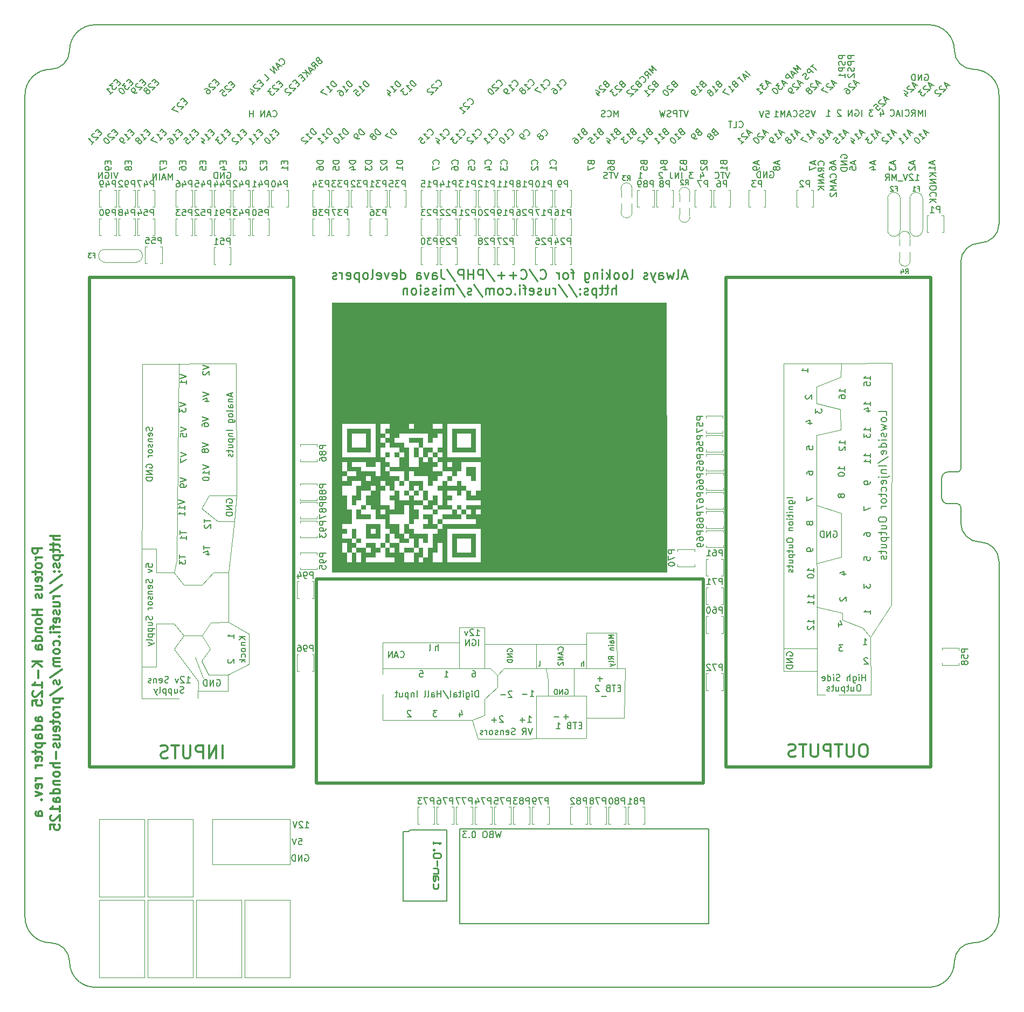
<source format=gbo>
G75*
G70*
%OFA0B0*%
%FSLAX25Y25*%
%IPPOS*%
%LPD*%
%AMOC8*
5,1,8,0,0,1.08239X$1,22.5*
%
%ADD10C,0.01969*%
%ADD20C,0.00591*%
%ADD21C,0.00984*%
%ADD22C,0.00600*%
%ADD23C,0.00472*%
%ADD32C,0.00500*%
%ADD34C,0.01000*%
%ADD59C,0.00550*%
%ADD62C,0.00787*%
%ADD70C,0.01181*%
%ADD80C,0.00390*%
X0000000Y0000000D02*
%LPD*%
G01*
D23*
X0189961Y0354331D02*
X0396654Y0354331D01*
X0396654Y0354331D02*
X0396654Y0423622D01*
X0396654Y0423622D02*
X0189961Y0423622D01*
X0189961Y0423622D02*
X0189961Y0354331D01*
G36*
X0189961Y0354331D02*
G01*
X0396654Y0354331D01*
X0396654Y0423622D01*
X0189961Y0423622D01*
X0189961Y0354331D01*
G37*
X0286614Y0256890D02*
X0396850Y0256890D01*
X0396850Y0256890D02*
X0396850Y0354134D01*
X0396850Y0354134D02*
X0286614Y0354134D01*
X0286614Y0354134D02*
X0286614Y0256890D01*
G36*
X0286614Y0256890D02*
G01*
X0396850Y0256890D01*
X0396850Y0354134D01*
X0286614Y0354134D01*
X0286614Y0256890D01*
G37*
D62*
X0015748Y0568110D02*
G75*
G03*
X0027559Y0579921I0000000J0011811D01*
G01*
X0602362Y0472441D02*
X0602362Y0552362D01*
X0027559Y0015748D02*
G75*
G03*
X0043307Y0000000I0015748J0000000D01*
G01*
X0043307Y0595669D02*
X0559055Y0595669D01*
X0586614Y0027559D02*
G75*
G03*
X0602362Y0043307I0000000J0015748D01*
G01*
X0576772Y0299213D02*
X0570866Y0299213D01*
X0043307Y0000000D02*
X0559055Y0000000D01*
X0566929Y0303150D02*
G75*
G03*
X0570866Y0299213I0003937J0000000D01*
G01*
X0015748Y0027559D02*
G75*
G02*
X0000000Y0043307I0000000J0015748D01*
G01*
X0566929Y0303150D02*
X0566929Y0314961D01*
X0578740Y0448819D02*
G75*
G02*
X0590551Y0460630I0011811J0000000D01*
G01*
X0586614Y0027559D02*
G75*
G03*
X0574803Y0015748I0000000J-011811D01*
G01*
X0027559Y0579921D02*
G75*
G02*
X0043307Y0595669I0015748J0000000D01*
G01*
X0000000Y0043307D02*
X0000000Y0552362D01*
X0574803Y0579921D02*
G75*
G03*
X0559055Y0595669I-015748J0000000D01*
G01*
X0590551Y0275591D02*
G75*
G02*
X0602362Y0263780I0000000J-011811D01*
G01*
X0570866Y0318898D02*
X0576772Y0318898D01*
X0015748Y0027559D02*
G75*
G02*
X0027559Y0015748I0000000J-011811D01*
G01*
X0586614Y0568110D02*
G75*
G02*
X0574803Y0579921I0000000J0011811D01*
G01*
X0576772Y0299213D02*
G75*
G02*
X0578740Y0297244I0000000J-001969D01*
G01*
X0576772Y0318898D02*
G75*
G03*
X0578740Y0320866I0000000J0001969D01*
G01*
X0566929Y0314961D02*
G75*
G02*
X0570866Y0318898I0003937J0000000D01*
G01*
X0578740Y0320866D02*
X0578740Y0448819D01*
X0578740Y0287402D02*
X0578740Y0297244D01*
X0590551Y0460630D02*
G75*
G03*
X0602362Y0472441I0000000J0011811D01*
G01*
X0574803Y0015748D02*
G75*
G02*
X0559055Y0000000I-015748J0000000D01*
G01*
X0015748Y0568110D02*
G75*
G03*
X0000000Y0552362I0000000J-015748D01*
G01*
X0578740Y0287402D02*
G75*
G03*
X0590551Y0275591I0011811J0000000D01*
G01*
X0602362Y0043307D02*
X0602362Y0263780D01*
X0586614Y0568110D02*
G75*
G02*
X0602362Y0552362I0000000J-015748D01*
G01*
D20*
X0563592Y0503975D02*
X0559655Y0503975D01*
X0563592Y0501725D02*
X0561342Y0503412D01*
X0559655Y0501725D02*
X0561905Y0503975D01*
X0563592Y0500037D02*
X0559655Y0500037D01*
X0563592Y0497788D01*
X0559655Y0497788D01*
X0559655Y0495163D02*
X0559655Y0494413D01*
X0559843Y0494038D01*
X0560217Y0493663D01*
X0560967Y0493476D01*
X0562280Y0493476D01*
X0563030Y0493663D01*
X0563405Y0494038D01*
X0563592Y0494413D01*
X0563592Y0495163D01*
X0563405Y0495538D01*
X0563030Y0495913D01*
X0562280Y0496100D01*
X0560967Y0496100D01*
X0560217Y0495913D01*
X0559843Y0495538D01*
X0559655Y0495163D01*
X0563217Y0489539D02*
X0563405Y0489726D01*
X0563592Y0490289D01*
X0563592Y0490664D01*
X0563405Y0491226D01*
X0563030Y0491601D01*
X0562655Y0491789D01*
X0561905Y0491976D01*
X0561342Y0491976D01*
X0560592Y0491789D01*
X0560217Y0491601D01*
X0559843Y0491226D01*
X0559655Y0490664D01*
X0559655Y0490289D01*
X0559843Y0489726D01*
X0560030Y0489539D01*
X0563592Y0487852D02*
X0559655Y0487852D01*
X0563592Y0485602D02*
X0561342Y0487289D01*
X0559655Y0485602D02*
X0561905Y0487852D01*
X0159302Y0571093D02*
X0159567Y0571093D01*
X0160097Y0571358D01*
X0160362Y0571623D01*
X0160628Y0572154D01*
X0160628Y0572684D01*
X0160495Y0573081D01*
X0160097Y0573744D01*
X0159700Y0574142D01*
X0159037Y0574540D01*
X0158639Y0574672D01*
X0158109Y0574672D01*
X0157579Y0574407D01*
X0157313Y0574142D01*
X0157048Y0573612D01*
X0157048Y0573347D01*
X0157711Y0570563D02*
X0156385Y0569237D01*
X0158772Y0570032D02*
X0155060Y0571888D01*
X0156916Y0568177D01*
X0155988Y0567249D02*
X0153204Y0570032D01*
X0154397Y0565658D01*
X0151613Y0568442D01*
X0149625Y0560885D02*
X0150950Y0562211D01*
X0148166Y0564995D01*
X0542632Y0539164D02*
X0542632Y0543101D01*
X0540945Y0540289D02*
X0539070Y0540289D01*
X0541320Y0539164D02*
X0540007Y0543101D01*
X0538695Y0539164D01*
X0535133Y0539539D02*
X0535321Y0539351D01*
X0535883Y0539164D01*
X0536258Y0539164D01*
X0536820Y0539351D01*
X0537195Y0539726D01*
X0537383Y0540101D01*
X0537570Y0540851D01*
X0537570Y0541414D01*
X0537383Y0542163D01*
X0537195Y0542538D01*
X0536820Y0542913D01*
X0536258Y0543101D01*
X0535883Y0543101D01*
X0535321Y0542913D01*
X0535133Y0542726D01*
X0458230Y0542313D02*
X0460105Y0542313D01*
X0460292Y0540439D01*
X0460105Y0540626D01*
X0459730Y0540814D01*
X0458793Y0540814D01*
X0458418Y0540626D01*
X0458230Y0540439D01*
X0458043Y0540064D01*
X0458043Y0539126D01*
X0458230Y0538751D01*
X0458418Y0538564D01*
X0458793Y0538376D01*
X0459730Y0538376D01*
X0460105Y0538564D01*
X0460292Y0538751D01*
X0456918Y0542313D02*
X0455606Y0538376D01*
X0454293Y0542313D01*
X0529228Y0541789D02*
X0529228Y0539164D01*
X0530165Y0543288D02*
X0531102Y0540476D01*
X0528665Y0540476D01*
X0524541Y0543101D02*
X0522103Y0543101D01*
X0523416Y0541601D01*
X0522853Y0541601D01*
X0522478Y0541414D01*
X0522291Y0541226D01*
X0522103Y0540851D01*
X0522103Y0539914D01*
X0522291Y0539539D01*
X0522478Y0539351D01*
X0522853Y0539164D01*
X0523978Y0539164D01*
X0524353Y0539351D01*
X0524541Y0539539D01*
X0517417Y0539164D02*
X0517417Y0543101D01*
X0513480Y0542913D02*
X0513855Y0543101D01*
X0514417Y0543101D01*
X0514979Y0542913D01*
X0515354Y0542538D01*
X0515542Y0542163D01*
X0515729Y0541414D01*
X0515729Y0540851D01*
X0515542Y0540101D01*
X0515354Y0539726D01*
X0514979Y0539351D01*
X0514417Y0539164D01*
X0514042Y0539164D01*
X0513480Y0539351D01*
X0513292Y0539539D01*
X0513292Y0540851D01*
X0514042Y0540851D01*
X0511605Y0539164D02*
X0511605Y0543101D01*
X0509355Y0539164D01*
X0509355Y0543101D01*
X0504668Y0542726D02*
X0504481Y0542913D01*
X0504106Y0543101D01*
X0503168Y0543101D01*
X0502793Y0542913D01*
X0502606Y0542726D01*
X0502418Y0542351D01*
X0502418Y0541976D01*
X0502606Y0541414D01*
X0504856Y0539164D01*
X0502418Y0539164D01*
X0495669Y0539164D02*
X0497919Y0539164D01*
X0496794Y0539164D02*
X0496794Y0543101D01*
X0497169Y0542538D01*
X0497544Y0542163D01*
X0497919Y0541976D01*
X0417979Y0503206D02*
X0417979Y0500581D01*
X0418916Y0504706D02*
X0419854Y0501894D01*
X0417417Y0501894D01*
X0413292Y0504518D02*
X0410855Y0504518D01*
X0412167Y0503018D01*
X0411605Y0503018D01*
X0411230Y0502831D01*
X0411042Y0502643D01*
X0410855Y0502268D01*
X0410855Y0501331D01*
X0411042Y0500956D01*
X0411230Y0500769D01*
X0411605Y0500581D01*
X0412730Y0500581D01*
X0413105Y0500769D01*
X0413292Y0500956D01*
X0406168Y0500581D02*
X0406168Y0504518D01*
X0404293Y0500581D02*
X0404293Y0504518D01*
X0402043Y0500581D01*
X0402043Y0504518D01*
X0399044Y0504518D02*
X0399044Y0501706D01*
X0399231Y0501144D01*
X0399606Y0500769D01*
X0400169Y0500581D01*
X0400544Y0500581D01*
X0394357Y0504143D02*
X0394169Y0504331D01*
X0393795Y0504518D01*
X0392857Y0504518D01*
X0392482Y0504331D01*
X0392295Y0504143D01*
X0392107Y0503768D01*
X0392107Y0503393D01*
X0392295Y0502831D01*
X0394544Y0500581D01*
X0392107Y0500581D01*
X0379359Y0500581D02*
X0381609Y0500581D01*
X0380484Y0500581D02*
X0380484Y0504518D01*
X0380859Y0503956D01*
X0381234Y0503581D01*
X0381609Y0503393D01*
X0507293Y0576828D02*
X0503356Y0576828D01*
X0503356Y0575328D01*
X0503543Y0574953D01*
X0503731Y0574766D01*
X0504106Y0574578D01*
X0504668Y0574578D01*
X0505043Y0574766D01*
X0505231Y0574953D01*
X0505418Y0575328D01*
X0505418Y0576828D01*
X0507105Y0573078D02*
X0507293Y0572516D01*
X0507293Y0571579D01*
X0507105Y0571204D01*
X0506918Y0571016D01*
X0506543Y0570829D01*
X0506168Y0570829D01*
X0505793Y0571016D01*
X0505606Y0571204D01*
X0505418Y0571579D01*
X0505231Y0572328D01*
X0505043Y0572703D01*
X0504856Y0572891D01*
X0504481Y0573078D01*
X0504106Y0573078D01*
X0503731Y0572891D01*
X0503543Y0572703D01*
X0503356Y0572328D01*
X0503356Y0571391D01*
X0503543Y0570829D01*
X0507293Y0569141D02*
X0503356Y0569141D01*
X0503356Y0567642D01*
X0503543Y0567267D01*
X0503731Y0567079D01*
X0504106Y0566892D01*
X0504668Y0566892D01*
X0505043Y0567079D01*
X0505231Y0567267D01*
X0505418Y0567642D01*
X0505418Y0569141D01*
X0507293Y0563142D02*
X0507293Y0565392D01*
X0507293Y0564267D02*
X0503356Y0564267D01*
X0503918Y0564642D01*
X0504293Y0565017D01*
X0504481Y0565392D01*
X0169245Y0092156D02*
X0171120Y0092156D01*
X0171307Y0090281D01*
X0171120Y0090469D01*
X0170745Y0090656D01*
X0169807Y0090656D01*
X0169432Y0090469D01*
X0169245Y0090281D01*
X0169057Y0089906D01*
X0169057Y0088969D01*
X0169245Y0088594D01*
X0169432Y0088406D01*
X0169807Y0088219D01*
X0170745Y0088219D01*
X0171120Y0088406D01*
X0171307Y0088594D01*
X0167933Y0092156D02*
X0166620Y0088219D01*
X0165308Y0092156D01*
X0153337Y0539145D02*
X0153525Y0538958D01*
X0154087Y0538770D01*
X0154462Y0538770D01*
X0155024Y0538958D01*
X0155399Y0539333D01*
X0155587Y0539708D01*
X0155774Y0540457D01*
X0155774Y0541020D01*
X0155587Y0541770D01*
X0155399Y0542145D01*
X0155024Y0542520D01*
X0154462Y0542707D01*
X0154087Y0542707D01*
X0153525Y0542520D01*
X0153337Y0542332D01*
X0151837Y0539895D02*
X0149963Y0539895D01*
X0152212Y0538770D02*
X0150900Y0542707D01*
X0149588Y0538770D01*
X0148275Y0538770D02*
X0148275Y0542707D01*
X0146025Y0538770D01*
X0146025Y0542707D01*
X0141151Y0538770D02*
X0141151Y0542707D01*
X0141151Y0540832D02*
X0138901Y0540832D01*
X0138901Y0538770D02*
X0138901Y0542707D01*
X0550675Y0499400D02*
X0552925Y0499400D01*
X0551800Y0499400D02*
X0551800Y0503337D01*
X0552175Y0502775D01*
X0552550Y0502400D01*
X0552925Y0502212D01*
X0549175Y0502962D02*
X0548988Y0503150D01*
X0548613Y0503337D01*
X0547675Y0503337D01*
X0547300Y0503150D01*
X0547113Y0502962D01*
X0546925Y0502587D01*
X0546925Y0502212D01*
X0547113Y0501650D01*
X0549363Y0499400D01*
X0546925Y0499400D01*
X0545801Y0503337D02*
X0544488Y0499400D01*
X0543176Y0503337D01*
X0542801Y0499025D02*
X0539801Y0499025D01*
X0538864Y0499400D02*
X0538864Y0503337D01*
X0537552Y0500525D01*
X0536239Y0503337D01*
X0536239Y0499400D01*
X0532115Y0499400D02*
X0533427Y0501275D01*
X0534364Y0499400D02*
X0534364Y0503337D01*
X0532865Y0503337D01*
X0532490Y0503150D01*
X0532302Y0502962D01*
X0532115Y0502587D01*
X0532115Y0502025D01*
X0532302Y0501650D01*
X0532490Y0501462D01*
X0532865Y0501275D01*
X0534364Y0501275D01*
X0448395Y0564380D02*
X0445611Y0567164D01*
X0446406Y0563982D02*
X0445081Y0562657D01*
X0447467Y0563452D02*
X0443755Y0565308D01*
X0445611Y0561596D01*
X0442297Y0563850D02*
X0440706Y0562259D01*
X0444285Y0560271D02*
X0441501Y0563054D01*
X0125047Y0504331D02*
X0125422Y0504518D01*
X0125984Y0504518D01*
X0126547Y0504331D01*
X0126922Y0503956D01*
X0127109Y0503581D01*
X0127297Y0502831D01*
X0127297Y0502268D01*
X0127109Y0501519D01*
X0126922Y0501144D01*
X0126547Y0500769D01*
X0125984Y0500581D01*
X0125609Y0500581D01*
X0125047Y0500769D01*
X0124859Y0500956D01*
X0124859Y0502268D01*
X0125609Y0502268D01*
X0123172Y0500581D02*
X0123172Y0504518D01*
X0120922Y0500581D01*
X0120922Y0504518D01*
X0119048Y0500581D02*
X0119048Y0504518D01*
X0118110Y0504518D01*
X0117548Y0504331D01*
X0117173Y0503956D01*
X0116985Y0503581D01*
X0116798Y0502831D01*
X0116798Y0502268D01*
X0116985Y0501519D01*
X0117173Y0501144D01*
X0117548Y0500769D01*
X0118110Y0500581D01*
X0119048Y0500581D01*
X0366892Y0504518D02*
X0365579Y0500581D01*
X0364267Y0504518D01*
X0363517Y0504518D02*
X0361267Y0504518D01*
X0362392Y0500581D02*
X0362392Y0504518D01*
X0360142Y0500769D02*
X0359580Y0500581D01*
X0358643Y0500581D01*
X0358268Y0500769D01*
X0358080Y0500956D01*
X0357893Y0501331D01*
X0357893Y0501706D01*
X0358080Y0502081D01*
X0358268Y0502268D01*
X0358643Y0502456D01*
X0359393Y0502643D01*
X0359768Y0502831D01*
X0359955Y0503018D01*
X0360142Y0503393D01*
X0360142Y0503768D01*
X0359955Y0504143D01*
X0359768Y0504331D01*
X0359393Y0504518D01*
X0358455Y0504518D01*
X0357893Y0504331D01*
X0512805Y0576828D02*
X0508868Y0576828D01*
X0508868Y0575328D01*
X0509055Y0574953D01*
X0509243Y0574766D01*
X0509618Y0574578D01*
X0510180Y0574578D01*
X0510555Y0574766D01*
X0510742Y0574953D01*
X0510930Y0575328D01*
X0510930Y0576828D01*
X0512805Y0572891D02*
X0508868Y0572891D01*
X0508868Y0571391D01*
X0509055Y0571016D01*
X0509243Y0570829D01*
X0509618Y0570641D01*
X0510180Y0570641D01*
X0510555Y0570829D01*
X0510742Y0571016D01*
X0510930Y0571391D01*
X0510930Y0572891D01*
X0512617Y0569141D02*
X0512805Y0568579D01*
X0512805Y0567642D01*
X0512617Y0567267D01*
X0512430Y0567079D01*
X0512055Y0566892D01*
X0511680Y0566892D01*
X0511305Y0567079D01*
X0511117Y0567267D01*
X0510930Y0567642D01*
X0510742Y0568391D01*
X0510555Y0568766D01*
X0510367Y0568954D01*
X0509993Y0569141D01*
X0509618Y0569141D01*
X0509243Y0568954D01*
X0509055Y0568766D01*
X0508868Y0568391D01*
X0508868Y0567454D01*
X0509055Y0566892D01*
X0509243Y0565392D02*
X0509055Y0565204D01*
X0508868Y0564829D01*
X0508868Y0563892D01*
X0509055Y0563517D01*
X0509243Y0563330D01*
X0509618Y0563142D01*
X0509993Y0563142D01*
X0510555Y0563330D01*
X0512805Y0565579D01*
X0512805Y0563142D01*
X0435883Y0504518D02*
X0434571Y0500581D01*
X0433258Y0504518D01*
X0432508Y0504518D02*
X0430259Y0504518D01*
X0431384Y0500581D02*
X0431384Y0504518D01*
X0426697Y0500956D02*
X0426884Y0500769D01*
X0427447Y0500581D01*
X0427822Y0500581D01*
X0428384Y0500769D01*
X0428759Y0501144D01*
X0428946Y0501519D01*
X0429134Y0502268D01*
X0429134Y0502831D01*
X0428946Y0503581D01*
X0428759Y0503956D01*
X0428384Y0504331D01*
X0427822Y0504518D01*
X0427447Y0504518D01*
X0426884Y0504331D01*
X0426697Y0504143D01*
X0487422Y0571179D02*
X0485831Y0569588D01*
X0489410Y0567600D02*
X0486626Y0570384D01*
X0487687Y0565877D02*
X0484903Y0568660D01*
X0483842Y0567600D01*
X0483710Y0567202D01*
X0483710Y0566937D01*
X0483842Y0566539D01*
X0484240Y0566142D01*
X0484638Y0566009D01*
X0484903Y0566009D01*
X0485301Y0566142D01*
X0486361Y0567202D01*
X0484903Y0563358D02*
X0484638Y0562828D01*
X0483975Y0562165D01*
X0483577Y0562032D01*
X0483312Y0562032D01*
X0482914Y0562165D01*
X0482649Y0562430D01*
X0482517Y0562828D01*
X0482517Y0563093D01*
X0482649Y0563490D01*
X0483047Y0564153D01*
X0483179Y0564551D01*
X0483179Y0564816D01*
X0483047Y0565214D01*
X0482782Y0565479D01*
X0482384Y0565611D01*
X0482119Y0565611D01*
X0481721Y0565479D01*
X0481058Y0564816D01*
X0480793Y0564286D01*
X0479969Y0568002D02*
X0477185Y0570786D01*
X0478246Y0567869D01*
X0475329Y0568930D01*
X0478113Y0566146D01*
X0476125Y0565748D02*
X0474799Y0564422D01*
X0477185Y0565218D02*
X0473473Y0567074D01*
X0475329Y0563362D01*
X0474401Y0562434D02*
X0471618Y0565218D01*
X0470557Y0564157D01*
X0470424Y0563760D01*
X0470424Y0563494D01*
X0470557Y0563097D01*
X0470955Y0562699D01*
X0471352Y0562566D01*
X0471618Y0562566D01*
X0472015Y0562699D01*
X0473076Y0563760D01*
D70*
X0021569Y0279415D02*
X0015664Y0279415D01*
X0021569Y0276884D02*
X0018476Y0276884D01*
X0017913Y0277165D01*
X0017632Y0277728D01*
X0017632Y0278571D01*
X0017913Y0279134D01*
X0018195Y0279415D01*
X0017632Y0274916D02*
X0017632Y0272666D01*
X0015664Y0274072D02*
X0020726Y0274072D01*
X0021288Y0273791D01*
X0021569Y0273228D01*
X0021569Y0272666D01*
X0017632Y0271541D02*
X0017632Y0269291D01*
X0015664Y0270697D02*
X0020726Y0270697D01*
X0021288Y0270416D01*
X0021569Y0269854D01*
X0021569Y0269291D01*
X0017632Y0267323D02*
X0023538Y0267323D01*
X0017913Y0267323D02*
X0017632Y0266760D01*
X0017632Y0265636D01*
X0017913Y0265073D01*
X0018195Y0264792D01*
X0018757Y0264511D01*
X0020444Y0264511D01*
X0021007Y0264792D01*
X0021288Y0265073D01*
X0021569Y0265636D01*
X0021569Y0266760D01*
X0021288Y0267323D01*
X0021288Y0262261D02*
X0021569Y0261699D01*
X0021569Y0260574D01*
X0021288Y0260011D01*
X0020726Y0259730D01*
X0020444Y0259730D01*
X0019882Y0260011D01*
X0019601Y0260574D01*
X0019601Y0261417D01*
X0019319Y0261980D01*
X0018757Y0262261D01*
X0018476Y0262261D01*
X0017913Y0261980D01*
X0017632Y0261417D01*
X0017632Y0260574D01*
X0017913Y0260011D01*
X0021007Y0257199D02*
X0021288Y0256918D01*
X0021569Y0257199D01*
X0021288Y0257480D01*
X0021007Y0257199D01*
X0021569Y0257199D01*
X0017913Y0257199D02*
X0018195Y0256918D01*
X0018476Y0257199D01*
X0018195Y0257480D01*
X0017913Y0257199D01*
X0018476Y0257199D01*
X0015382Y0250169D02*
X0022975Y0255231D01*
X0015382Y0243982D02*
X0022975Y0249044D01*
X0021569Y0242014D02*
X0017632Y0242014D01*
X0018757Y0242014D02*
X0018195Y0241732D01*
X0017913Y0241451D01*
X0017632Y0240889D01*
X0017632Y0240326D01*
X0017632Y0235827D02*
X0021569Y0235827D01*
X0017632Y0238358D02*
X0020726Y0238358D01*
X0021288Y0238076D01*
X0021569Y0237514D01*
X0021569Y0236670D01*
X0021288Y0236108D01*
X0021007Y0235827D01*
X0021288Y0233296D02*
X0021569Y0232733D01*
X0021569Y0231609D01*
X0021288Y0231046D01*
X0020726Y0230765D01*
X0020444Y0230765D01*
X0019882Y0231046D01*
X0019601Y0231609D01*
X0019601Y0232452D01*
X0019319Y0233015D01*
X0018757Y0233296D01*
X0018476Y0233296D01*
X0017913Y0233015D01*
X0017632Y0232452D01*
X0017632Y0231609D01*
X0017913Y0231046D01*
X0021288Y0225984D02*
X0021569Y0226547D01*
X0021569Y0227672D01*
X0021288Y0228234D01*
X0020726Y0228515D01*
X0018476Y0228515D01*
X0017913Y0228234D01*
X0017632Y0227672D01*
X0017632Y0226547D01*
X0017913Y0225984D01*
X0018476Y0225703D01*
X0019038Y0225703D01*
X0019601Y0228515D01*
X0017632Y0224016D02*
X0017632Y0221766D01*
X0021569Y0223172D02*
X0016507Y0223172D01*
X0015945Y0222891D01*
X0015664Y0222328D01*
X0015664Y0221766D01*
X0021569Y0219798D02*
X0017632Y0219798D01*
X0015664Y0219798D02*
X0015945Y0220079D01*
X0016226Y0219798D01*
X0015945Y0219516D01*
X0015664Y0219798D01*
X0016226Y0219798D01*
X0021007Y0216985D02*
X0021288Y0216704D01*
X0021569Y0216985D01*
X0021288Y0217267D01*
X0021007Y0216985D01*
X0021569Y0216985D01*
X0021288Y0211642D02*
X0021569Y0212205D01*
X0021569Y0213330D01*
X0021288Y0213892D01*
X0021007Y0214173D01*
X0020444Y0214454D01*
X0018757Y0214454D01*
X0018195Y0214173D01*
X0017913Y0213892D01*
X0017632Y0213330D01*
X0017632Y0212205D01*
X0017913Y0211642D01*
X0021569Y0208268D02*
X0021288Y0208830D01*
X0021007Y0209111D01*
X0020444Y0209393D01*
X0018757Y0209393D01*
X0018195Y0209111D01*
X0017913Y0208830D01*
X0017632Y0208268D01*
X0017632Y0207424D01*
X0017913Y0206862D01*
X0018195Y0206580D01*
X0018757Y0206299D01*
X0020444Y0206299D01*
X0021007Y0206580D01*
X0021288Y0206862D01*
X0021569Y0207424D01*
X0021569Y0208268D01*
X0021569Y0203768D02*
X0017632Y0203768D01*
X0018195Y0203768D02*
X0017913Y0203487D01*
X0017632Y0202925D01*
X0017632Y0202081D01*
X0017913Y0201519D01*
X0018476Y0201237D01*
X0021569Y0201237D01*
X0018476Y0201237D02*
X0017913Y0200956D01*
X0017632Y0200394D01*
X0017632Y0199550D01*
X0017913Y0198988D01*
X0018476Y0198706D01*
X0021569Y0198706D01*
X0015382Y0191676D02*
X0022975Y0196738D01*
X0021288Y0189989D02*
X0021569Y0189426D01*
X0021569Y0188301D01*
X0021288Y0187739D01*
X0020726Y0187458D01*
X0020444Y0187458D01*
X0019882Y0187739D01*
X0019601Y0188301D01*
X0019601Y0189145D01*
X0019319Y0189708D01*
X0018757Y0189989D01*
X0018476Y0189989D01*
X0017913Y0189708D01*
X0017632Y0189145D01*
X0017632Y0188301D01*
X0017913Y0187739D01*
X0015382Y0180709D02*
X0022975Y0185771D01*
X0017632Y0178740D02*
X0023538Y0178740D01*
X0017913Y0178740D02*
X0017632Y0178178D01*
X0017632Y0177053D01*
X0017913Y0176490D01*
X0018195Y0176209D01*
X0018757Y0175928D01*
X0020444Y0175928D01*
X0021007Y0176209D01*
X0021288Y0176490D01*
X0021569Y0177053D01*
X0021569Y0178178D01*
X0021288Y0178740D01*
X0021569Y0173397D02*
X0017632Y0173397D01*
X0018757Y0173397D02*
X0018195Y0173116D01*
X0017913Y0172835D01*
X0017632Y0172272D01*
X0017632Y0171710D01*
X0021569Y0168898D02*
X0021288Y0169460D01*
X0021007Y0169741D01*
X0020444Y0170023D01*
X0018757Y0170023D01*
X0018195Y0169741D01*
X0017913Y0169460D01*
X0017632Y0168898D01*
X0017632Y0168054D01*
X0017913Y0167492D01*
X0018195Y0167210D01*
X0018757Y0166929D01*
X0020444Y0166929D01*
X0021007Y0167210D01*
X0021288Y0167492D01*
X0021569Y0168054D01*
X0021569Y0168898D01*
X0017632Y0165242D02*
X0017632Y0162992D01*
X0015664Y0164398D02*
X0020726Y0164398D01*
X0021288Y0164117D01*
X0021569Y0163555D01*
X0021569Y0162992D01*
X0021288Y0158774D02*
X0021569Y0159336D01*
X0021569Y0160461D01*
X0021288Y0161024D01*
X0020726Y0161305D01*
X0018476Y0161305D01*
X0017913Y0161024D01*
X0017632Y0160461D01*
X0017632Y0159336D01*
X0017913Y0158774D01*
X0018476Y0158493D01*
X0019038Y0158493D01*
X0019601Y0161305D01*
X0017632Y0153431D02*
X0021569Y0153431D01*
X0017632Y0155962D02*
X0020726Y0155962D01*
X0021288Y0155681D01*
X0021569Y0155118D01*
X0021569Y0154274D01*
X0021288Y0153712D01*
X0021007Y0153431D01*
X0021288Y0150900D02*
X0021569Y0150337D01*
X0021569Y0149213D01*
X0021288Y0148650D01*
X0020726Y0148369D01*
X0020444Y0148369D01*
X0019882Y0148650D01*
X0019601Y0149213D01*
X0019601Y0150056D01*
X0019319Y0150619D01*
X0018757Y0150900D01*
X0018476Y0150900D01*
X0017913Y0150619D01*
X0017632Y0150056D01*
X0017632Y0149213D01*
X0017913Y0148650D01*
X0019319Y0145838D02*
X0019319Y0141339D01*
X0021569Y0138526D02*
X0015664Y0138526D01*
X0021569Y0135996D02*
X0018476Y0135996D01*
X0017913Y0136277D01*
X0017632Y0136839D01*
X0017632Y0137683D01*
X0017913Y0138245D01*
X0018195Y0138526D01*
X0021569Y0132340D02*
X0021288Y0132902D01*
X0021007Y0133183D01*
X0020444Y0133465D01*
X0018757Y0133465D01*
X0018195Y0133183D01*
X0017913Y0132902D01*
X0017632Y0132340D01*
X0017632Y0131496D01*
X0017913Y0130934D01*
X0018195Y0130652D01*
X0018757Y0130371D01*
X0020444Y0130371D01*
X0021007Y0130652D01*
X0021288Y0130934D01*
X0021569Y0131496D01*
X0021569Y0132340D01*
X0017632Y0127840D02*
X0021569Y0127840D01*
X0018195Y0127840D02*
X0017913Y0127559D01*
X0017632Y0126997D01*
X0017632Y0126153D01*
X0017913Y0125591D01*
X0018476Y0125309D01*
X0021569Y0125309D01*
X0021569Y0119966D02*
X0015664Y0119966D01*
X0021288Y0119966D02*
X0021569Y0120529D01*
X0021569Y0121654D01*
X0021288Y0122216D01*
X0021007Y0122497D01*
X0020444Y0122778D01*
X0018757Y0122778D01*
X0018195Y0122497D01*
X0017913Y0122216D01*
X0017632Y0121654D01*
X0017632Y0120529D01*
X0017913Y0119966D01*
X0021569Y0114623D02*
X0018476Y0114623D01*
X0017913Y0114904D01*
X0017632Y0115467D01*
X0017632Y0116592D01*
X0017913Y0117154D01*
X0021288Y0114623D02*
X0021569Y0115186D01*
X0021569Y0116592D01*
X0021288Y0117154D01*
X0020726Y0117435D01*
X0020163Y0117435D01*
X0019601Y0117154D01*
X0019319Y0116592D01*
X0019319Y0115186D01*
X0019038Y0114623D01*
X0021569Y0108718D02*
X0021569Y0112092D01*
X0021569Y0110405D02*
X0015664Y0110405D01*
X0016507Y0110967D01*
X0017070Y0111530D01*
X0017351Y0112092D01*
X0016226Y0106468D02*
X0015945Y0106187D01*
X0015664Y0105624D01*
X0015664Y0104218D01*
X0015945Y0103656D01*
X0016226Y0103375D01*
X0016789Y0103093D01*
X0017351Y0103093D01*
X0018195Y0103375D01*
X0021569Y0106749D01*
X0021569Y0103093D01*
X0015664Y0097750D02*
X0015664Y0100562D01*
X0018476Y0100844D01*
X0018195Y0100562D01*
X0017913Y0100000D01*
X0017913Y0098594D01*
X0018195Y0098031D01*
X0018476Y0097750D01*
X0019038Y0097469D01*
X0020444Y0097469D01*
X0021007Y0097750D01*
X0021288Y0098031D01*
X0021569Y0098594D01*
X0021569Y0100000D01*
X0021288Y0100562D01*
X0021007Y0100844D01*
D20*
X0501406Y0501050D02*
X0501594Y0501237D01*
X0501781Y0501800D01*
X0501781Y0502175D01*
X0501594Y0502737D01*
X0501219Y0503112D01*
X0500844Y0503300D01*
X0500094Y0503487D01*
X0499531Y0503487D01*
X0498781Y0503300D01*
X0498406Y0503112D01*
X0498031Y0502737D01*
X0497844Y0502175D01*
X0497844Y0501800D01*
X0498031Y0501237D01*
X0498219Y0501050D01*
X0500656Y0499550D02*
X0500656Y0497675D01*
X0501781Y0499925D02*
X0497844Y0498613D01*
X0501781Y0497300D01*
X0501781Y0495988D02*
X0497844Y0495988D01*
X0500656Y0494676D01*
X0497844Y0493363D01*
X0501781Y0493363D01*
X0498219Y0491676D02*
X0498031Y0491489D01*
X0497844Y0491114D01*
X0497844Y0490176D01*
X0498031Y0489801D01*
X0498219Y0489614D01*
X0498594Y0489426D01*
X0498969Y0489426D01*
X0499531Y0489614D01*
X0501781Y0491864D01*
X0501781Y0489426D01*
X0410086Y0542707D02*
X0408774Y0538770D01*
X0407462Y0542707D01*
X0406712Y0542707D02*
X0404462Y0542707D01*
X0405587Y0538770D02*
X0405587Y0542707D01*
X0403150Y0538770D02*
X0403150Y0542707D01*
X0401650Y0542707D01*
X0401275Y0542520D01*
X0401087Y0542332D01*
X0400900Y0541957D01*
X0400900Y0541395D01*
X0401087Y0541020D01*
X0401275Y0540832D01*
X0401650Y0540645D01*
X0403150Y0540645D01*
X0399400Y0538958D02*
X0398838Y0538770D01*
X0397900Y0538770D01*
X0397525Y0538958D01*
X0397338Y0539145D01*
X0397150Y0539520D01*
X0397150Y0539895D01*
X0397338Y0540270D01*
X0397525Y0540457D01*
X0397900Y0540645D01*
X0398650Y0540832D01*
X0399025Y0541020D01*
X0399213Y0541207D01*
X0399400Y0541582D01*
X0399400Y0541957D01*
X0399213Y0542332D01*
X0399025Y0542520D01*
X0398650Y0542707D01*
X0397713Y0542707D01*
X0397150Y0542520D01*
X0395838Y0542707D02*
X0394901Y0538770D01*
X0394151Y0541582D01*
X0393401Y0538770D01*
X0392463Y0542707D01*
X0091039Y0499794D02*
X0091039Y0503731D01*
X0089726Y0500919D01*
X0088414Y0503731D01*
X0088414Y0499794D01*
X0086727Y0500919D02*
X0084852Y0500919D01*
X0087102Y0499794D02*
X0085789Y0503731D01*
X0084477Y0499794D01*
X0083165Y0499794D02*
X0083165Y0503731D01*
X0081290Y0499794D02*
X0081290Y0503731D01*
X0079040Y0499794D01*
X0079040Y0503731D01*
D70*
X0010546Y0271794D02*
X0004640Y0271794D01*
X0004640Y0269544D01*
X0004921Y0268982D01*
X0005202Y0268701D01*
X0005765Y0268420D01*
X0006609Y0268420D01*
X0007171Y0268701D01*
X0007452Y0268982D01*
X0007733Y0269544D01*
X0007733Y0271794D01*
X0010546Y0265889D02*
X0006609Y0265889D01*
X0007733Y0265889D02*
X0007171Y0265607D01*
X0006890Y0265326D01*
X0006609Y0264764D01*
X0006609Y0264201D01*
X0010546Y0261389D02*
X0010264Y0261952D01*
X0009983Y0262233D01*
X0009421Y0262514D01*
X0007733Y0262514D01*
X0007171Y0262233D01*
X0006890Y0261952D01*
X0006609Y0261389D01*
X0006609Y0260546D01*
X0006890Y0259983D01*
X0007171Y0259702D01*
X0007733Y0259421D01*
X0009421Y0259421D01*
X0009983Y0259702D01*
X0010264Y0259983D01*
X0010546Y0260546D01*
X0010546Y0261389D01*
X0006609Y0257733D02*
X0006609Y0255484D01*
X0004640Y0256890D02*
X0009702Y0256890D01*
X0010264Y0256609D01*
X0010546Y0256046D01*
X0010546Y0255484D01*
X0010264Y0251265D02*
X0010546Y0251828D01*
X0010546Y0252953D01*
X0010264Y0253515D01*
X0009702Y0253796D01*
X0007452Y0253796D01*
X0006890Y0253515D01*
X0006609Y0252953D01*
X0006609Y0251828D01*
X0006890Y0251265D01*
X0007452Y0250984D01*
X0008015Y0250984D01*
X0008577Y0253796D01*
X0006609Y0245922D02*
X0010546Y0245922D01*
X0006609Y0248453D02*
X0009702Y0248453D01*
X0010264Y0248172D01*
X0010546Y0247610D01*
X0010546Y0246766D01*
X0010264Y0246204D01*
X0009983Y0245922D01*
X0010264Y0243391D02*
X0010546Y0242829D01*
X0010546Y0241704D01*
X0010264Y0241142D01*
X0009702Y0240861D01*
X0009421Y0240861D01*
X0008858Y0241142D01*
X0008577Y0241704D01*
X0008577Y0242548D01*
X0008296Y0243110D01*
X0007733Y0243391D01*
X0007452Y0243391D01*
X0006890Y0243110D01*
X0006609Y0242548D01*
X0006609Y0241704D01*
X0006890Y0241142D01*
X0010546Y0233830D02*
X0004640Y0233830D01*
X0007452Y0233830D02*
X0007452Y0230456D01*
X0010546Y0230456D02*
X0004640Y0230456D01*
X0010546Y0226800D02*
X0010264Y0227362D01*
X0009983Y0227643D01*
X0009421Y0227925D01*
X0007733Y0227925D01*
X0007171Y0227643D01*
X0006890Y0227362D01*
X0006609Y0226800D01*
X0006609Y0225956D01*
X0006890Y0225394D01*
X0007171Y0225112D01*
X0007733Y0224831D01*
X0009421Y0224831D01*
X0009983Y0225112D01*
X0010264Y0225394D01*
X0010546Y0225956D01*
X0010546Y0226800D01*
X0006609Y0222300D02*
X0010546Y0222300D01*
X0007171Y0222300D02*
X0006890Y0222019D01*
X0006609Y0221457D01*
X0006609Y0220613D01*
X0006890Y0220051D01*
X0007452Y0219769D01*
X0010546Y0219769D01*
X0010546Y0214426D02*
X0004640Y0214426D01*
X0010264Y0214426D02*
X0010546Y0214989D01*
X0010546Y0216114D01*
X0010264Y0216676D01*
X0009983Y0216957D01*
X0009421Y0217238D01*
X0007733Y0217238D01*
X0007171Y0216957D01*
X0006890Y0216676D01*
X0006609Y0216114D01*
X0006609Y0214989D01*
X0006890Y0214426D01*
X0010546Y0209083D02*
X0007452Y0209083D01*
X0006890Y0209364D01*
X0006609Y0209927D01*
X0006609Y0211052D01*
X0006890Y0211614D01*
X0010264Y0209083D02*
X0010546Y0209646D01*
X0010546Y0211052D01*
X0010264Y0211614D01*
X0009702Y0211895D01*
X0009139Y0211895D01*
X0008577Y0211614D01*
X0008296Y0211052D01*
X0008296Y0209646D01*
X0008015Y0209083D01*
X0010546Y0201772D02*
X0004640Y0201772D01*
X0010546Y0198397D02*
X0007171Y0200928D01*
X0004640Y0198397D02*
X0008015Y0201772D01*
X0008296Y0195866D02*
X0008296Y0191367D01*
X0010546Y0185461D02*
X0010546Y0188836D01*
X0010546Y0187148D02*
X0004640Y0187148D01*
X0005484Y0187711D01*
X0006046Y0188273D01*
X0006327Y0188836D01*
X0005202Y0183211D02*
X0004921Y0182930D01*
X0004640Y0182368D01*
X0004640Y0180962D01*
X0004921Y0180399D01*
X0005202Y0180118D01*
X0005765Y0179837D01*
X0006327Y0179837D01*
X0007171Y0180118D01*
X0010546Y0183493D01*
X0010546Y0179837D01*
X0004640Y0174494D02*
X0004640Y0177306D01*
X0007452Y0177587D01*
X0007171Y0177306D01*
X0006890Y0176744D01*
X0006890Y0175337D01*
X0007171Y0174775D01*
X0007452Y0174494D01*
X0008015Y0174213D01*
X0009421Y0174213D01*
X0009983Y0174494D01*
X0010264Y0174775D01*
X0010546Y0175337D01*
X0010546Y0176744D01*
X0010264Y0177306D01*
X0009983Y0177587D01*
X0010546Y0164651D02*
X0007452Y0164651D01*
X0006890Y0164933D01*
X0006609Y0165495D01*
X0006609Y0166620D01*
X0006890Y0167182D01*
X0010264Y0164651D02*
X0010546Y0165214D01*
X0010546Y0166620D01*
X0010264Y0167182D01*
X0009702Y0167463D01*
X0009139Y0167463D01*
X0008577Y0167182D01*
X0008296Y0166620D01*
X0008296Y0165214D01*
X0008015Y0164651D01*
X0010546Y0159308D02*
X0004640Y0159308D01*
X0010264Y0159308D02*
X0010546Y0159871D01*
X0010546Y0160996D01*
X0010264Y0161558D01*
X0009983Y0161839D01*
X0009421Y0162120D01*
X0007733Y0162120D01*
X0007171Y0161839D01*
X0006890Y0161558D01*
X0006609Y0160996D01*
X0006609Y0159871D01*
X0006890Y0159308D01*
X0010546Y0153965D02*
X0007452Y0153965D01*
X0006890Y0154246D01*
X0006609Y0154809D01*
X0006609Y0155934D01*
X0006890Y0156496D01*
X0010264Y0153965D02*
X0010546Y0154528D01*
X0010546Y0155934D01*
X0010264Y0156496D01*
X0009702Y0156777D01*
X0009139Y0156777D01*
X0008577Y0156496D01*
X0008296Y0155934D01*
X0008296Y0154528D01*
X0008015Y0153965D01*
X0006609Y0151153D02*
X0012514Y0151153D01*
X0006890Y0151153D02*
X0006609Y0150591D01*
X0006609Y0149466D01*
X0006890Y0148903D01*
X0007171Y0148622D01*
X0007733Y0148341D01*
X0009421Y0148341D01*
X0009983Y0148622D01*
X0010264Y0148903D01*
X0010546Y0149466D01*
X0010546Y0150591D01*
X0010264Y0151153D01*
X0006609Y0146654D02*
X0006609Y0144404D01*
X0004640Y0145810D02*
X0009702Y0145810D01*
X0010264Y0145529D01*
X0010546Y0144966D01*
X0010546Y0144404D01*
X0010264Y0140186D02*
X0010546Y0140748D01*
X0010546Y0141873D01*
X0010264Y0142435D01*
X0009702Y0142717D01*
X0007452Y0142717D01*
X0006890Y0142435D01*
X0006609Y0141873D01*
X0006609Y0140748D01*
X0006890Y0140186D01*
X0007452Y0139904D01*
X0008015Y0139904D01*
X0008577Y0142717D01*
X0010546Y0137373D02*
X0006609Y0137373D01*
X0007733Y0137373D02*
X0007171Y0137092D01*
X0006890Y0136811D01*
X0006609Y0136249D01*
X0006609Y0135686D01*
X0010546Y0129218D02*
X0006609Y0129218D01*
X0007733Y0129218D02*
X0007171Y0128937D01*
X0006890Y0128656D01*
X0006609Y0128093D01*
X0006609Y0127531D01*
X0010264Y0123313D02*
X0010546Y0123875D01*
X0010546Y0125000D01*
X0010264Y0125562D01*
X0009702Y0125844D01*
X0007452Y0125844D01*
X0006890Y0125562D01*
X0006609Y0125000D01*
X0006609Y0123875D01*
X0006890Y0123313D01*
X0007452Y0123031D01*
X0008015Y0123031D01*
X0008577Y0125844D01*
X0006609Y0121063D02*
X0010546Y0119657D01*
X0006609Y0118251D01*
X0009983Y0116001D02*
X0010264Y0115720D01*
X0010546Y0116001D01*
X0010264Y0116282D01*
X0009983Y0116001D01*
X0010546Y0116001D01*
X0010546Y0106159D02*
X0007452Y0106159D01*
X0006890Y0106440D01*
X0006609Y0107002D01*
X0006609Y0108127D01*
X0006890Y0108690D01*
X0010264Y0106159D02*
X0010546Y0106721D01*
X0010546Y0108127D01*
X0010264Y0108690D01*
X0009702Y0108971D01*
X0009139Y0108971D01*
X0008577Y0108690D01*
X0008296Y0108127D01*
X0008296Y0106721D01*
X0008015Y0106159D01*
D20*
X0556543Y0564961D02*
X0556918Y0565148D01*
X0557480Y0565148D01*
X0558043Y0564961D01*
X0558418Y0564586D01*
X0558605Y0564211D01*
X0558793Y0563461D01*
X0558793Y0562898D01*
X0558605Y0562148D01*
X0558418Y0561774D01*
X0558043Y0561399D01*
X0557480Y0561211D01*
X0557105Y0561211D01*
X0556543Y0561399D01*
X0556355Y0561586D01*
X0556355Y0562898D01*
X0557105Y0562898D01*
X0554668Y0561211D02*
X0554668Y0565148D01*
X0552418Y0561211D01*
X0552418Y0565148D01*
X0550544Y0561211D02*
X0550544Y0565148D01*
X0549606Y0565148D01*
X0549044Y0564961D01*
X0548669Y0564586D01*
X0548481Y0564211D01*
X0548294Y0563461D01*
X0548294Y0562898D01*
X0548481Y0562148D01*
X0548669Y0561774D01*
X0549044Y0561399D01*
X0549606Y0561211D01*
X0550544Y0561211D01*
X0493926Y0508830D02*
X0494113Y0509018D01*
X0494301Y0509580D01*
X0494301Y0509955D01*
X0494113Y0510517D01*
X0493738Y0510892D01*
X0493363Y0511080D01*
X0492613Y0511267D01*
X0492051Y0511267D01*
X0491301Y0511080D01*
X0490926Y0510892D01*
X0490551Y0510517D01*
X0490364Y0509955D01*
X0490364Y0509580D01*
X0490551Y0509018D01*
X0490739Y0508830D01*
X0494301Y0504893D02*
X0492426Y0506205D01*
X0494301Y0507143D02*
X0490364Y0507143D01*
X0490364Y0505643D01*
X0490551Y0505268D01*
X0490739Y0505081D01*
X0491114Y0504893D01*
X0491676Y0504893D01*
X0492051Y0505081D01*
X0492238Y0505268D01*
X0492426Y0505643D01*
X0492426Y0507143D01*
X0493176Y0503393D02*
X0493176Y0501519D01*
X0494301Y0503768D02*
X0490364Y0502456D01*
X0494301Y0501144D01*
X0494301Y0499831D02*
X0490364Y0499831D01*
X0494301Y0497582D01*
X0490364Y0497582D01*
X0494301Y0495707D02*
X0490364Y0495707D01*
X0494301Y0493457D02*
X0492051Y0495144D01*
X0490364Y0493457D02*
X0492613Y0495707D01*
X0488920Y0542707D02*
X0487608Y0538770D01*
X0486295Y0542707D01*
X0485171Y0538958D02*
X0484608Y0538770D01*
X0483671Y0538770D01*
X0483296Y0538958D01*
X0483108Y0539145D01*
X0482921Y0539520D01*
X0482921Y0539895D01*
X0483108Y0540270D01*
X0483296Y0540457D01*
X0483671Y0540645D01*
X0484421Y0540832D01*
X0484796Y0541020D01*
X0484983Y0541207D01*
X0485171Y0541582D01*
X0485171Y0541957D01*
X0484983Y0542332D01*
X0484796Y0542520D01*
X0484421Y0542707D01*
X0483483Y0542707D01*
X0482921Y0542520D01*
X0481421Y0538958D02*
X0480859Y0538770D01*
X0479921Y0538770D01*
X0479546Y0538958D01*
X0479359Y0539145D01*
X0479171Y0539520D01*
X0479171Y0539895D01*
X0479359Y0540270D01*
X0479546Y0540457D01*
X0479921Y0540645D01*
X0480671Y0540832D01*
X0481046Y0541020D01*
X0481234Y0541207D01*
X0481421Y0541582D01*
X0481421Y0541957D01*
X0481234Y0542332D01*
X0481046Y0542520D01*
X0480671Y0542707D01*
X0479734Y0542707D01*
X0479171Y0542520D01*
X0460874Y0504724D02*
X0461249Y0504912D01*
X0461811Y0504912D01*
X0462373Y0504724D01*
X0462748Y0504349D01*
X0462936Y0503975D01*
X0463123Y0503225D01*
X0463123Y0502662D01*
X0462936Y0501912D01*
X0462748Y0501537D01*
X0462373Y0501162D01*
X0461811Y0500975D01*
X0461436Y0500975D01*
X0460874Y0501162D01*
X0460686Y0501350D01*
X0460686Y0502662D01*
X0461436Y0502662D01*
X0458999Y0500975D02*
X0458999Y0504912D01*
X0456749Y0500975D01*
X0456749Y0504912D01*
X0454874Y0500975D02*
X0454874Y0504912D01*
X0453937Y0504912D01*
X0453375Y0504724D01*
X0453000Y0504349D01*
X0452812Y0503975D01*
X0452625Y0503225D01*
X0452625Y0502662D01*
X0452812Y0501912D01*
X0453000Y0501537D01*
X0453375Y0501162D01*
X0453937Y0500975D01*
X0454874Y0500975D01*
D21*
X0409139Y0439990D02*
X0406327Y0439990D01*
X0409702Y0438303D02*
X0407733Y0444208D01*
X0405765Y0438303D01*
X0402953Y0438303D02*
X0403515Y0438584D01*
X0403796Y0439147D01*
X0403796Y0444208D01*
X0401265Y0442240D02*
X0400141Y0438303D01*
X0399016Y0441115D01*
X0397891Y0438303D01*
X0396766Y0442240D01*
X0391985Y0438303D02*
X0391985Y0441396D01*
X0392267Y0441959D01*
X0392829Y0442240D01*
X0393954Y0442240D01*
X0394516Y0441959D01*
X0391985Y0438584D02*
X0392548Y0438303D01*
X0393954Y0438303D01*
X0394516Y0438584D01*
X0394798Y0439147D01*
X0394798Y0439709D01*
X0394516Y0440271D01*
X0393954Y0440553D01*
X0392548Y0440553D01*
X0391985Y0440834D01*
X0389736Y0442240D02*
X0388330Y0438303D01*
X0386924Y0442240D02*
X0388330Y0438303D01*
X0388892Y0436897D01*
X0389173Y0436616D01*
X0389736Y0436334D01*
X0384955Y0438584D02*
X0384393Y0438303D01*
X0383268Y0438303D01*
X0382705Y0438584D01*
X0382424Y0439147D01*
X0382424Y0439428D01*
X0382705Y0439990D01*
X0383268Y0440271D01*
X0384111Y0440271D01*
X0384674Y0440553D01*
X0384955Y0441115D01*
X0384955Y0441396D01*
X0384674Y0441959D01*
X0384111Y0442240D01*
X0383268Y0442240D01*
X0382705Y0441959D01*
X0374550Y0438303D02*
X0375112Y0438584D01*
X0375394Y0439147D01*
X0375394Y0444208D01*
X0371457Y0438303D02*
X0372019Y0438584D01*
X0372300Y0438865D01*
X0372582Y0439428D01*
X0372582Y0441115D01*
X0372300Y0441677D01*
X0372019Y0441959D01*
X0371457Y0442240D01*
X0370613Y0442240D01*
X0370051Y0441959D01*
X0369769Y0441677D01*
X0369488Y0441115D01*
X0369488Y0439428D01*
X0369769Y0438865D01*
X0370051Y0438584D01*
X0370613Y0438303D01*
X0371457Y0438303D01*
X0366114Y0438303D02*
X0366676Y0438584D01*
X0366957Y0438865D01*
X0367238Y0439428D01*
X0367238Y0441115D01*
X0366957Y0441677D01*
X0366676Y0441959D01*
X0366114Y0442240D01*
X0365270Y0442240D01*
X0364708Y0441959D01*
X0364426Y0441677D01*
X0364145Y0441115D01*
X0364145Y0439428D01*
X0364426Y0438865D01*
X0364708Y0438584D01*
X0365270Y0438303D01*
X0366114Y0438303D01*
X0361614Y0438303D02*
X0361614Y0444208D01*
X0361052Y0440553D02*
X0359364Y0438303D01*
X0359364Y0442240D02*
X0361614Y0439990D01*
X0356834Y0438303D02*
X0356834Y0442240D01*
X0356834Y0444208D02*
X0357115Y0443927D01*
X0356834Y0443646D01*
X0356552Y0443927D01*
X0356834Y0444208D01*
X0356834Y0443646D01*
X0354021Y0442240D02*
X0354021Y0438303D01*
X0354021Y0441677D02*
X0353740Y0441959D01*
X0353178Y0442240D01*
X0352334Y0442240D01*
X0351772Y0441959D01*
X0351490Y0441396D01*
X0351490Y0438303D01*
X0346147Y0442240D02*
X0346147Y0437459D01*
X0346429Y0436897D01*
X0346710Y0436616D01*
X0347272Y0436334D01*
X0348116Y0436334D01*
X0348678Y0436616D01*
X0346147Y0438584D02*
X0346710Y0438303D01*
X0347835Y0438303D01*
X0348397Y0438584D01*
X0348678Y0438865D01*
X0348960Y0439428D01*
X0348960Y0441115D01*
X0348678Y0441677D01*
X0348397Y0441959D01*
X0347835Y0442240D01*
X0346710Y0442240D01*
X0346147Y0441959D01*
X0339679Y0442240D02*
X0337430Y0442240D01*
X0338836Y0438303D02*
X0338836Y0443365D01*
X0338555Y0443927D01*
X0337992Y0444208D01*
X0337430Y0444208D01*
X0334618Y0438303D02*
X0335180Y0438584D01*
X0335461Y0438865D01*
X0335742Y0439428D01*
X0335742Y0441115D01*
X0335461Y0441677D01*
X0335180Y0441959D01*
X0334618Y0442240D01*
X0333774Y0442240D01*
X0333211Y0441959D01*
X0332930Y0441677D01*
X0332649Y0441115D01*
X0332649Y0439428D01*
X0332930Y0438865D01*
X0333211Y0438584D01*
X0333774Y0438303D01*
X0334618Y0438303D01*
X0330118Y0438303D02*
X0330118Y0442240D01*
X0330118Y0441115D02*
X0329837Y0441677D01*
X0329556Y0441959D01*
X0328993Y0442240D01*
X0328431Y0442240D01*
X0318588Y0438865D02*
X0318870Y0438584D01*
X0319713Y0438303D01*
X0320276Y0438303D01*
X0321119Y0438584D01*
X0321682Y0439147D01*
X0321963Y0439709D01*
X0322244Y0440834D01*
X0322244Y0441677D01*
X0321963Y0442802D01*
X0321682Y0443365D01*
X0321119Y0443927D01*
X0320276Y0444208D01*
X0319713Y0444208D01*
X0318870Y0443927D01*
X0318588Y0443646D01*
X0311839Y0444490D02*
X0316901Y0436897D01*
X0306496Y0438865D02*
X0306777Y0438584D01*
X0307621Y0438303D01*
X0308183Y0438303D01*
X0309027Y0438584D01*
X0309589Y0439147D01*
X0309871Y0439709D01*
X0310152Y0440834D01*
X0310152Y0441677D01*
X0309871Y0442802D01*
X0309589Y0443365D01*
X0309027Y0443927D01*
X0308183Y0444208D01*
X0307621Y0444208D01*
X0306777Y0443927D01*
X0306496Y0443646D01*
X0303965Y0440553D02*
X0299466Y0440553D01*
X0301715Y0438303D02*
X0301715Y0442802D01*
X0296654Y0440553D02*
X0292154Y0440553D01*
X0294404Y0438303D02*
X0294404Y0442802D01*
X0285124Y0444490D02*
X0290186Y0436897D01*
X0283155Y0438303D02*
X0283155Y0444208D01*
X0280906Y0444208D01*
X0280343Y0443927D01*
X0280062Y0443646D01*
X0279781Y0443084D01*
X0279781Y0442240D01*
X0280062Y0441677D01*
X0280343Y0441396D01*
X0280906Y0441115D01*
X0283155Y0441115D01*
X0277250Y0438303D02*
X0277250Y0444208D01*
X0277250Y0441396D02*
X0273875Y0441396D01*
X0273875Y0438303D02*
X0273875Y0444208D01*
X0271063Y0438303D02*
X0271063Y0444208D01*
X0268813Y0444208D01*
X0268251Y0443927D01*
X0267970Y0443646D01*
X0267688Y0443084D01*
X0267688Y0442240D01*
X0267970Y0441677D01*
X0268251Y0441396D01*
X0268813Y0441115D01*
X0271063Y0441115D01*
X0260939Y0444490D02*
X0266001Y0436897D01*
X0257283Y0444208D02*
X0257283Y0439990D01*
X0257565Y0439147D01*
X0258127Y0438584D01*
X0258971Y0438303D01*
X0259533Y0438303D01*
X0251940Y0438303D02*
X0251940Y0441396D01*
X0252222Y0441959D01*
X0252784Y0442240D01*
X0253909Y0442240D01*
X0254471Y0441959D01*
X0251940Y0438584D02*
X0252503Y0438303D01*
X0253909Y0438303D01*
X0254471Y0438584D01*
X0254753Y0439147D01*
X0254753Y0439709D01*
X0254471Y0440271D01*
X0253909Y0440553D01*
X0252503Y0440553D01*
X0251940Y0440834D01*
X0249691Y0442240D02*
X0248285Y0438303D01*
X0246879Y0442240D01*
X0242098Y0438303D02*
X0242098Y0441396D01*
X0242379Y0441959D01*
X0242942Y0442240D01*
X0244066Y0442240D01*
X0244629Y0441959D01*
X0242098Y0438584D02*
X0242660Y0438303D01*
X0244066Y0438303D01*
X0244629Y0438584D01*
X0244910Y0439147D01*
X0244910Y0439709D01*
X0244629Y0440271D01*
X0244066Y0440553D01*
X0242660Y0440553D01*
X0242098Y0440834D01*
X0232255Y0438303D02*
X0232255Y0444208D01*
X0232255Y0438584D02*
X0232818Y0438303D01*
X0233943Y0438303D01*
X0234505Y0438584D01*
X0234786Y0438865D01*
X0235067Y0439428D01*
X0235067Y0441115D01*
X0234786Y0441677D01*
X0234505Y0441959D01*
X0233943Y0442240D01*
X0232818Y0442240D01*
X0232255Y0441959D01*
X0227193Y0438584D02*
X0227756Y0438303D01*
X0228881Y0438303D01*
X0229443Y0438584D01*
X0229724Y0439147D01*
X0229724Y0441396D01*
X0229443Y0441959D01*
X0228881Y0442240D01*
X0227756Y0442240D01*
X0227193Y0441959D01*
X0226912Y0441396D01*
X0226912Y0440834D01*
X0229724Y0440271D01*
X0224944Y0442240D02*
X0223538Y0438303D01*
X0222132Y0442240D01*
X0217632Y0438584D02*
X0218195Y0438303D01*
X0219319Y0438303D01*
X0219882Y0438584D01*
X0220163Y0439147D01*
X0220163Y0441396D01*
X0219882Y0441959D01*
X0219319Y0442240D01*
X0218195Y0442240D01*
X0217632Y0441959D01*
X0217351Y0441396D01*
X0217351Y0440834D01*
X0220163Y0440271D01*
X0213976Y0438303D02*
X0214539Y0438584D01*
X0214820Y0439147D01*
X0214820Y0444208D01*
X0210883Y0438303D02*
X0211445Y0438584D01*
X0211727Y0438865D01*
X0212008Y0439428D01*
X0212008Y0441115D01*
X0211727Y0441677D01*
X0211445Y0441959D01*
X0210883Y0442240D01*
X0210039Y0442240D01*
X0209477Y0441959D01*
X0209196Y0441677D01*
X0208915Y0441115D01*
X0208915Y0439428D01*
X0209196Y0438865D01*
X0209477Y0438584D01*
X0210039Y0438303D01*
X0210883Y0438303D01*
X0206384Y0442240D02*
X0206384Y0436334D01*
X0206384Y0441959D02*
X0205821Y0442240D01*
X0204696Y0442240D01*
X0204134Y0441959D01*
X0203853Y0441677D01*
X0203571Y0441115D01*
X0203571Y0439428D01*
X0203853Y0438865D01*
X0204134Y0438584D01*
X0204696Y0438303D01*
X0205821Y0438303D01*
X0206384Y0438584D01*
X0198791Y0438584D02*
X0199353Y0438303D01*
X0200478Y0438303D01*
X0201040Y0438584D01*
X0201322Y0439147D01*
X0201322Y0441396D01*
X0201040Y0441959D01*
X0200478Y0442240D01*
X0199353Y0442240D01*
X0198791Y0441959D01*
X0198510Y0441396D01*
X0198510Y0440834D01*
X0201322Y0440271D01*
X0195979Y0438303D02*
X0195979Y0442240D01*
X0195979Y0441115D02*
X0195697Y0441677D01*
X0195416Y0441959D01*
X0194854Y0442240D01*
X0194291Y0442240D01*
X0192604Y0438584D02*
X0192042Y0438303D01*
X0190917Y0438303D01*
X0190354Y0438584D01*
X0190073Y0439147D01*
X0190073Y0439428D01*
X0190354Y0439990D01*
X0190917Y0440271D01*
X0191760Y0440271D01*
X0192323Y0440553D01*
X0192604Y0441115D01*
X0192604Y0441396D01*
X0192323Y0441959D01*
X0191760Y0442240D01*
X0190917Y0442240D01*
X0190354Y0441959D01*
X0365411Y0428795D02*
X0365411Y0434701D01*
X0362880Y0428795D02*
X0362880Y0431888D01*
X0363161Y0432451D01*
X0363723Y0432732D01*
X0364567Y0432732D01*
X0365129Y0432451D01*
X0365411Y0432170D01*
X0360911Y0432732D02*
X0358661Y0432732D01*
X0360067Y0434701D02*
X0360067Y0429639D01*
X0359786Y0429076D01*
X0359224Y0428795D01*
X0358661Y0428795D01*
X0357537Y0432732D02*
X0355287Y0432732D01*
X0356693Y0434701D02*
X0356693Y0429639D01*
X0356412Y0429076D01*
X0355849Y0428795D01*
X0355287Y0428795D01*
X0353318Y0432732D02*
X0353318Y0426826D01*
X0353318Y0432451D02*
X0352756Y0432732D01*
X0351631Y0432732D01*
X0351069Y0432451D01*
X0350787Y0432170D01*
X0350506Y0431607D01*
X0350506Y0429920D01*
X0350787Y0429357D01*
X0351069Y0429076D01*
X0351631Y0428795D01*
X0352756Y0428795D01*
X0353318Y0429076D01*
X0348256Y0429076D02*
X0347694Y0428795D01*
X0346569Y0428795D01*
X0346007Y0429076D01*
X0345726Y0429639D01*
X0345726Y0429920D01*
X0346007Y0430482D01*
X0346569Y0430764D01*
X0347413Y0430764D01*
X0347975Y0431045D01*
X0348256Y0431607D01*
X0348256Y0431888D01*
X0347975Y0432451D01*
X0347413Y0432732D01*
X0346569Y0432732D01*
X0346007Y0432451D01*
X0343195Y0429357D02*
X0342913Y0429076D01*
X0343195Y0428795D01*
X0343476Y0429076D01*
X0343195Y0429357D01*
X0343195Y0428795D01*
X0343195Y0432451D02*
X0342913Y0432170D01*
X0343195Y0431888D01*
X0343476Y0432170D01*
X0343195Y0432451D01*
X0343195Y0431888D01*
X0336164Y0434982D02*
X0341226Y0427389D01*
X0329978Y0434982D02*
X0335039Y0427389D01*
X0328009Y0428795D02*
X0328009Y0432732D01*
X0328009Y0431607D02*
X0327728Y0432170D01*
X0327447Y0432451D01*
X0326884Y0432732D01*
X0326322Y0432732D01*
X0321822Y0432732D02*
X0321822Y0428795D01*
X0324353Y0432732D02*
X0324353Y0429639D01*
X0324072Y0429076D01*
X0323510Y0428795D01*
X0322666Y0428795D01*
X0322103Y0429076D01*
X0321822Y0429357D01*
X0319291Y0429076D02*
X0318729Y0428795D01*
X0317604Y0428795D01*
X0317042Y0429076D01*
X0316760Y0429639D01*
X0316760Y0429920D01*
X0317042Y0430482D01*
X0317604Y0430764D01*
X0318448Y0430764D01*
X0319010Y0431045D01*
X0319291Y0431607D01*
X0319291Y0431888D01*
X0319010Y0432451D01*
X0318448Y0432732D01*
X0317604Y0432732D01*
X0317042Y0432451D01*
X0311980Y0429076D02*
X0312542Y0428795D01*
X0313667Y0428795D01*
X0314229Y0429076D01*
X0314511Y0429639D01*
X0314511Y0431888D01*
X0314229Y0432451D01*
X0313667Y0432732D01*
X0312542Y0432732D01*
X0311980Y0432451D01*
X0311699Y0431888D01*
X0311699Y0431326D01*
X0314511Y0430764D01*
X0310011Y0432732D02*
X0307762Y0432732D01*
X0309168Y0428795D02*
X0309168Y0433857D01*
X0308886Y0434419D01*
X0308324Y0434701D01*
X0307762Y0434701D01*
X0305793Y0428795D02*
X0305793Y0432732D01*
X0305793Y0434701D02*
X0306074Y0434419D01*
X0305793Y0434138D01*
X0305512Y0434419D01*
X0305793Y0434701D01*
X0305793Y0434138D01*
X0302981Y0429357D02*
X0302700Y0429076D01*
X0302981Y0428795D01*
X0303262Y0429076D01*
X0302981Y0429357D01*
X0302981Y0428795D01*
X0297638Y0429076D02*
X0298200Y0428795D01*
X0299325Y0428795D01*
X0299888Y0429076D01*
X0300169Y0429357D01*
X0300450Y0429920D01*
X0300450Y0431607D01*
X0300169Y0432170D01*
X0299888Y0432451D01*
X0299325Y0432732D01*
X0298200Y0432732D01*
X0297638Y0432451D01*
X0294263Y0428795D02*
X0294826Y0429076D01*
X0295107Y0429357D01*
X0295388Y0429920D01*
X0295388Y0431607D01*
X0295107Y0432170D01*
X0294826Y0432451D01*
X0294263Y0432732D01*
X0293420Y0432732D01*
X0292857Y0432451D01*
X0292576Y0432170D01*
X0292295Y0431607D01*
X0292295Y0429920D01*
X0292576Y0429357D01*
X0292857Y0429076D01*
X0293420Y0428795D01*
X0294263Y0428795D01*
X0289764Y0428795D02*
X0289764Y0432732D01*
X0289764Y0432170D02*
X0289483Y0432451D01*
X0288920Y0432732D01*
X0288076Y0432732D01*
X0287514Y0432451D01*
X0287233Y0431888D01*
X0287233Y0428795D01*
X0287233Y0431888D02*
X0286952Y0432451D01*
X0286389Y0432732D01*
X0285546Y0432732D01*
X0284983Y0432451D01*
X0284702Y0431888D01*
X0284702Y0428795D01*
X0277672Y0434982D02*
X0282733Y0427389D01*
X0275984Y0429076D02*
X0275422Y0428795D01*
X0274297Y0428795D01*
X0273735Y0429076D01*
X0273453Y0429639D01*
X0273453Y0429920D01*
X0273735Y0430482D01*
X0274297Y0430764D01*
X0275141Y0430764D01*
X0275703Y0431045D01*
X0275984Y0431607D01*
X0275984Y0431888D01*
X0275703Y0432451D01*
X0275141Y0432732D01*
X0274297Y0432732D01*
X0273735Y0432451D01*
X0266704Y0434982D02*
X0271766Y0427389D01*
X0264736Y0428795D02*
X0264736Y0432732D01*
X0264736Y0432170D02*
X0264454Y0432451D01*
X0263892Y0432732D01*
X0263048Y0432732D01*
X0262486Y0432451D01*
X0262205Y0431888D01*
X0262205Y0428795D01*
X0262205Y0431888D02*
X0261924Y0432451D01*
X0261361Y0432732D01*
X0260517Y0432732D01*
X0259955Y0432451D01*
X0259674Y0431888D01*
X0259674Y0428795D01*
X0256862Y0428795D02*
X0256862Y0432732D01*
X0256862Y0434701D02*
X0257143Y0434419D01*
X0256862Y0434138D01*
X0256580Y0434419D01*
X0256862Y0434701D01*
X0256862Y0434138D01*
X0254331Y0429076D02*
X0253768Y0428795D01*
X0252643Y0428795D01*
X0252081Y0429076D01*
X0251800Y0429639D01*
X0251800Y0429920D01*
X0252081Y0430482D01*
X0252643Y0430764D01*
X0253487Y0430764D01*
X0254049Y0431045D01*
X0254331Y0431607D01*
X0254331Y0431888D01*
X0254049Y0432451D01*
X0253487Y0432732D01*
X0252643Y0432732D01*
X0252081Y0432451D01*
X0249550Y0429076D02*
X0248988Y0428795D01*
X0247863Y0428795D01*
X0247300Y0429076D01*
X0247019Y0429639D01*
X0247019Y0429920D01*
X0247300Y0430482D01*
X0247863Y0430764D01*
X0248706Y0430764D01*
X0249269Y0431045D01*
X0249550Y0431607D01*
X0249550Y0431888D01*
X0249269Y0432451D01*
X0248706Y0432732D01*
X0247863Y0432732D01*
X0247300Y0432451D01*
X0244488Y0428795D02*
X0244488Y0432732D01*
X0244488Y0434701D02*
X0244769Y0434419D01*
X0244488Y0434138D01*
X0244207Y0434419D01*
X0244488Y0434701D01*
X0244488Y0434138D01*
X0240832Y0428795D02*
X0241395Y0429076D01*
X0241676Y0429357D01*
X0241957Y0429920D01*
X0241957Y0431607D01*
X0241676Y0432170D01*
X0241395Y0432451D01*
X0240832Y0432732D01*
X0239989Y0432732D01*
X0239426Y0432451D01*
X0239145Y0432170D01*
X0238864Y0431607D01*
X0238864Y0429920D01*
X0239145Y0429357D01*
X0239426Y0429076D01*
X0239989Y0428795D01*
X0240832Y0428795D01*
X0236333Y0432732D02*
X0236333Y0428795D01*
X0236333Y0432170D02*
X0236052Y0432451D01*
X0235489Y0432732D01*
X0234646Y0432732D01*
X0234083Y0432451D01*
X0233802Y0431888D01*
X0233802Y0428795D01*
D20*
X0475066Y0539145D02*
X0475253Y0538958D01*
X0475816Y0538770D01*
X0476190Y0538770D01*
X0476753Y0538958D01*
X0477128Y0539333D01*
X0477315Y0539708D01*
X0477503Y0540457D01*
X0477503Y0541020D01*
X0477315Y0541770D01*
X0477128Y0542145D01*
X0476753Y0542520D01*
X0476190Y0542707D01*
X0475816Y0542707D01*
X0475253Y0542520D01*
X0475066Y0542332D01*
X0473566Y0539895D02*
X0471691Y0539895D01*
X0473941Y0538770D02*
X0472628Y0542707D01*
X0471316Y0538770D01*
X0470004Y0538770D02*
X0470004Y0542707D01*
X0468691Y0539895D01*
X0467379Y0542707D01*
X0467379Y0538770D01*
X0463442Y0538770D02*
X0465692Y0538770D01*
X0464567Y0538770D02*
X0464567Y0542707D01*
X0464942Y0542145D01*
X0465317Y0541770D01*
X0465692Y0541582D01*
X0441639Y0532452D02*
X0441826Y0532265D01*
X0442388Y0532077D01*
X0442763Y0532077D01*
X0443326Y0532265D01*
X0443701Y0532640D01*
X0443888Y0533015D01*
X0444076Y0533765D01*
X0444076Y0534327D01*
X0443888Y0535077D01*
X0443701Y0535452D01*
X0443326Y0535827D01*
X0442763Y0536014D01*
X0442388Y0536014D01*
X0441826Y0535827D01*
X0441639Y0535639D01*
X0438076Y0532077D02*
X0439951Y0532077D01*
X0439951Y0536014D01*
X0437327Y0536014D02*
X0435077Y0536014D01*
X0436202Y0532077D02*
X0436202Y0536014D01*
X0366967Y0538770D02*
X0366967Y0542707D01*
X0365654Y0539895D01*
X0364342Y0542707D01*
X0364342Y0538770D01*
X0360217Y0539145D02*
X0360405Y0538958D01*
X0360967Y0538770D01*
X0361342Y0538770D01*
X0361905Y0538958D01*
X0362280Y0539333D01*
X0362467Y0539708D01*
X0362655Y0540457D01*
X0362655Y0541020D01*
X0362467Y0541770D01*
X0362280Y0542145D01*
X0361905Y0542520D01*
X0361342Y0542707D01*
X0360967Y0542707D01*
X0360405Y0542520D01*
X0360217Y0542332D01*
X0358718Y0538958D02*
X0358155Y0538770D01*
X0357218Y0538770D01*
X0356843Y0538958D01*
X0356655Y0539145D01*
X0356468Y0539520D01*
X0356468Y0539895D01*
X0356655Y0540270D01*
X0356843Y0540457D01*
X0357218Y0540645D01*
X0357968Y0540832D01*
X0358343Y0541020D01*
X0358530Y0541207D01*
X0358718Y0541582D01*
X0358718Y0541957D01*
X0358530Y0542332D01*
X0358343Y0542520D01*
X0357968Y0542707D01*
X0357030Y0542707D01*
X0356468Y0542520D01*
X0181610Y0573347D02*
X0181345Y0572816D01*
X0181345Y0572551D01*
X0181478Y0572154D01*
X0181875Y0571756D01*
X0182273Y0571623D01*
X0182538Y0571623D01*
X0182936Y0571756D01*
X0183996Y0572816D01*
X0181213Y0575600D01*
X0180285Y0574672D01*
X0180152Y0574275D01*
X0180152Y0574009D01*
X0180285Y0573612D01*
X0180550Y0573347D01*
X0180947Y0573214D01*
X0181213Y0573214D01*
X0181610Y0573347D01*
X0182538Y0574275D01*
X0179622Y0568442D02*
X0179224Y0570695D01*
X0181213Y0570032D02*
X0178429Y0572816D01*
X0177368Y0571756D01*
X0177236Y0571358D01*
X0177236Y0571093D01*
X0177368Y0570695D01*
X0177766Y0570298D01*
X0178164Y0570165D01*
X0178429Y0570165D01*
X0178826Y0570298D01*
X0179887Y0571358D01*
X0177766Y0568177D02*
X0176440Y0566851D01*
X0178826Y0567646D02*
X0175115Y0569502D01*
X0176971Y0565790D01*
X0176043Y0564862D02*
X0173259Y0567646D01*
X0174452Y0563272D02*
X0174054Y0566055D01*
X0171668Y0566055D02*
X0174849Y0566055D01*
X0171800Y0563537D02*
X0170872Y0562609D01*
X0171933Y0560753D02*
X0173259Y0562078D01*
X0170475Y0564862D01*
X0169149Y0563537D01*
X0556974Y0539164D02*
X0556974Y0543101D01*
X0555099Y0539164D02*
X0555099Y0543101D01*
X0553787Y0540289D01*
X0552475Y0543101D01*
X0552475Y0539164D01*
X0548350Y0539164D02*
X0549663Y0541039D01*
X0550600Y0539164D02*
X0550600Y0543101D01*
X0549100Y0543101D01*
X0548725Y0542913D01*
X0548538Y0542726D01*
X0548350Y0542351D01*
X0548350Y0541789D01*
X0548538Y0541414D01*
X0548725Y0541226D01*
X0549100Y0541039D01*
X0550600Y0541039D01*
X0544413Y0539539D02*
X0544601Y0539351D01*
X0545163Y0539164D01*
X0545538Y0539164D01*
X0546100Y0539351D01*
X0546475Y0539726D01*
X0546663Y0540101D01*
X0546850Y0540851D01*
X0546850Y0541414D01*
X0546663Y0542163D01*
X0546475Y0542538D01*
X0546100Y0542913D01*
X0545538Y0543101D01*
X0545163Y0543101D01*
X0544601Y0542913D01*
X0544413Y0542726D01*
X0390404Y0567413D02*
X0387620Y0570197D01*
X0388681Y0567281D01*
X0385764Y0568341D01*
X0388548Y0565557D01*
X0385632Y0562641D02*
X0385234Y0564894D01*
X0387223Y0564232D02*
X0384439Y0567015D01*
X0383378Y0565955D01*
X0383246Y0565557D01*
X0383246Y0565292D01*
X0383378Y0564894D01*
X0383776Y0564497D01*
X0384174Y0564364D01*
X0384439Y0564364D01*
X0384837Y0564497D01*
X0385897Y0565557D01*
X0382583Y0560122D02*
X0382848Y0560122D01*
X0383378Y0560387D01*
X0383643Y0560652D01*
X0383909Y0561183D01*
X0383909Y0561713D01*
X0383776Y0562110D01*
X0383378Y0562773D01*
X0382981Y0563171D01*
X0382318Y0563569D01*
X0381920Y0563701D01*
X0381390Y0563701D01*
X0380860Y0563436D01*
X0380594Y0563171D01*
X0380329Y0562641D01*
X0380329Y0562376D01*
X0173206Y0081890D02*
X0173581Y0082077D01*
X0174143Y0082077D01*
X0174705Y0081890D01*
X0175080Y0081515D01*
X0175268Y0081140D01*
X0175455Y0080390D01*
X0175455Y0079828D01*
X0175268Y0079078D01*
X0175080Y0078703D01*
X0174705Y0078328D01*
X0174143Y0078140D01*
X0173768Y0078140D01*
X0173206Y0078328D01*
X0173018Y0078515D01*
X0173018Y0079828D01*
X0173768Y0079828D01*
X0171331Y0078140D02*
X0171331Y0082077D01*
X0169081Y0078140D01*
X0169081Y0082077D01*
X0167206Y0078140D02*
X0167206Y0082077D01*
X0166269Y0082077D01*
X0165707Y0081890D01*
X0165332Y0081515D01*
X0165144Y0081140D01*
X0164957Y0080390D01*
X0164957Y0079828D01*
X0165144Y0079078D01*
X0165332Y0078703D01*
X0165707Y0078328D01*
X0166269Y0078140D01*
X0167206Y0078140D01*
X0057462Y0504518D02*
X0056149Y0500581D01*
X0054837Y0504518D01*
X0053525Y0500581D02*
X0053525Y0504518D01*
X0049588Y0504331D02*
X0049963Y0504518D01*
X0050525Y0504518D01*
X0051087Y0504331D01*
X0051462Y0503956D01*
X0051650Y0503581D01*
X0051837Y0502831D01*
X0051837Y0502268D01*
X0051650Y0501519D01*
X0051462Y0501144D01*
X0051087Y0500769D01*
X0050525Y0500581D01*
X0050150Y0500581D01*
X0049588Y0500769D01*
X0049400Y0500956D01*
X0049400Y0502268D01*
X0050150Y0502268D01*
X0047713Y0500581D02*
X0047713Y0504518D01*
X0045463Y0500581D01*
X0045463Y0504518D01*
X0504724Y0513236D02*
X0504537Y0513611D01*
X0504537Y0514173D01*
X0504724Y0514736D01*
X0505099Y0515111D01*
X0505474Y0515298D01*
X0506224Y0515486D01*
X0506787Y0515486D01*
X0507537Y0515298D01*
X0507912Y0515111D01*
X0508286Y0514736D01*
X0508474Y0514173D01*
X0508474Y0513798D01*
X0508286Y0513236D01*
X0508099Y0513048D01*
X0506787Y0513048D01*
X0506787Y0513798D01*
X0508474Y0511361D02*
X0504537Y0511361D01*
X0508474Y0509111D01*
X0504537Y0509111D01*
X0508474Y0507237D02*
X0504537Y0507237D01*
X0504537Y0506299D01*
X0504724Y0505737D01*
X0505099Y0505362D01*
X0505474Y0505174D01*
X0506224Y0504987D01*
X0506787Y0504987D01*
X0507537Y0505174D01*
X0507912Y0505362D01*
X0508286Y0505737D01*
X0508474Y0506299D01*
X0508474Y0507237D01*
X0173206Y0098613D02*
X0175455Y0098613D01*
X0174330Y0098613D02*
X0174330Y0102550D01*
X0174705Y0101987D01*
X0175080Y0101612D01*
X0175455Y0101425D01*
X0171706Y0102175D02*
X0171518Y0102362D01*
X0171143Y0102550D01*
X0170206Y0102550D01*
X0169831Y0102362D01*
X0169644Y0102175D01*
X0169456Y0101800D01*
X0169456Y0101425D01*
X0169644Y0100862D01*
X0171893Y0098613D01*
X0169456Y0098613D01*
X0168331Y0102550D02*
X0167019Y0098613D01*
X0165707Y0102550D01*
X0419498Y0282340D02*
X0415561Y0282340D01*
X0415561Y0280840D01*
X0415748Y0280465D01*
X0415936Y0280277D01*
X0416310Y0280090D01*
X0416873Y0280090D01*
X0417248Y0280277D01*
X0417435Y0280465D01*
X0417623Y0280840D01*
X0417623Y0282340D01*
X0415561Y0276715D02*
X0415561Y0277465D01*
X0415748Y0277840D01*
X0415936Y0278028D01*
X0416498Y0278403D01*
X0417248Y0278590D01*
X0418748Y0278590D01*
X0419123Y0278403D01*
X0419310Y0278215D01*
X0419498Y0277840D01*
X0419498Y0277090D01*
X0419310Y0276715D01*
X0419123Y0276528D01*
X0418748Y0276340D01*
X0417810Y0276340D01*
X0417435Y0276528D01*
X0417248Y0276715D01*
X0417060Y0277090D01*
X0417060Y0277840D01*
X0417248Y0278215D01*
X0417435Y0278403D01*
X0417810Y0278590D01*
X0419498Y0274466D02*
X0419498Y0273716D01*
X0419310Y0273341D01*
X0419123Y0273153D01*
X0418560Y0272778D01*
X0417810Y0272591D01*
X0416310Y0272591D01*
X0415936Y0272778D01*
X0415748Y0272966D01*
X0415561Y0273341D01*
X0415561Y0274091D01*
X0415748Y0274466D01*
X0415936Y0274653D01*
X0416310Y0274841D01*
X0417248Y0274841D01*
X0417623Y0274653D01*
X0417810Y0274466D01*
X0417998Y0274091D01*
X0417998Y0273341D01*
X0417810Y0272966D01*
X0417623Y0272778D01*
X0417248Y0272591D01*
X0290214Y0495266D02*
X0290214Y0499203D01*
X0288714Y0499203D01*
X0288339Y0499016D01*
X0288151Y0498828D01*
X0287964Y0498453D01*
X0287964Y0497891D01*
X0288151Y0497516D01*
X0288339Y0497328D01*
X0288714Y0497141D01*
X0290214Y0497141D01*
X0284214Y0495266D02*
X0286464Y0495266D01*
X0285339Y0495266D02*
X0285339Y0499203D01*
X0285714Y0498641D01*
X0286089Y0498266D01*
X0286464Y0498078D01*
X0282715Y0498828D02*
X0282527Y0499016D01*
X0282152Y0499203D01*
X0281215Y0499203D01*
X0280840Y0499016D01*
X0280652Y0498828D01*
X0280465Y0498453D01*
X0280465Y0498078D01*
X0280652Y0497516D01*
X0282902Y0495266D01*
X0280465Y0495266D01*
X0126828Y0459833D02*
X0126828Y0463770D01*
X0125328Y0463770D01*
X0124953Y0463583D01*
X0124766Y0463395D01*
X0124578Y0463020D01*
X0124578Y0462458D01*
X0124766Y0462083D01*
X0124953Y0461895D01*
X0125328Y0461708D01*
X0126828Y0461708D01*
X0121016Y0463770D02*
X0122891Y0463770D01*
X0123078Y0461895D01*
X0122891Y0462083D01*
X0122516Y0462270D01*
X0121579Y0462270D01*
X0121204Y0462083D01*
X0121016Y0461895D01*
X0120829Y0461520D01*
X0120829Y0460583D01*
X0121016Y0460208D01*
X0121204Y0460021D01*
X0121579Y0459833D01*
X0122516Y0459833D01*
X0122891Y0460021D01*
X0123078Y0460208D01*
X0117079Y0459833D02*
X0119329Y0459833D01*
X0118204Y0459833D02*
X0118204Y0463770D01*
X0118579Y0463208D01*
X0118954Y0462833D01*
X0119329Y0462645D01*
X0186033Y0335489D02*
X0182096Y0335489D01*
X0182096Y0333990D01*
X0182283Y0333615D01*
X0182471Y0333427D01*
X0182846Y0333240D01*
X0183408Y0333240D01*
X0183783Y0333427D01*
X0183971Y0333615D01*
X0184158Y0333990D01*
X0184158Y0335489D01*
X0183783Y0330990D02*
X0183596Y0331365D01*
X0183408Y0331552D01*
X0183033Y0331740D01*
X0182846Y0331740D01*
X0182471Y0331552D01*
X0182283Y0331365D01*
X0182096Y0330990D01*
X0182096Y0330240D01*
X0182283Y0329865D01*
X0182471Y0329678D01*
X0182846Y0329490D01*
X0183033Y0329490D01*
X0183408Y0329678D01*
X0183596Y0329865D01*
X0183783Y0330240D01*
X0183783Y0330990D01*
X0183971Y0331365D01*
X0184158Y0331552D01*
X0184533Y0331740D01*
X0185283Y0331740D01*
X0185658Y0331552D01*
X0185846Y0331365D01*
X0186033Y0330990D01*
X0186033Y0330240D01*
X0185846Y0329865D01*
X0185658Y0329678D01*
X0185283Y0329490D01*
X0184533Y0329490D01*
X0184158Y0329678D01*
X0183971Y0329865D01*
X0183783Y0330240D01*
X0182096Y0326115D02*
X0182096Y0326865D01*
X0182283Y0327240D01*
X0182471Y0327428D01*
X0183033Y0327803D01*
X0183783Y0327990D01*
X0185283Y0327990D01*
X0185658Y0327803D01*
X0185846Y0327615D01*
X0186033Y0327240D01*
X0186033Y0326490D01*
X0185846Y0326115D01*
X0185658Y0325928D01*
X0185283Y0325741D01*
X0184346Y0325741D01*
X0183971Y0325928D01*
X0183783Y0326115D01*
X0183596Y0326490D01*
X0183596Y0327240D01*
X0183783Y0327615D01*
X0183971Y0327803D01*
X0184346Y0327990D01*
X0211474Y0495266D02*
X0211474Y0499203D01*
X0209974Y0499203D01*
X0209599Y0499016D01*
X0209411Y0498828D01*
X0209224Y0498453D01*
X0209224Y0497891D01*
X0209411Y0497516D01*
X0209599Y0497328D01*
X0209974Y0497141D01*
X0211474Y0497141D01*
X0207912Y0499203D02*
X0205474Y0499203D01*
X0206787Y0497703D01*
X0206224Y0497703D01*
X0205849Y0497516D01*
X0205662Y0497328D01*
X0205474Y0496954D01*
X0205474Y0496016D01*
X0205662Y0495641D01*
X0205849Y0495454D01*
X0206224Y0495266D01*
X0207349Y0495266D01*
X0207724Y0495454D01*
X0207912Y0495641D01*
X0203975Y0498828D02*
X0203787Y0499016D01*
X0203412Y0499203D01*
X0202475Y0499203D01*
X0202100Y0499016D01*
X0201912Y0498828D01*
X0201725Y0498453D01*
X0201725Y0498078D01*
X0201912Y0497516D01*
X0204162Y0495266D01*
X0201725Y0495266D01*
X0323678Y0113376D02*
X0323678Y0117313D01*
X0322178Y0117313D01*
X0321804Y0117126D01*
X0321616Y0116939D01*
X0321429Y0116564D01*
X0321429Y0116001D01*
X0321616Y0115626D01*
X0321804Y0115439D01*
X0322178Y0115251D01*
X0323678Y0115251D01*
X0320116Y0117313D02*
X0317492Y0117313D01*
X0319179Y0113376D01*
X0315804Y0113376D02*
X0315054Y0113376D01*
X0314679Y0113564D01*
X0314492Y0113751D01*
X0314117Y0114314D01*
X0313930Y0115064D01*
X0313930Y0116564D01*
X0314117Y0116939D01*
X0314304Y0117126D01*
X0314679Y0117313D01*
X0315429Y0117313D01*
X0315804Y0117126D01*
X0315992Y0116939D01*
X0316179Y0116564D01*
X0316179Y0115626D01*
X0315992Y0115251D01*
X0315804Y0115064D01*
X0315429Y0114876D01*
X0314679Y0114876D01*
X0314304Y0115064D01*
X0314117Y0115251D01*
X0313930Y0115626D01*
X0162261Y0495266D02*
X0162261Y0499203D01*
X0160761Y0499203D01*
X0160386Y0499016D01*
X0160199Y0498828D01*
X0160011Y0498453D01*
X0160011Y0497891D01*
X0160199Y0497516D01*
X0160386Y0497328D01*
X0160761Y0497141D01*
X0162261Y0497141D01*
X0156637Y0497891D02*
X0156637Y0495266D01*
X0157574Y0499391D02*
X0158511Y0496579D01*
X0156074Y0496579D01*
X0153825Y0499203D02*
X0153450Y0499203D01*
X0153075Y0499016D01*
X0152887Y0498828D01*
X0152700Y0498453D01*
X0152512Y0497703D01*
X0152512Y0496766D01*
X0152700Y0496016D01*
X0152887Y0495641D01*
X0153075Y0495454D01*
X0153450Y0495266D01*
X0153825Y0495266D01*
X0154199Y0495454D01*
X0154387Y0495641D01*
X0154574Y0496016D01*
X0154762Y0496766D01*
X0154762Y0497703D01*
X0154574Y0498453D01*
X0154387Y0498828D01*
X0154199Y0499016D01*
X0153825Y0499203D01*
X0370922Y0113376D02*
X0370922Y0117313D01*
X0369423Y0117313D01*
X0369048Y0117126D01*
X0368860Y0116939D01*
X0368673Y0116564D01*
X0368673Y0116001D01*
X0368860Y0115626D01*
X0369048Y0115439D01*
X0369423Y0115251D01*
X0370922Y0115251D01*
X0366423Y0115626D02*
X0366798Y0115814D01*
X0366985Y0116001D01*
X0367173Y0116376D01*
X0367173Y0116564D01*
X0366985Y0116939D01*
X0366798Y0117126D01*
X0366423Y0117313D01*
X0365673Y0117313D01*
X0365298Y0117126D01*
X0365111Y0116939D01*
X0364923Y0116564D01*
X0364923Y0116376D01*
X0365111Y0116001D01*
X0365298Y0115814D01*
X0365673Y0115626D01*
X0366423Y0115626D01*
X0366798Y0115439D01*
X0366985Y0115251D01*
X0367173Y0114876D01*
X0367173Y0114126D01*
X0366985Y0113751D01*
X0366798Y0113564D01*
X0366423Y0113376D01*
X0365673Y0113376D01*
X0365298Y0113564D01*
X0365111Y0113751D01*
X0364923Y0114126D01*
X0364923Y0114876D01*
X0365111Y0115251D01*
X0365298Y0115439D01*
X0365673Y0115626D01*
X0362486Y0117313D02*
X0362111Y0117313D01*
X0361736Y0117126D01*
X0361549Y0116939D01*
X0361361Y0116564D01*
X0361174Y0115814D01*
X0361174Y0114876D01*
X0361361Y0114126D01*
X0361549Y0113751D01*
X0361736Y0113564D01*
X0362111Y0113376D01*
X0362486Y0113376D01*
X0362861Y0113564D01*
X0363048Y0113751D01*
X0363236Y0114126D01*
X0363423Y0114876D01*
X0363423Y0115814D01*
X0363236Y0116564D01*
X0363048Y0116939D01*
X0362861Y0117126D01*
X0362486Y0117313D01*
X0150450Y0477550D02*
X0150450Y0481487D01*
X0148950Y0481487D01*
X0148575Y0481299D01*
X0148388Y0481112D01*
X0148200Y0480737D01*
X0148200Y0480174D01*
X0148388Y0479799D01*
X0148575Y0479612D01*
X0148950Y0479424D01*
X0150450Y0479424D01*
X0144638Y0481487D02*
X0146513Y0481487D01*
X0146700Y0479612D01*
X0146513Y0479799D01*
X0146138Y0479987D01*
X0145201Y0479987D01*
X0144826Y0479799D01*
X0144638Y0479612D01*
X0144451Y0479237D01*
X0144451Y0478300D01*
X0144638Y0477925D01*
X0144826Y0477737D01*
X0145201Y0477550D01*
X0146138Y0477550D01*
X0146513Y0477737D01*
X0146700Y0477925D01*
X0142013Y0481487D02*
X0141639Y0481487D01*
X0141264Y0481299D01*
X0141076Y0481112D01*
X0140889Y0480737D01*
X0140701Y0479987D01*
X0140701Y0479049D01*
X0140889Y0478300D01*
X0141076Y0477925D01*
X0141264Y0477737D01*
X0141639Y0477550D01*
X0142013Y0477550D01*
X0142388Y0477737D01*
X0142576Y0477925D01*
X0142763Y0478300D01*
X0142951Y0479049D01*
X0142951Y0479987D01*
X0142763Y0480737D01*
X0142576Y0481112D01*
X0142388Y0481299D01*
X0142013Y0481487D01*
X0337458Y0459833D02*
X0337458Y0463770D01*
X0335958Y0463770D01*
X0335583Y0463583D01*
X0335396Y0463395D01*
X0335208Y0463020D01*
X0335208Y0462458D01*
X0335396Y0462083D01*
X0335583Y0461895D01*
X0335958Y0461708D01*
X0337458Y0461708D01*
X0333708Y0463395D02*
X0333521Y0463583D01*
X0333146Y0463770D01*
X0332208Y0463770D01*
X0331834Y0463583D01*
X0331646Y0463395D01*
X0331459Y0463020D01*
X0331459Y0462645D01*
X0331646Y0462083D01*
X0333896Y0459833D01*
X0331459Y0459833D01*
X0328084Y0462458D02*
X0328084Y0459833D01*
X0329021Y0463958D02*
X0329959Y0461145D01*
X0327522Y0461145D01*
D32*
X0538402Y0494309D02*
X0539402Y0494309D01*
X0539402Y0492737D02*
X0539402Y0495737D01*
X0537973Y0495737D01*
X0536973Y0495452D02*
X0536830Y0495594D01*
X0536544Y0495737D01*
X0535830Y0495737D01*
X0535544Y0495594D01*
X0535402Y0495452D01*
X0535259Y0495166D01*
X0535259Y0494880D01*
X0535402Y0494452D01*
X0537116Y0492737D01*
X0535259Y0492737D01*
D20*
X0431355Y0249203D02*
X0431355Y0253140D01*
X0429856Y0253140D01*
X0429481Y0252953D01*
X0429293Y0252765D01*
X0429106Y0252390D01*
X0429106Y0251828D01*
X0429293Y0251453D01*
X0429481Y0251265D01*
X0429856Y0251078D01*
X0431355Y0251078D01*
X0427793Y0253140D02*
X0425169Y0253140D01*
X0426856Y0249203D01*
X0421607Y0249203D02*
X0423856Y0249203D01*
X0422732Y0249203D02*
X0422732Y0253140D01*
X0423106Y0252578D01*
X0423481Y0252203D01*
X0423856Y0252015D01*
X0431355Y0231487D02*
X0431355Y0235424D01*
X0429856Y0235424D01*
X0429481Y0235236D01*
X0429293Y0235049D01*
X0429106Y0234674D01*
X0429106Y0234111D01*
X0429293Y0233736D01*
X0429481Y0233549D01*
X0429856Y0233361D01*
X0431355Y0233361D01*
X0425731Y0235424D02*
X0426481Y0235424D01*
X0426856Y0235236D01*
X0427043Y0235049D01*
X0427418Y0234486D01*
X0427606Y0233736D01*
X0427606Y0232237D01*
X0427418Y0231862D01*
X0427231Y0231674D01*
X0426856Y0231487D01*
X0426106Y0231487D01*
X0425731Y0231674D01*
X0425544Y0231862D01*
X0425356Y0232237D01*
X0425356Y0233174D01*
X0425544Y0233549D01*
X0425731Y0233736D01*
X0426106Y0233924D01*
X0426856Y0233924D01*
X0427231Y0233736D01*
X0427418Y0233549D01*
X0427606Y0233174D01*
X0422919Y0235424D02*
X0422544Y0235424D01*
X0422169Y0235236D01*
X0421982Y0235049D01*
X0421794Y0234674D01*
X0421607Y0233924D01*
X0421607Y0232987D01*
X0421794Y0232237D01*
X0421982Y0231862D01*
X0422169Y0231674D01*
X0422544Y0231487D01*
X0422919Y0231487D01*
X0423294Y0231674D01*
X0423481Y0231862D01*
X0423669Y0232237D01*
X0423856Y0232987D01*
X0423856Y0233924D01*
X0423669Y0234674D01*
X0423481Y0235049D01*
X0423294Y0235236D01*
X0422919Y0235424D01*
X0311867Y0113376D02*
X0311867Y0117313D01*
X0310367Y0117313D01*
X0309993Y0117126D01*
X0309805Y0116939D01*
X0309618Y0116564D01*
X0309618Y0116001D01*
X0309805Y0115626D01*
X0309993Y0115439D01*
X0310367Y0115251D01*
X0311867Y0115251D01*
X0307368Y0115626D02*
X0307743Y0115814D01*
X0307930Y0116001D01*
X0308118Y0116376D01*
X0308118Y0116564D01*
X0307930Y0116939D01*
X0307743Y0117126D01*
X0307368Y0117313D01*
X0306618Y0117313D01*
X0306243Y0117126D01*
X0306055Y0116939D01*
X0305868Y0116564D01*
X0305868Y0116376D01*
X0306055Y0116001D01*
X0306243Y0115814D01*
X0306618Y0115626D01*
X0307368Y0115626D01*
X0307743Y0115439D01*
X0307930Y0115251D01*
X0308118Y0114876D01*
X0308118Y0114126D01*
X0307930Y0113751D01*
X0307743Y0113564D01*
X0307368Y0113376D01*
X0306618Y0113376D01*
X0306243Y0113564D01*
X0306055Y0113751D01*
X0305868Y0114126D01*
X0305868Y0114876D01*
X0306055Y0115251D01*
X0306243Y0115439D01*
X0306618Y0115626D01*
X0304556Y0117313D02*
X0302118Y0117313D01*
X0303431Y0115814D01*
X0302868Y0115814D01*
X0302493Y0115626D01*
X0302306Y0115439D01*
X0302118Y0115064D01*
X0302118Y0114126D01*
X0302306Y0113751D01*
X0302493Y0113564D01*
X0302868Y0113376D01*
X0303993Y0113376D01*
X0304368Y0113564D01*
X0304556Y0113751D01*
X0337458Y0477550D02*
X0337458Y0481487D01*
X0335958Y0481487D01*
X0335583Y0481299D01*
X0335396Y0481112D01*
X0335208Y0480737D01*
X0335208Y0480174D01*
X0335396Y0479799D01*
X0335583Y0479612D01*
X0335958Y0479424D01*
X0337458Y0479424D01*
X0331459Y0477550D02*
X0333708Y0477550D01*
X0332583Y0477550D02*
X0332583Y0481487D01*
X0332958Y0480924D01*
X0333333Y0480549D01*
X0333708Y0480362D01*
X0328084Y0481487D02*
X0328834Y0481487D01*
X0329209Y0481299D01*
X0329396Y0481112D01*
X0329771Y0480549D01*
X0329959Y0479799D01*
X0329959Y0478300D01*
X0329771Y0477925D01*
X0329584Y0477737D01*
X0329209Y0477550D01*
X0328459Y0477550D01*
X0328084Y0477737D01*
X0327897Y0477925D01*
X0327709Y0478300D01*
X0327709Y0479237D01*
X0327897Y0479612D01*
X0328084Y0479799D01*
X0328459Y0479987D01*
X0329209Y0479987D01*
X0329584Y0479799D01*
X0329771Y0479612D01*
X0329959Y0479237D01*
X0302025Y0495266D02*
X0302025Y0499203D01*
X0300525Y0499203D01*
X0300150Y0499016D01*
X0299963Y0498828D01*
X0299775Y0498453D01*
X0299775Y0497891D01*
X0299963Y0497516D01*
X0300150Y0497328D01*
X0300525Y0497141D01*
X0302025Y0497141D01*
X0296025Y0495266D02*
X0298275Y0495266D01*
X0297150Y0495266D02*
X0297150Y0499203D01*
X0297525Y0498641D01*
X0297900Y0498266D01*
X0298275Y0498078D01*
X0292276Y0495266D02*
X0294526Y0495266D01*
X0293401Y0495266D02*
X0293401Y0499203D01*
X0293776Y0498641D01*
X0294151Y0498266D01*
X0294526Y0498078D01*
X0419498Y0329584D02*
X0415561Y0329584D01*
X0415561Y0328084D01*
X0415748Y0327709D01*
X0415936Y0327522D01*
X0416310Y0327334D01*
X0416873Y0327334D01*
X0417248Y0327522D01*
X0417435Y0327709D01*
X0417623Y0328084D01*
X0417623Y0329584D01*
X0415561Y0323960D02*
X0415561Y0324709D01*
X0415748Y0325084D01*
X0415936Y0325272D01*
X0416498Y0325647D01*
X0417248Y0325834D01*
X0418748Y0325834D01*
X0419123Y0325647D01*
X0419310Y0325459D01*
X0419498Y0325084D01*
X0419498Y0324334D01*
X0419310Y0323960D01*
X0419123Y0323772D01*
X0418748Y0323585D01*
X0417810Y0323585D01*
X0417435Y0323772D01*
X0417248Y0323960D01*
X0417060Y0324334D01*
X0417060Y0325084D01*
X0417248Y0325459D01*
X0417435Y0325647D01*
X0417810Y0325834D01*
X0415561Y0320023D02*
X0415561Y0321897D01*
X0417435Y0322085D01*
X0417248Y0321897D01*
X0417060Y0321522D01*
X0417060Y0320585D01*
X0417248Y0320210D01*
X0417435Y0320023D01*
X0417810Y0319835D01*
X0418748Y0319835D01*
X0419123Y0320023D01*
X0419310Y0320210D01*
X0419498Y0320585D01*
X0419498Y0321522D01*
X0419310Y0321897D01*
X0419123Y0322085D01*
X0302025Y0477550D02*
X0302025Y0481487D01*
X0300525Y0481487D01*
X0300150Y0481299D01*
X0299963Y0481112D01*
X0299775Y0480737D01*
X0299775Y0480174D01*
X0299963Y0479799D01*
X0300150Y0479612D01*
X0300525Y0479424D01*
X0302025Y0479424D01*
X0296025Y0477550D02*
X0298275Y0477550D01*
X0297150Y0477550D02*
X0297150Y0481487D01*
X0297525Y0480924D01*
X0297900Y0480549D01*
X0298275Y0480362D01*
X0294151Y0477550D02*
X0293401Y0477550D01*
X0293026Y0477737D01*
X0292838Y0477925D01*
X0292463Y0478487D01*
X0292276Y0479237D01*
X0292276Y0480737D01*
X0292463Y0481112D01*
X0292651Y0481299D01*
X0293026Y0481487D01*
X0293776Y0481487D01*
X0294151Y0481299D01*
X0294338Y0481112D01*
X0294526Y0480737D01*
X0294526Y0479799D01*
X0294338Y0479424D01*
X0294151Y0479237D01*
X0293776Y0479049D01*
X0293026Y0479049D01*
X0292651Y0479237D01*
X0292463Y0479424D01*
X0292276Y0479799D01*
X0359111Y0113376D02*
X0359111Y0117313D01*
X0357612Y0117313D01*
X0357237Y0117126D01*
X0357049Y0116939D01*
X0356862Y0116564D01*
X0356862Y0116001D01*
X0357049Y0115626D01*
X0357237Y0115439D01*
X0357612Y0115251D01*
X0359111Y0115251D01*
X0355549Y0117313D02*
X0352925Y0117313D01*
X0354612Y0113376D01*
X0350862Y0115626D02*
X0351237Y0115814D01*
X0351425Y0116001D01*
X0351612Y0116376D01*
X0351612Y0116564D01*
X0351425Y0116939D01*
X0351237Y0117126D01*
X0350862Y0117313D01*
X0350112Y0117313D01*
X0349738Y0117126D01*
X0349550Y0116939D01*
X0349363Y0116564D01*
X0349363Y0116376D01*
X0349550Y0116001D01*
X0349738Y0115814D01*
X0350112Y0115626D01*
X0350862Y0115626D01*
X0351237Y0115439D01*
X0351425Y0115251D01*
X0351612Y0114876D01*
X0351612Y0114126D01*
X0351425Y0113751D01*
X0351237Y0113564D01*
X0350862Y0113376D01*
X0350112Y0113376D01*
X0349738Y0113564D01*
X0349550Y0113751D01*
X0349363Y0114126D01*
X0349363Y0114876D01*
X0349550Y0115251D01*
X0349738Y0115439D01*
X0350112Y0115626D01*
X0419498Y0317773D02*
X0415561Y0317773D01*
X0415561Y0316273D01*
X0415748Y0315898D01*
X0415936Y0315711D01*
X0416310Y0315523D01*
X0416873Y0315523D01*
X0417248Y0315711D01*
X0417435Y0315898D01*
X0417623Y0316273D01*
X0417623Y0317773D01*
X0415561Y0312148D02*
X0415561Y0312898D01*
X0415748Y0313273D01*
X0415936Y0313461D01*
X0416498Y0313836D01*
X0417248Y0314023D01*
X0418748Y0314023D01*
X0419123Y0313836D01*
X0419310Y0313648D01*
X0419498Y0313273D01*
X0419498Y0312523D01*
X0419310Y0312148D01*
X0419123Y0311961D01*
X0418748Y0311774D01*
X0417810Y0311774D01*
X0417435Y0311961D01*
X0417248Y0312148D01*
X0417060Y0312523D01*
X0417060Y0313273D01*
X0417248Y0313648D01*
X0417435Y0313836D01*
X0417810Y0314023D01*
X0415561Y0308399D02*
X0415561Y0309149D01*
X0415748Y0309524D01*
X0415936Y0309711D01*
X0416498Y0310086D01*
X0417248Y0310274D01*
X0418748Y0310274D01*
X0419123Y0310086D01*
X0419310Y0309899D01*
X0419498Y0309524D01*
X0419498Y0308774D01*
X0419310Y0308399D01*
X0419123Y0308211D01*
X0418748Y0308024D01*
X0417810Y0308024D01*
X0417435Y0308211D01*
X0417248Y0308399D01*
X0417060Y0308774D01*
X0417060Y0309524D01*
X0417248Y0309899D01*
X0417435Y0310086D01*
X0417810Y0310274D01*
X0278403Y0477550D02*
X0278403Y0481487D01*
X0276903Y0481487D01*
X0276528Y0481299D01*
X0276340Y0481112D01*
X0276153Y0480737D01*
X0276153Y0480174D01*
X0276340Y0479799D01*
X0276528Y0479612D01*
X0276903Y0479424D01*
X0278403Y0479424D01*
X0274653Y0481112D02*
X0274466Y0481299D01*
X0274091Y0481487D01*
X0273153Y0481487D01*
X0272778Y0481299D01*
X0272591Y0481112D01*
X0272403Y0480737D01*
X0272403Y0480362D01*
X0272591Y0479799D01*
X0274841Y0477550D01*
X0272403Y0477550D01*
X0268654Y0477550D02*
X0270904Y0477550D01*
X0269779Y0477550D02*
X0269779Y0481487D01*
X0270154Y0480924D01*
X0270529Y0480549D01*
X0270904Y0480362D01*
X0565898Y0479518D02*
X0565898Y0483455D01*
X0564398Y0483455D01*
X0564023Y0483268D01*
X0563836Y0483080D01*
X0563648Y0482705D01*
X0563648Y0482143D01*
X0563836Y0481768D01*
X0564023Y0481580D01*
X0564398Y0481393D01*
X0565898Y0481393D01*
X0559899Y0479518D02*
X0562148Y0479518D01*
X0561024Y0479518D02*
X0561024Y0483455D01*
X0561399Y0482893D01*
X0561774Y0482518D01*
X0562148Y0482330D01*
X0347300Y0113376D02*
X0347300Y0117313D01*
X0345801Y0117313D01*
X0345426Y0117126D01*
X0345238Y0116939D01*
X0345051Y0116564D01*
X0345051Y0116001D01*
X0345238Y0115626D01*
X0345426Y0115439D01*
X0345801Y0115251D01*
X0347300Y0115251D01*
X0342801Y0115626D02*
X0343176Y0115814D01*
X0343363Y0116001D01*
X0343551Y0116376D01*
X0343551Y0116564D01*
X0343363Y0116939D01*
X0343176Y0117126D01*
X0342801Y0117313D01*
X0342051Y0117313D01*
X0341676Y0117126D01*
X0341489Y0116939D01*
X0341301Y0116564D01*
X0341301Y0116376D01*
X0341489Y0116001D01*
X0341676Y0115814D01*
X0342051Y0115626D01*
X0342801Y0115626D01*
X0343176Y0115439D01*
X0343363Y0115251D01*
X0343551Y0114876D01*
X0343551Y0114126D01*
X0343363Y0113751D01*
X0343176Y0113564D01*
X0342801Y0113376D01*
X0342051Y0113376D01*
X0341676Y0113564D01*
X0341489Y0113751D01*
X0341301Y0114126D01*
X0341301Y0114876D01*
X0341489Y0115251D01*
X0341676Y0115439D01*
X0342051Y0115626D01*
X0339801Y0116939D02*
X0339614Y0117126D01*
X0339239Y0117313D01*
X0338301Y0117313D01*
X0337927Y0117126D01*
X0337739Y0116939D01*
X0337552Y0116564D01*
X0337552Y0116189D01*
X0337739Y0115626D01*
X0339989Y0113376D01*
X0337552Y0113376D01*
X0187852Y0477550D02*
X0187852Y0481487D01*
X0186352Y0481487D01*
X0185977Y0481299D01*
X0185789Y0481112D01*
X0185602Y0480737D01*
X0185602Y0480174D01*
X0185789Y0479799D01*
X0185977Y0479612D01*
X0186352Y0479424D01*
X0187852Y0479424D01*
X0184289Y0481487D02*
X0181852Y0481487D01*
X0183165Y0479987D01*
X0182602Y0479987D01*
X0182227Y0479799D01*
X0182040Y0479612D01*
X0181852Y0479237D01*
X0181852Y0478300D01*
X0182040Y0477925D01*
X0182227Y0477737D01*
X0182602Y0477550D01*
X0183727Y0477550D01*
X0184102Y0477737D01*
X0184289Y0477925D01*
X0179603Y0479799D02*
X0179978Y0479987D01*
X0180165Y0480174D01*
X0180352Y0480549D01*
X0180352Y0480737D01*
X0180165Y0481112D01*
X0179978Y0481299D01*
X0179603Y0481487D01*
X0178853Y0481487D01*
X0178478Y0481299D01*
X0178290Y0481112D01*
X0178103Y0480737D01*
X0178103Y0480549D01*
X0178290Y0480174D01*
X0178478Y0479987D01*
X0178853Y0479799D01*
X0179603Y0479799D01*
X0179978Y0479612D01*
X0180165Y0479424D01*
X0180352Y0479049D01*
X0180352Y0478300D01*
X0180165Y0477925D01*
X0179978Y0477737D01*
X0179603Y0477550D01*
X0178853Y0477550D01*
X0178478Y0477737D01*
X0178290Y0477925D01*
X0178103Y0478300D01*
X0178103Y0479049D01*
X0178290Y0479424D01*
X0178478Y0479612D01*
X0178853Y0479799D01*
X0178206Y0253140D02*
X0178206Y0257077D01*
X0176706Y0257077D01*
X0176331Y0256890D01*
X0176144Y0256702D01*
X0175956Y0256327D01*
X0175956Y0255765D01*
X0176144Y0255390D01*
X0176331Y0255202D01*
X0176706Y0255015D01*
X0178206Y0255015D01*
X0174081Y0253140D02*
X0173331Y0253140D01*
X0172957Y0253328D01*
X0172769Y0253515D01*
X0172394Y0254078D01*
X0172207Y0254828D01*
X0172207Y0256327D01*
X0172394Y0256702D01*
X0172582Y0256890D01*
X0172957Y0257077D01*
X0173706Y0257077D01*
X0174081Y0256890D01*
X0174269Y0256702D01*
X0174456Y0256327D01*
X0174456Y0255390D01*
X0174269Y0255015D01*
X0174081Y0254828D01*
X0173706Y0254640D01*
X0172957Y0254640D01*
X0172582Y0254828D01*
X0172394Y0255015D01*
X0172207Y0255390D01*
X0168832Y0255765D02*
X0168832Y0253140D01*
X0169769Y0257265D02*
X0170707Y0254453D01*
X0168270Y0254453D01*
D32*
X0552181Y0494309D02*
X0553181Y0494309D01*
X0553181Y0492737D02*
X0553181Y0495737D01*
X0551753Y0495737D01*
X0549038Y0492737D02*
X0550753Y0492737D01*
X0549895Y0492737D02*
X0549895Y0495737D01*
X0550181Y0495309D01*
X0550467Y0495023D01*
X0550753Y0494880D01*
D20*
X0252812Y0113376D02*
X0252812Y0117313D01*
X0251312Y0117313D01*
X0250937Y0117126D01*
X0250750Y0116939D01*
X0250562Y0116564D01*
X0250562Y0116001D01*
X0250750Y0115626D01*
X0250937Y0115439D01*
X0251312Y0115251D01*
X0252812Y0115251D01*
X0249250Y0117313D02*
X0246625Y0117313D01*
X0248313Y0113376D01*
X0245501Y0117313D02*
X0243063Y0117313D01*
X0244376Y0115814D01*
X0243813Y0115814D01*
X0243438Y0115626D01*
X0243251Y0115439D01*
X0243063Y0115064D01*
X0243063Y0114126D01*
X0243251Y0113751D01*
X0243438Y0113564D01*
X0243813Y0113376D01*
X0244938Y0113376D01*
X0245313Y0113564D01*
X0245501Y0113751D01*
D32*
X0408374Y0496674D02*
X0409374Y0498103D01*
X0410088Y0496674D02*
X0410088Y0499674D01*
X0408945Y0499674D01*
X0408660Y0499531D01*
X0408517Y0499389D01*
X0408374Y0499103D01*
X0408374Y0498674D01*
X0408517Y0498389D01*
X0408660Y0498246D01*
X0408945Y0498103D01*
X0410088Y0498103D01*
X0407231Y0499389D02*
X0407088Y0499531D01*
X0406803Y0499674D01*
X0406088Y0499674D01*
X0405803Y0499531D01*
X0405660Y0499389D01*
X0405517Y0499103D01*
X0405517Y0498817D01*
X0405660Y0498389D01*
X0407374Y0496674D01*
X0405517Y0496674D01*
D20*
X0382733Y0113376D02*
X0382733Y0117313D01*
X0381234Y0117313D01*
X0380859Y0117126D01*
X0380671Y0116939D01*
X0380484Y0116564D01*
X0380484Y0116001D01*
X0380671Y0115626D01*
X0380859Y0115439D01*
X0381234Y0115251D01*
X0382733Y0115251D01*
X0378234Y0115626D02*
X0378609Y0115814D01*
X0378796Y0116001D01*
X0378984Y0116376D01*
X0378984Y0116564D01*
X0378796Y0116939D01*
X0378609Y0117126D01*
X0378234Y0117313D01*
X0377484Y0117313D01*
X0377109Y0117126D01*
X0376922Y0116939D01*
X0376734Y0116564D01*
X0376734Y0116376D01*
X0376922Y0116001D01*
X0377109Y0115814D01*
X0377484Y0115626D01*
X0378234Y0115626D01*
X0378609Y0115439D01*
X0378796Y0115251D01*
X0378984Y0114876D01*
X0378984Y0114126D01*
X0378796Y0113751D01*
X0378609Y0113564D01*
X0378234Y0113376D01*
X0377484Y0113376D01*
X0377109Y0113564D01*
X0376922Y0113751D01*
X0376734Y0114126D01*
X0376734Y0114876D01*
X0376922Y0115251D01*
X0377109Y0115439D01*
X0377484Y0115626D01*
X0372985Y0113376D02*
X0375234Y0113376D01*
X0374109Y0113376D02*
X0374109Y0117313D01*
X0374484Y0116751D01*
X0374859Y0116376D01*
X0375234Y0116189D01*
X0266592Y0459833D02*
X0266592Y0463770D01*
X0265092Y0463770D01*
X0264717Y0463583D01*
X0264529Y0463395D01*
X0264342Y0463020D01*
X0264342Y0462458D01*
X0264529Y0462083D01*
X0264717Y0461895D01*
X0265092Y0461708D01*
X0266592Y0461708D01*
X0262842Y0463395D02*
X0262655Y0463583D01*
X0262280Y0463770D01*
X0261342Y0463770D01*
X0260967Y0463583D01*
X0260780Y0463395D01*
X0260592Y0463020D01*
X0260592Y0462645D01*
X0260780Y0462083D01*
X0263030Y0459833D01*
X0260592Y0459833D01*
X0258718Y0459833D02*
X0257968Y0459833D01*
X0257593Y0460021D01*
X0257405Y0460208D01*
X0257030Y0460771D01*
X0256843Y0461520D01*
X0256843Y0463020D01*
X0257030Y0463395D01*
X0257218Y0463583D01*
X0257593Y0463770D01*
X0258343Y0463770D01*
X0258718Y0463583D01*
X0258905Y0463395D01*
X0259093Y0463020D01*
X0259093Y0462083D01*
X0258905Y0461708D01*
X0258718Y0461520D01*
X0258343Y0461333D01*
X0257593Y0461333D01*
X0257218Y0461520D01*
X0257030Y0461708D01*
X0256843Y0462083D01*
X0335583Y0495266D02*
X0335583Y0499203D01*
X0334083Y0499203D01*
X0333708Y0499016D01*
X0333521Y0498828D01*
X0333333Y0498453D01*
X0333333Y0497891D01*
X0333521Y0497516D01*
X0333708Y0497328D01*
X0334083Y0497141D01*
X0335583Y0497141D01*
X0331459Y0495266D02*
X0330709Y0495266D01*
X0330334Y0495454D01*
X0330146Y0495641D01*
X0329771Y0496204D01*
X0329584Y0496954D01*
X0329584Y0498453D01*
X0329771Y0498828D01*
X0329959Y0499016D01*
X0330334Y0499203D01*
X0331084Y0499203D01*
X0331459Y0499016D01*
X0331646Y0498828D01*
X0331834Y0498453D01*
X0331834Y0497516D01*
X0331646Y0497141D01*
X0331459Y0496954D01*
X0331084Y0496766D01*
X0330334Y0496766D01*
X0329959Y0496954D01*
X0329771Y0497141D01*
X0329584Y0497516D01*
X0103206Y0477550D02*
X0103206Y0481487D01*
X0101706Y0481487D01*
X0101331Y0481299D01*
X0101144Y0481112D01*
X0100956Y0480737D01*
X0100956Y0480174D01*
X0101144Y0479799D01*
X0101331Y0479612D01*
X0101706Y0479424D01*
X0103206Y0479424D01*
X0097394Y0481487D02*
X0099269Y0481487D01*
X0099456Y0479612D01*
X0099269Y0479799D01*
X0098894Y0479987D01*
X0097957Y0479987D01*
X0097582Y0479799D01*
X0097394Y0479612D01*
X0097207Y0479237D01*
X0097207Y0478300D01*
X0097394Y0477925D01*
X0097582Y0477737D01*
X0097957Y0477550D01*
X0098894Y0477550D01*
X0099269Y0477737D01*
X0099456Y0477925D01*
X0095894Y0481487D02*
X0093457Y0481487D01*
X0094769Y0479987D01*
X0094207Y0479987D01*
X0093832Y0479799D01*
X0093645Y0479612D01*
X0093457Y0479237D01*
X0093457Y0478300D01*
X0093645Y0477925D01*
X0093832Y0477737D01*
X0094207Y0477550D01*
X0095332Y0477550D01*
X0095707Y0477737D01*
X0095894Y0477925D01*
X0302025Y0459833D02*
X0302025Y0463770D01*
X0300525Y0463770D01*
X0300150Y0463583D01*
X0299963Y0463395D01*
X0299775Y0463020D01*
X0299775Y0462458D01*
X0299963Y0462083D01*
X0300150Y0461895D01*
X0300525Y0461708D01*
X0302025Y0461708D01*
X0298275Y0463395D02*
X0298088Y0463583D01*
X0297713Y0463770D01*
X0296775Y0463770D01*
X0296400Y0463583D01*
X0296213Y0463395D01*
X0296025Y0463020D01*
X0296025Y0462645D01*
X0296213Y0462083D01*
X0298463Y0459833D01*
X0296025Y0459833D01*
X0294713Y0463770D02*
X0292088Y0463770D01*
X0293776Y0459833D01*
X0199663Y0477550D02*
X0199663Y0481487D01*
X0198163Y0481487D01*
X0197788Y0481299D01*
X0197600Y0481112D01*
X0197413Y0480737D01*
X0197413Y0480174D01*
X0197600Y0479799D01*
X0197788Y0479612D01*
X0198163Y0479424D01*
X0199663Y0479424D01*
X0196100Y0481487D02*
X0193663Y0481487D01*
X0194976Y0479987D01*
X0194413Y0479987D01*
X0194038Y0479799D01*
X0193851Y0479612D01*
X0193663Y0479237D01*
X0193663Y0478300D01*
X0193851Y0477925D01*
X0194038Y0477737D01*
X0194413Y0477550D01*
X0195538Y0477550D01*
X0195913Y0477737D01*
X0196100Y0477925D01*
X0192351Y0481487D02*
X0189726Y0481487D01*
X0191414Y0477550D01*
X0138639Y0477550D02*
X0138639Y0481487D01*
X0137139Y0481487D01*
X0136764Y0481299D01*
X0136577Y0481112D01*
X0136389Y0480737D01*
X0136389Y0480174D01*
X0136577Y0479799D01*
X0136764Y0479612D01*
X0137139Y0479424D01*
X0138639Y0479424D01*
X0133015Y0480174D02*
X0133015Y0477550D01*
X0133952Y0481674D02*
X0134889Y0478862D01*
X0132452Y0478862D01*
X0131327Y0481487D02*
X0128890Y0481487D01*
X0130202Y0479987D01*
X0129640Y0479987D01*
X0129265Y0479799D01*
X0129078Y0479612D01*
X0128890Y0479237D01*
X0128890Y0478300D01*
X0129078Y0477925D01*
X0129265Y0477737D01*
X0129640Y0477550D01*
X0130765Y0477550D01*
X0131140Y0477737D01*
X0131327Y0477925D01*
X0126828Y0495266D02*
X0126828Y0499203D01*
X0125328Y0499203D01*
X0124953Y0499016D01*
X0124766Y0498828D01*
X0124578Y0498453D01*
X0124578Y0497891D01*
X0124766Y0497516D01*
X0124953Y0497328D01*
X0125328Y0497141D01*
X0126828Y0497141D01*
X0121204Y0497891D02*
X0121204Y0495266D01*
X0122141Y0499391D02*
X0123078Y0496579D01*
X0120641Y0496579D01*
X0117454Y0497891D02*
X0117454Y0495266D01*
X0118391Y0499391D02*
X0119329Y0496579D01*
X0116892Y0496579D01*
X0455662Y0495266D02*
X0455662Y0499203D01*
X0454162Y0499203D01*
X0453787Y0499016D01*
X0453600Y0498828D01*
X0453412Y0498453D01*
X0453412Y0497891D01*
X0453600Y0497516D01*
X0453787Y0497328D01*
X0454162Y0497141D01*
X0455662Y0497141D01*
X0452100Y0499203D02*
X0449663Y0499203D01*
X0450975Y0497703D01*
X0450412Y0497703D01*
X0450037Y0497516D01*
X0449850Y0497328D01*
X0449663Y0496954D01*
X0449663Y0496016D01*
X0449850Y0495641D01*
X0450037Y0495454D01*
X0450412Y0495266D01*
X0451537Y0495266D01*
X0451912Y0495454D01*
X0452100Y0495641D01*
X0067773Y0495266D02*
X0067773Y0499203D01*
X0066273Y0499203D01*
X0065898Y0499016D01*
X0065711Y0498828D01*
X0065523Y0498453D01*
X0065523Y0497891D01*
X0065711Y0497516D01*
X0065898Y0497328D01*
X0066273Y0497141D01*
X0067773Y0497141D01*
X0063648Y0495266D02*
X0062898Y0495266D01*
X0062523Y0495454D01*
X0062336Y0495641D01*
X0061961Y0496204D01*
X0061774Y0496954D01*
X0061774Y0498453D01*
X0061961Y0498828D01*
X0062148Y0499016D01*
X0062523Y0499203D01*
X0063273Y0499203D01*
X0063648Y0499016D01*
X0063836Y0498828D01*
X0064023Y0498453D01*
X0064023Y0497516D01*
X0063836Y0497141D01*
X0063648Y0496954D01*
X0063273Y0496766D01*
X0062523Y0496766D01*
X0062148Y0496954D01*
X0061961Y0497141D01*
X0061774Y0497516D01*
X0060274Y0498828D02*
X0060086Y0499016D01*
X0059711Y0499203D01*
X0058774Y0499203D01*
X0058399Y0499016D01*
X0058211Y0498828D01*
X0058024Y0498453D01*
X0058024Y0498078D01*
X0058211Y0497516D01*
X0060461Y0495266D01*
X0058024Y0495266D01*
X0388639Y0495266D02*
X0388639Y0499203D01*
X0387139Y0499203D01*
X0386764Y0499016D01*
X0386577Y0498828D01*
X0386389Y0498453D01*
X0386389Y0497891D01*
X0386577Y0497516D01*
X0386764Y0497328D01*
X0387139Y0497141D01*
X0388639Y0497141D01*
X0384139Y0497516D02*
X0384514Y0497703D01*
X0384702Y0497891D01*
X0384889Y0498266D01*
X0384889Y0498453D01*
X0384702Y0498828D01*
X0384514Y0499016D01*
X0384139Y0499203D01*
X0383390Y0499203D01*
X0383015Y0499016D01*
X0382827Y0498828D01*
X0382640Y0498453D01*
X0382640Y0498266D01*
X0382827Y0497891D01*
X0383015Y0497703D01*
X0383390Y0497516D01*
X0384139Y0497516D01*
X0384514Y0497328D01*
X0384702Y0497141D01*
X0384889Y0496766D01*
X0384889Y0496016D01*
X0384702Y0495641D01*
X0384514Y0495454D01*
X0384139Y0495266D01*
X0383390Y0495266D01*
X0383015Y0495454D01*
X0382827Y0495641D01*
X0382640Y0496016D01*
X0382640Y0496766D01*
X0382827Y0497141D01*
X0383015Y0497328D01*
X0383390Y0497516D01*
X0380765Y0495266D02*
X0380015Y0495266D01*
X0379640Y0495454D01*
X0379453Y0495641D01*
X0379078Y0496204D01*
X0378890Y0496954D01*
X0378890Y0498453D01*
X0379078Y0498828D01*
X0379265Y0499016D01*
X0379640Y0499203D01*
X0380390Y0499203D01*
X0380765Y0499016D01*
X0380952Y0498828D01*
X0381140Y0498453D01*
X0381140Y0497516D01*
X0380952Y0497141D01*
X0380765Y0496954D01*
X0380390Y0496766D01*
X0379640Y0496766D01*
X0379265Y0496954D01*
X0379078Y0497141D01*
X0378890Y0497516D01*
X0398575Y0495266D02*
X0398575Y0499203D01*
X0397075Y0499203D01*
X0396700Y0499016D01*
X0396513Y0498828D01*
X0396325Y0498453D01*
X0396325Y0497891D01*
X0396513Y0497516D01*
X0396700Y0497328D01*
X0397075Y0497141D01*
X0398575Y0497141D01*
X0394076Y0497516D02*
X0394451Y0497703D01*
X0394638Y0497891D01*
X0394826Y0498266D01*
X0394826Y0498453D01*
X0394638Y0498828D01*
X0394451Y0499016D01*
X0394076Y0499203D01*
X0393326Y0499203D01*
X0392951Y0499016D01*
X0392763Y0498828D01*
X0392576Y0498453D01*
X0392576Y0498266D01*
X0392763Y0497891D01*
X0392951Y0497703D01*
X0393326Y0497516D01*
X0394076Y0497516D01*
X0394451Y0497328D01*
X0394638Y0497141D01*
X0394826Y0496766D01*
X0394826Y0496016D01*
X0394638Y0495641D01*
X0394451Y0495454D01*
X0394076Y0495266D01*
X0393326Y0495266D01*
X0392951Y0495454D01*
X0392763Y0495641D01*
X0392576Y0496016D01*
X0392576Y0496766D01*
X0392763Y0497141D01*
X0392951Y0497328D01*
X0393326Y0497516D01*
D32*
X0544594Y0441556D02*
X0545594Y0442985D01*
X0546309Y0441556D02*
X0546309Y0444556D01*
X0545166Y0444556D01*
X0544880Y0444413D01*
X0544737Y0444271D01*
X0544594Y0443985D01*
X0544594Y0443556D01*
X0544737Y0443271D01*
X0544880Y0443128D01*
X0545166Y0442985D01*
X0546309Y0442985D01*
X0542023Y0443556D02*
X0542023Y0441556D01*
X0542737Y0444699D02*
X0543452Y0442556D01*
X0541594Y0442556D01*
D20*
X0288245Y0113376D02*
X0288245Y0117313D01*
X0286745Y0117313D01*
X0286370Y0117126D01*
X0286183Y0116939D01*
X0285996Y0116564D01*
X0285996Y0116001D01*
X0286183Y0115626D01*
X0286370Y0115439D01*
X0286745Y0115251D01*
X0288245Y0115251D01*
X0284683Y0117313D02*
X0282058Y0117313D01*
X0283746Y0113376D01*
X0278871Y0116001D02*
X0278871Y0113376D01*
X0279809Y0117501D02*
X0280746Y0114689D01*
X0278309Y0114689D01*
X0138639Y0495266D02*
X0138639Y0499203D01*
X0137139Y0499203D01*
X0136764Y0499016D01*
X0136577Y0498828D01*
X0136389Y0498453D01*
X0136389Y0497891D01*
X0136577Y0497516D01*
X0136764Y0497328D01*
X0137139Y0497141D01*
X0138639Y0497141D01*
X0133015Y0497891D02*
X0133015Y0495266D01*
X0133952Y0499391D02*
X0134889Y0496579D01*
X0132452Y0496579D01*
X0131140Y0498828D02*
X0130952Y0499016D01*
X0130577Y0499203D01*
X0129640Y0499203D01*
X0129265Y0499016D01*
X0129078Y0498828D01*
X0128890Y0498453D01*
X0128890Y0498078D01*
X0129078Y0497516D01*
X0131327Y0495266D01*
X0128890Y0495266D01*
X0434008Y0495266D02*
X0434008Y0499203D01*
X0432508Y0499203D01*
X0432133Y0499016D01*
X0431946Y0498828D01*
X0431759Y0498453D01*
X0431759Y0497891D01*
X0431946Y0497516D01*
X0432133Y0497328D01*
X0432508Y0497141D01*
X0434008Y0497141D01*
X0428384Y0499203D02*
X0429134Y0499203D01*
X0429509Y0499016D01*
X0429696Y0498828D01*
X0430071Y0498266D01*
X0430259Y0497516D01*
X0430259Y0496016D01*
X0430071Y0495641D01*
X0429884Y0495454D01*
X0429509Y0495266D01*
X0428759Y0495266D01*
X0428384Y0495454D01*
X0428196Y0495641D01*
X0428009Y0496016D01*
X0428009Y0496954D01*
X0428196Y0497328D01*
X0428384Y0497516D01*
X0428759Y0497703D01*
X0429509Y0497703D01*
X0429884Y0497516D01*
X0430071Y0497328D01*
X0430259Y0496954D01*
X0223285Y0495266D02*
X0223285Y0499203D01*
X0221785Y0499203D01*
X0221410Y0499016D01*
X0221222Y0498828D01*
X0221035Y0498453D01*
X0221035Y0497891D01*
X0221222Y0497516D01*
X0221410Y0497328D01*
X0221785Y0497141D01*
X0223285Y0497141D01*
X0219723Y0499203D02*
X0217285Y0499203D01*
X0218598Y0497703D01*
X0218035Y0497703D01*
X0217660Y0497516D01*
X0217473Y0497328D01*
X0217285Y0496954D01*
X0217285Y0496016D01*
X0217473Y0495641D01*
X0217660Y0495454D01*
X0218035Y0495266D01*
X0219160Y0495266D01*
X0219535Y0495454D01*
X0219723Y0495641D01*
X0213536Y0495266D02*
X0215786Y0495266D01*
X0214661Y0495266D02*
X0214661Y0499203D01*
X0215036Y0498641D01*
X0215411Y0498266D01*
X0215786Y0498078D01*
X0419498Y0305962D02*
X0415561Y0305962D01*
X0415561Y0304462D01*
X0415748Y0304087D01*
X0415936Y0303900D01*
X0416310Y0303712D01*
X0416873Y0303712D01*
X0417248Y0303900D01*
X0417435Y0304087D01*
X0417623Y0304462D01*
X0417623Y0305962D01*
X0415561Y0300337D02*
X0415561Y0301087D01*
X0415748Y0301462D01*
X0415936Y0301650D01*
X0416498Y0302025D01*
X0417248Y0302212D01*
X0418748Y0302212D01*
X0419123Y0302025D01*
X0419310Y0301837D01*
X0419498Y0301462D01*
X0419498Y0300712D01*
X0419310Y0300337D01*
X0419123Y0300150D01*
X0418748Y0299963D01*
X0417810Y0299963D01*
X0417435Y0300150D01*
X0417248Y0300337D01*
X0417060Y0300712D01*
X0417060Y0301462D01*
X0417248Y0301837D01*
X0417435Y0302025D01*
X0417810Y0302212D01*
X0415561Y0298650D02*
X0415561Y0296026D01*
X0419498Y0297713D01*
X0419301Y0353206D02*
X0415364Y0353206D01*
X0415364Y0351706D01*
X0415551Y0351331D01*
X0415739Y0351144D01*
X0416114Y0350956D01*
X0416676Y0350956D01*
X0417051Y0351144D01*
X0417238Y0351331D01*
X0417426Y0351706D01*
X0417426Y0353206D01*
X0415364Y0347394D02*
X0415364Y0349269D01*
X0417238Y0349456D01*
X0417051Y0349269D01*
X0416864Y0348894D01*
X0416864Y0347957D01*
X0417051Y0347582D01*
X0417238Y0347394D01*
X0417613Y0347207D01*
X0418551Y0347207D01*
X0418926Y0347394D01*
X0419113Y0347582D01*
X0419301Y0347957D01*
X0419301Y0348894D01*
X0419113Y0349269D01*
X0418926Y0349456D01*
X0415364Y0345894D02*
X0415364Y0343270D01*
X0419301Y0344957D01*
X0235096Y0495266D02*
X0235096Y0499203D01*
X0233596Y0499203D01*
X0233221Y0499016D01*
X0233033Y0498828D01*
X0232846Y0498453D01*
X0232846Y0497891D01*
X0233033Y0497516D01*
X0233221Y0497328D01*
X0233596Y0497141D01*
X0235096Y0497141D01*
X0231534Y0499203D02*
X0229096Y0499203D01*
X0230409Y0497703D01*
X0229846Y0497703D01*
X0229471Y0497516D01*
X0229284Y0497328D01*
X0229096Y0496954D01*
X0229096Y0496016D01*
X0229284Y0495641D01*
X0229471Y0495454D01*
X0229846Y0495266D01*
X0230971Y0495266D01*
X0231346Y0495454D01*
X0231534Y0495641D01*
X0225534Y0499203D02*
X0227409Y0499203D01*
X0227597Y0497328D01*
X0227409Y0497516D01*
X0227034Y0497703D01*
X0226097Y0497703D01*
X0225722Y0497516D01*
X0225534Y0497328D01*
X0225347Y0496954D01*
X0225347Y0496016D01*
X0225534Y0495641D01*
X0225722Y0495454D01*
X0226097Y0495266D01*
X0227034Y0495266D01*
X0227409Y0495454D01*
X0227597Y0495641D01*
X0278403Y0495266D02*
X0278403Y0499203D01*
X0276903Y0499203D01*
X0276528Y0499016D01*
X0276340Y0498828D01*
X0276153Y0498453D01*
X0276153Y0497891D01*
X0276340Y0497516D01*
X0276528Y0497328D01*
X0276903Y0497141D01*
X0278403Y0497141D01*
X0272403Y0495266D02*
X0274653Y0495266D01*
X0273528Y0495266D02*
X0273528Y0499203D01*
X0273903Y0498641D01*
X0274278Y0498266D01*
X0274653Y0498078D01*
X0271091Y0499203D02*
X0268654Y0499203D01*
X0269966Y0497703D01*
X0269404Y0497703D01*
X0269029Y0497516D01*
X0268841Y0497328D01*
X0268654Y0496954D01*
X0268654Y0496016D01*
X0268841Y0495641D01*
X0269029Y0495454D01*
X0269404Y0495266D01*
X0270529Y0495266D01*
X0270904Y0495454D01*
X0271091Y0495641D01*
X0103206Y0495266D02*
X0103206Y0499203D01*
X0101706Y0499203D01*
X0101331Y0499016D01*
X0101144Y0498828D01*
X0100956Y0498453D01*
X0100956Y0497891D01*
X0101144Y0497516D01*
X0101331Y0497328D01*
X0101706Y0497141D01*
X0103206Y0497141D01*
X0097582Y0497891D02*
X0097582Y0495266D01*
X0098519Y0499391D02*
X0099456Y0496579D01*
X0097019Y0496579D01*
X0093832Y0499203D02*
X0094582Y0499203D01*
X0094957Y0499016D01*
X0095144Y0498828D01*
X0095519Y0498266D01*
X0095707Y0497516D01*
X0095707Y0496016D01*
X0095519Y0495641D01*
X0095332Y0495454D01*
X0094957Y0495266D01*
X0094207Y0495266D01*
X0093832Y0495454D01*
X0093645Y0495641D01*
X0093457Y0496016D01*
X0093457Y0496954D01*
X0093645Y0497328D01*
X0093832Y0497516D01*
X0094207Y0497703D01*
X0094957Y0497703D01*
X0095332Y0497516D01*
X0095519Y0497328D01*
X0095707Y0496954D01*
X0325647Y0495266D02*
X0325647Y0499203D01*
X0324147Y0499203D01*
X0323772Y0499016D01*
X0323585Y0498828D01*
X0323397Y0498453D01*
X0323397Y0497891D01*
X0323585Y0497516D01*
X0323772Y0497328D01*
X0324147Y0497141D01*
X0325647Y0497141D01*
X0319648Y0495266D02*
X0321897Y0495266D01*
X0320772Y0495266D02*
X0320772Y0499203D01*
X0321147Y0498641D01*
X0321522Y0498266D01*
X0321897Y0498078D01*
X0317210Y0499203D02*
X0316835Y0499203D01*
X0316460Y0499016D01*
X0316273Y0498828D01*
X0316085Y0498453D01*
X0315898Y0497703D01*
X0315898Y0496766D01*
X0316085Y0496016D01*
X0316273Y0495641D01*
X0316460Y0495454D01*
X0316835Y0495266D01*
X0317210Y0495266D01*
X0317585Y0495454D01*
X0317773Y0495641D01*
X0317960Y0496016D01*
X0318148Y0496766D01*
X0318148Y0497703D01*
X0317960Y0498453D01*
X0317773Y0498828D01*
X0317585Y0499016D01*
X0317210Y0499203D01*
X0431355Y0196054D02*
X0431355Y0199991D01*
X0429856Y0199991D01*
X0429481Y0199803D01*
X0429293Y0199616D01*
X0429106Y0199241D01*
X0429106Y0198678D01*
X0429293Y0198303D01*
X0429481Y0198116D01*
X0429856Y0197928D01*
X0431355Y0197928D01*
X0427793Y0199991D02*
X0425169Y0199991D01*
X0426856Y0196054D01*
X0423856Y0199616D02*
X0423669Y0199803D01*
X0423294Y0199991D01*
X0422357Y0199991D01*
X0421982Y0199803D01*
X0421794Y0199616D01*
X0421607Y0199241D01*
X0421607Y0198866D01*
X0421794Y0198303D01*
X0424044Y0196054D01*
X0421607Y0196054D01*
X0254781Y0495266D02*
X0254781Y0499203D01*
X0253281Y0499203D01*
X0252906Y0499016D01*
X0252718Y0498828D01*
X0252531Y0498453D01*
X0252531Y0497891D01*
X0252718Y0497516D01*
X0252906Y0497328D01*
X0253281Y0497141D01*
X0254781Y0497141D01*
X0248781Y0495266D02*
X0251031Y0495266D01*
X0249906Y0495266D02*
X0249906Y0499203D01*
X0250281Y0498641D01*
X0250656Y0498266D01*
X0251031Y0498078D01*
X0245219Y0499203D02*
X0247094Y0499203D01*
X0247282Y0497328D01*
X0247094Y0497516D01*
X0246719Y0497703D01*
X0245782Y0497703D01*
X0245407Y0497516D01*
X0245219Y0497328D01*
X0245032Y0496954D01*
X0245032Y0496016D01*
X0245219Y0495641D01*
X0245407Y0495454D01*
X0245782Y0495266D01*
X0246719Y0495266D01*
X0247094Y0495454D01*
X0247282Y0495641D01*
X0431355Y0266920D02*
X0431355Y0270857D01*
X0429856Y0270857D01*
X0429481Y0270669D01*
X0429293Y0270482D01*
X0429106Y0270107D01*
X0429106Y0269544D01*
X0429293Y0269169D01*
X0429481Y0268982D01*
X0429856Y0268795D01*
X0431355Y0268795D01*
X0425731Y0270857D02*
X0426481Y0270857D01*
X0426856Y0270669D01*
X0427043Y0270482D01*
X0427418Y0269919D01*
X0427606Y0269169D01*
X0427606Y0267670D01*
X0427418Y0267295D01*
X0427231Y0267107D01*
X0426856Y0266920D01*
X0426106Y0266920D01*
X0425731Y0267107D01*
X0425544Y0267295D01*
X0425356Y0267670D01*
X0425356Y0268607D01*
X0425544Y0268982D01*
X0425731Y0269169D01*
X0426106Y0269357D01*
X0426856Y0269357D01*
X0427231Y0269169D01*
X0427418Y0268982D01*
X0427606Y0268607D01*
X0421607Y0266920D02*
X0423856Y0266920D01*
X0422732Y0266920D02*
X0422732Y0270857D01*
X0423106Y0270294D01*
X0423481Y0269919D01*
X0423856Y0269732D01*
X0186033Y0268560D02*
X0182096Y0268560D01*
X0182096Y0267060D01*
X0182283Y0266685D01*
X0182471Y0266498D01*
X0182846Y0266310D01*
X0183408Y0266310D01*
X0183783Y0266498D01*
X0183971Y0266685D01*
X0184158Y0267060D01*
X0184158Y0268560D01*
X0186033Y0264436D02*
X0186033Y0263686D01*
X0185846Y0263311D01*
X0185658Y0263123D01*
X0185096Y0262748D01*
X0184346Y0262561D01*
X0182846Y0262561D01*
X0182471Y0262748D01*
X0182283Y0262936D01*
X0182096Y0263311D01*
X0182096Y0264061D01*
X0182283Y0264436D01*
X0182471Y0264623D01*
X0182846Y0264811D01*
X0183783Y0264811D01*
X0184158Y0264623D01*
X0184346Y0264436D01*
X0184533Y0264061D01*
X0184533Y0263311D01*
X0184346Y0262936D01*
X0184158Y0262748D01*
X0183783Y0262561D01*
X0182096Y0258999D02*
X0182096Y0260874D01*
X0183971Y0261061D01*
X0183783Y0260874D01*
X0183596Y0260499D01*
X0183596Y0259561D01*
X0183783Y0259186D01*
X0183971Y0258999D01*
X0184346Y0258811D01*
X0185283Y0258811D01*
X0185658Y0258999D01*
X0185846Y0259186D01*
X0186033Y0259561D01*
X0186033Y0260499D01*
X0185846Y0260874D01*
X0185658Y0261061D01*
X0313836Y0477550D02*
X0313836Y0481487D01*
X0312336Y0481487D01*
X0311961Y0481299D01*
X0311774Y0481112D01*
X0311586Y0480737D01*
X0311586Y0480174D01*
X0311774Y0479799D01*
X0311961Y0479612D01*
X0312336Y0479424D01*
X0313836Y0479424D01*
X0310086Y0481112D02*
X0309899Y0481299D01*
X0309524Y0481487D01*
X0308586Y0481487D01*
X0308211Y0481299D01*
X0308024Y0481112D01*
X0307837Y0480737D01*
X0307837Y0480362D01*
X0308024Y0479799D01*
X0310274Y0477550D01*
X0307837Y0477550D01*
X0304462Y0481487D02*
X0305212Y0481487D01*
X0305587Y0481299D01*
X0305774Y0481112D01*
X0306149Y0480549D01*
X0306337Y0479799D01*
X0306337Y0478300D01*
X0306149Y0477925D01*
X0305962Y0477737D01*
X0305587Y0477550D01*
X0304837Y0477550D01*
X0304462Y0477737D01*
X0304274Y0477925D01*
X0304087Y0478300D01*
X0304087Y0479237D01*
X0304274Y0479612D01*
X0304462Y0479799D01*
X0304837Y0479987D01*
X0305587Y0479987D01*
X0305962Y0479799D01*
X0306149Y0479612D01*
X0306337Y0479237D01*
X0223285Y0477550D02*
X0223285Y0481487D01*
X0221785Y0481487D01*
X0221410Y0481299D01*
X0221222Y0481112D01*
X0221035Y0480737D01*
X0221035Y0480174D01*
X0221222Y0479799D01*
X0221410Y0479612D01*
X0221785Y0479424D01*
X0223285Y0479424D01*
X0219723Y0481487D02*
X0217285Y0481487D01*
X0218598Y0479987D01*
X0218035Y0479987D01*
X0217660Y0479799D01*
X0217473Y0479612D01*
X0217285Y0479237D01*
X0217285Y0478300D01*
X0217473Y0477925D01*
X0217660Y0477737D01*
X0218035Y0477550D01*
X0219160Y0477550D01*
X0219535Y0477737D01*
X0219723Y0477925D01*
X0213911Y0481487D02*
X0214661Y0481487D01*
X0215036Y0481299D01*
X0215223Y0481112D01*
X0215598Y0480549D01*
X0215786Y0479799D01*
X0215786Y0478300D01*
X0215598Y0477925D01*
X0215411Y0477737D01*
X0215036Y0477550D01*
X0214286Y0477550D01*
X0213911Y0477737D01*
X0213723Y0477925D01*
X0213536Y0478300D01*
X0213536Y0479237D01*
X0213723Y0479612D01*
X0213911Y0479799D01*
X0214286Y0479987D01*
X0215036Y0479987D01*
X0215411Y0479799D01*
X0215598Y0479612D01*
X0215786Y0479237D01*
X0055962Y0495266D02*
X0055962Y0499203D01*
X0054462Y0499203D01*
X0054087Y0499016D01*
X0053900Y0498828D01*
X0053712Y0498453D01*
X0053712Y0497891D01*
X0053900Y0497516D01*
X0054087Y0497328D01*
X0054462Y0497141D01*
X0055962Y0497141D01*
X0050337Y0497891D02*
X0050337Y0495266D01*
X0051275Y0499391D02*
X0052212Y0496579D01*
X0049775Y0496579D01*
X0048088Y0495266D02*
X0047338Y0495266D01*
X0046963Y0495454D01*
X0046775Y0495641D01*
X0046400Y0496204D01*
X0046213Y0496954D01*
X0046213Y0498453D01*
X0046400Y0498828D01*
X0046588Y0499016D01*
X0046963Y0499203D01*
X0047713Y0499203D01*
X0048088Y0499016D01*
X0048275Y0498828D01*
X0048463Y0498453D01*
X0048463Y0497516D01*
X0048275Y0497141D01*
X0048088Y0496954D01*
X0047713Y0496766D01*
X0046963Y0496766D01*
X0046588Y0496954D01*
X0046400Y0497141D01*
X0046213Y0497516D01*
X0178206Y0207865D02*
X0178206Y0211802D01*
X0176706Y0211802D01*
X0176331Y0211614D01*
X0176144Y0211427D01*
X0175956Y0211052D01*
X0175956Y0210489D01*
X0176144Y0210114D01*
X0176331Y0209927D01*
X0176706Y0209739D01*
X0178206Y0209739D01*
X0174081Y0207865D02*
X0173331Y0207865D01*
X0172957Y0208052D01*
X0172769Y0208240D01*
X0172394Y0208802D01*
X0172207Y0209552D01*
X0172207Y0211052D01*
X0172394Y0211427D01*
X0172582Y0211614D01*
X0172957Y0211802D01*
X0173706Y0211802D01*
X0174081Y0211614D01*
X0174269Y0211427D01*
X0174456Y0211052D01*
X0174456Y0210114D01*
X0174269Y0209739D01*
X0174081Y0209552D01*
X0173706Y0209364D01*
X0172957Y0209364D01*
X0172582Y0209552D01*
X0172394Y0209739D01*
X0172207Y0210114D01*
X0168832Y0211802D02*
X0169582Y0211802D01*
X0169957Y0211614D01*
X0170144Y0211427D01*
X0170519Y0210864D01*
X0170707Y0210114D01*
X0170707Y0208615D01*
X0170519Y0208240D01*
X0170332Y0208052D01*
X0169957Y0207865D01*
X0169207Y0207865D01*
X0168832Y0208052D01*
X0168645Y0208240D01*
X0168457Y0208615D01*
X0168457Y0209552D01*
X0168645Y0209927D01*
X0168832Y0210114D01*
X0169207Y0210302D01*
X0169957Y0210302D01*
X0170332Y0210114D01*
X0170519Y0209927D01*
X0170707Y0209552D01*
X0313836Y0495266D02*
X0313836Y0499203D01*
X0312336Y0499203D01*
X0311961Y0499016D01*
X0311774Y0498828D01*
X0311586Y0498453D01*
X0311586Y0497891D01*
X0311774Y0497516D01*
X0311961Y0497328D01*
X0312336Y0497141D01*
X0313836Y0497141D01*
X0307837Y0495266D02*
X0310086Y0495266D01*
X0308961Y0495266D02*
X0308961Y0499203D01*
X0309336Y0498641D01*
X0309711Y0498266D01*
X0310086Y0498078D01*
X0305587Y0497516D02*
X0305962Y0497703D01*
X0306149Y0497891D01*
X0306337Y0498266D01*
X0306337Y0498453D01*
X0306149Y0498828D01*
X0305962Y0499016D01*
X0305587Y0499203D01*
X0304837Y0499203D01*
X0304462Y0499016D01*
X0304274Y0498828D01*
X0304087Y0498453D01*
X0304087Y0498266D01*
X0304274Y0497891D01*
X0304462Y0497703D01*
X0304837Y0497516D01*
X0305587Y0497516D01*
X0305962Y0497328D01*
X0306149Y0497141D01*
X0306337Y0496766D01*
X0306337Y0496016D01*
X0306149Y0495641D01*
X0305962Y0495454D01*
X0305587Y0495266D01*
X0304837Y0495266D01*
X0304462Y0495454D01*
X0304274Y0495641D01*
X0304087Y0496016D01*
X0304087Y0496766D01*
X0304274Y0497141D01*
X0304462Y0497328D01*
X0304837Y0497516D01*
X0254781Y0459833D02*
X0254781Y0463770D01*
X0253281Y0463770D01*
X0252906Y0463583D01*
X0252718Y0463395D01*
X0252531Y0463020D01*
X0252531Y0462458D01*
X0252718Y0462083D01*
X0252906Y0461895D01*
X0253281Y0461708D01*
X0254781Y0461708D01*
X0251219Y0463770D02*
X0248781Y0463770D01*
X0250094Y0462270D01*
X0249531Y0462270D01*
X0249156Y0462083D01*
X0248969Y0461895D01*
X0248781Y0461520D01*
X0248781Y0460583D01*
X0248969Y0460208D01*
X0249156Y0460021D01*
X0249531Y0459833D01*
X0250656Y0459833D01*
X0251031Y0460021D01*
X0251219Y0460208D01*
X0246344Y0463770D02*
X0245969Y0463770D01*
X0245594Y0463583D01*
X0245407Y0463395D01*
X0245219Y0463020D01*
X0245032Y0462270D01*
X0245032Y0461333D01*
X0245219Y0460583D01*
X0245407Y0460208D01*
X0245594Y0460021D01*
X0245969Y0459833D01*
X0246344Y0459833D01*
X0246719Y0460021D01*
X0246907Y0460208D01*
X0247094Y0460583D01*
X0247282Y0461333D01*
X0247282Y0462270D01*
X0247094Y0463020D01*
X0246907Y0463395D01*
X0246719Y0463583D01*
X0246344Y0463770D01*
X0186033Y0311277D02*
X0182096Y0311277D01*
X0182096Y0309777D01*
X0182283Y0309402D01*
X0182471Y0309214D01*
X0182846Y0309027D01*
X0183408Y0309027D01*
X0183783Y0309214D01*
X0183971Y0309402D01*
X0184158Y0309777D01*
X0184158Y0311277D01*
X0183783Y0306777D02*
X0183596Y0307152D01*
X0183408Y0307340D01*
X0183033Y0307527D01*
X0182846Y0307527D01*
X0182471Y0307340D01*
X0182283Y0307152D01*
X0182096Y0306777D01*
X0182096Y0306027D01*
X0182283Y0305652D01*
X0182471Y0305465D01*
X0182846Y0305277D01*
X0183033Y0305277D01*
X0183408Y0305465D01*
X0183596Y0305652D01*
X0183783Y0306027D01*
X0183783Y0306777D01*
X0183971Y0307152D01*
X0184158Y0307340D01*
X0184533Y0307527D01*
X0185283Y0307527D01*
X0185658Y0307340D01*
X0185846Y0307152D01*
X0186033Y0306777D01*
X0186033Y0306027D01*
X0185846Y0305652D01*
X0185658Y0305465D01*
X0185283Y0305277D01*
X0184533Y0305277D01*
X0184158Y0305465D01*
X0183971Y0305652D01*
X0183783Y0306027D01*
X0183783Y0303028D02*
X0183596Y0303403D01*
X0183408Y0303590D01*
X0183033Y0303778D01*
X0182846Y0303778D01*
X0182471Y0303590D01*
X0182283Y0303403D01*
X0182096Y0303028D01*
X0182096Y0302278D01*
X0182283Y0301903D01*
X0182471Y0301715D01*
X0182846Y0301528D01*
X0183033Y0301528D01*
X0183408Y0301715D01*
X0183596Y0301903D01*
X0183783Y0302278D01*
X0183783Y0303028D01*
X0183971Y0303403D01*
X0184158Y0303590D01*
X0184533Y0303778D01*
X0185283Y0303778D01*
X0185658Y0303590D01*
X0185846Y0303403D01*
X0186033Y0303028D01*
X0186033Y0302278D01*
X0185846Y0301903D01*
X0185658Y0301715D01*
X0185283Y0301528D01*
X0184533Y0301528D01*
X0184158Y0301715D01*
X0183971Y0301903D01*
X0183783Y0302278D01*
X0325647Y0477550D02*
X0325647Y0481487D01*
X0324147Y0481487D01*
X0323772Y0481299D01*
X0323585Y0481112D01*
X0323397Y0480737D01*
X0323397Y0480174D01*
X0323585Y0479799D01*
X0323772Y0479612D01*
X0324147Y0479424D01*
X0325647Y0479424D01*
X0319648Y0477550D02*
X0321897Y0477550D01*
X0320772Y0477550D02*
X0320772Y0481487D01*
X0321147Y0480924D01*
X0321522Y0480549D01*
X0321897Y0480362D01*
X0318335Y0481487D02*
X0315711Y0481487D01*
X0317398Y0477550D01*
X0300056Y0113376D02*
X0300056Y0117313D01*
X0298556Y0117313D01*
X0298181Y0117126D01*
X0297994Y0116939D01*
X0297807Y0116564D01*
X0297807Y0116001D01*
X0297994Y0115626D01*
X0298181Y0115439D01*
X0298556Y0115251D01*
X0300056Y0115251D01*
X0296494Y0117313D02*
X0293870Y0117313D01*
X0295557Y0113376D01*
X0290495Y0117313D02*
X0292370Y0117313D01*
X0292557Y0115439D01*
X0292370Y0115626D01*
X0291995Y0115814D01*
X0291057Y0115814D01*
X0290682Y0115626D01*
X0290495Y0115439D01*
X0290307Y0115064D01*
X0290307Y0114126D01*
X0290495Y0113751D01*
X0290682Y0113564D01*
X0291057Y0113376D01*
X0291995Y0113376D01*
X0292370Y0113564D01*
X0292557Y0113751D01*
X0115017Y0495266D02*
X0115017Y0499203D01*
X0113517Y0499203D01*
X0113142Y0499016D01*
X0112955Y0498828D01*
X0112767Y0498453D01*
X0112767Y0497891D01*
X0112955Y0497516D01*
X0113142Y0497328D01*
X0113517Y0497141D01*
X0115017Y0497141D01*
X0109393Y0497891D02*
X0109393Y0495266D01*
X0110330Y0499391D02*
X0111267Y0496579D01*
X0108830Y0496579D01*
X0105456Y0499203D02*
X0107330Y0499203D01*
X0107518Y0497328D01*
X0107330Y0497516D01*
X0106955Y0497703D01*
X0106018Y0497703D01*
X0105643Y0497516D01*
X0105456Y0497328D01*
X0105268Y0496954D01*
X0105268Y0496016D01*
X0105456Y0495641D01*
X0105643Y0495454D01*
X0106018Y0495266D01*
X0106955Y0495266D01*
X0107330Y0495454D01*
X0107518Y0495641D01*
X0266592Y0495266D02*
X0266592Y0499203D01*
X0265092Y0499203D01*
X0264717Y0499016D01*
X0264529Y0498828D01*
X0264342Y0498453D01*
X0264342Y0497891D01*
X0264529Y0497516D01*
X0264717Y0497328D01*
X0265092Y0497141D01*
X0266592Y0497141D01*
X0260592Y0495266D02*
X0262842Y0495266D01*
X0261717Y0495266D02*
X0261717Y0499203D01*
X0262092Y0498641D01*
X0262467Y0498266D01*
X0262842Y0498078D01*
X0257218Y0497891D02*
X0257218Y0495266D01*
X0258155Y0499391D02*
X0259093Y0496579D01*
X0256655Y0496579D01*
D32*
X0372547Y0499430D02*
X0373547Y0500859D01*
X0374262Y0499430D02*
X0374262Y0502430D01*
X0373119Y0502430D01*
X0372833Y0502287D01*
X0372690Y0502145D01*
X0372547Y0501859D01*
X0372547Y0501430D01*
X0372690Y0501145D01*
X0372833Y0501002D01*
X0373119Y0500859D01*
X0374262Y0500859D01*
X0371547Y0502430D02*
X0369690Y0502430D01*
X0370690Y0501287D01*
X0370262Y0501287D01*
X0369976Y0501145D01*
X0369833Y0501002D01*
X0369690Y0500716D01*
X0369690Y0500002D01*
X0369833Y0499716D01*
X0369976Y0499573D01*
X0370262Y0499430D01*
X0371119Y0499430D01*
X0371404Y0499573D01*
X0371547Y0499716D01*
D20*
X0264623Y0113376D02*
X0264623Y0117313D01*
X0263123Y0117313D01*
X0262748Y0117126D01*
X0262561Y0116939D01*
X0262373Y0116564D01*
X0262373Y0116001D01*
X0262561Y0115626D01*
X0262748Y0115439D01*
X0263123Y0115251D01*
X0264623Y0115251D01*
X0261061Y0117313D02*
X0258436Y0117313D01*
X0260124Y0113376D01*
X0255249Y0117313D02*
X0255999Y0117313D01*
X0256374Y0117126D01*
X0256562Y0116939D01*
X0256937Y0116376D01*
X0257124Y0115626D01*
X0257124Y0114126D01*
X0256937Y0113751D01*
X0256749Y0113564D01*
X0256374Y0113376D01*
X0255624Y0113376D01*
X0255249Y0113564D01*
X0255062Y0113751D01*
X0254874Y0114126D01*
X0254874Y0115064D01*
X0255062Y0115439D01*
X0255249Y0115626D01*
X0255624Y0115814D01*
X0256374Y0115814D01*
X0256749Y0115626D01*
X0256937Y0115439D01*
X0257124Y0115064D01*
X0055962Y0477550D02*
X0055962Y0481487D01*
X0054462Y0481487D01*
X0054087Y0481299D01*
X0053900Y0481112D01*
X0053712Y0480737D01*
X0053712Y0480174D01*
X0053900Y0479799D01*
X0054087Y0479612D01*
X0054462Y0479424D01*
X0055962Y0479424D01*
X0051837Y0477550D02*
X0051087Y0477550D01*
X0050712Y0477737D01*
X0050525Y0477925D01*
X0050150Y0478487D01*
X0049963Y0479237D01*
X0049963Y0480737D01*
X0050150Y0481112D01*
X0050337Y0481299D01*
X0050712Y0481487D01*
X0051462Y0481487D01*
X0051837Y0481299D01*
X0052025Y0481112D01*
X0052212Y0480737D01*
X0052212Y0479799D01*
X0052025Y0479424D01*
X0051837Y0479237D01*
X0051462Y0479049D01*
X0050712Y0479049D01*
X0050337Y0479237D01*
X0050150Y0479424D01*
X0049963Y0479799D01*
X0047525Y0481487D02*
X0047150Y0481487D01*
X0046775Y0481299D01*
X0046588Y0481112D01*
X0046400Y0480737D01*
X0046213Y0479987D01*
X0046213Y0479049D01*
X0046400Y0478300D01*
X0046588Y0477925D01*
X0046775Y0477737D01*
X0047150Y0477550D01*
X0047525Y0477550D01*
X0047900Y0477737D01*
X0048088Y0477925D01*
X0048275Y0478300D01*
X0048463Y0479049D01*
X0048463Y0479987D01*
X0048275Y0480737D01*
X0048088Y0481112D01*
X0047900Y0481299D01*
X0047525Y0481487D01*
X0126828Y0477550D02*
X0126828Y0481487D01*
X0125328Y0481487D01*
X0124953Y0481299D01*
X0124766Y0481112D01*
X0124578Y0480737D01*
X0124578Y0480174D01*
X0124766Y0479799D01*
X0124953Y0479612D01*
X0125328Y0479424D01*
X0126828Y0479424D01*
X0122703Y0477550D02*
X0121954Y0477550D01*
X0121579Y0477737D01*
X0121391Y0477925D01*
X0121016Y0478487D01*
X0120829Y0479237D01*
X0120829Y0480737D01*
X0121016Y0481112D01*
X0121204Y0481299D01*
X0121579Y0481487D01*
X0122328Y0481487D01*
X0122703Y0481299D01*
X0122891Y0481112D01*
X0123078Y0480737D01*
X0123078Y0479799D01*
X0122891Y0479424D01*
X0122703Y0479237D01*
X0122328Y0479049D01*
X0121579Y0479049D01*
X0121204Y0479237D01*
X0121016Y0479424D01*
X0120829Y0479799D01*
X0117079Y0477550D02*
X0119329Y0477550D01*
X0118204Y0477550D02*
X0118204Y0481487D01*
X0118579Y0480924D01*
X0118954Y0480549D01*
X0119329Y0480362D01*
X0583080Y0209505D02*
X0579143Y0209505D01*
X0579143Y0208005D01*
X0579331Y0207630D01*
X0579518Y0207443D01*
X0579893Y0207255D01*
X0580456Y0207255D01*
X0580831Y0207443D01*
X0581018Y0207630D01*
X0581205Y0208005D01*
X0581205Y0209505D01*
X0579143Y0203693D02*
X0579143Y0205568D01*
X0581018Y0205756D01*
X0580831Y0205568D01*
X0580643Y0205193D01*
X0580643Y0204256D01*
X0580831Y0203881D01*
X0581018Y0203693D01*
X0581393Y0203506D01*
X0582330Y0203506D01*
X0582705Y0203693D01*
X0582893Y0203881D01*
X0583080Y0204256D01*
X0583080Y0205193D01*
X0582893Y0205568D01*
X0582705Y0205756D01*
X0580831Y0201256D02*
X0580643Y0201631D01*
X0580456Y0201819D01*
X0580081Y0202006D01*
X0579893Y0202006D01*
X0579518Y0201819D01*
X0579331Y0201631D01*
X0579143Y0201256D01*
X0579143Y0200506D01*
X0579331Y0200131D01*
X0579518Y0199944D01*
X0579893Y0199756D01*
X0580081Y0199756D01*
X0580456Y0199944D01*
X0580643Y0200131D01*
X0580831Y0200506D01*
X0580831Y0201256D01*
X0581018Y0201631D01*
X0581205Y0201819D01*
X0581580Y0202006D01*
X0582330Y0202006D01*
X0582705Y0201819D01*
X0582893Y0201631D01*
X0583080Y0201256D01*
X0583080Y0200506D01*
X0582893Y0200131D01*
X0582705Y0199944D01*
X0582330Y0199756D01*
X0581580Y0199756D01*
X0581205Y0199944D01*
X0581018Y0200131D01*
X0580831Y0200506D01*
X0290214Y0477550D02*
X0290214Y0481487D01*
X0288714Y0481487D01*
X0288339Y0481299D01*
X0288151Y0481112D01*
X0287964Y0480737D01*
X0287964Y0480174D01*
X0288151Y0479799D01*
X0288339Y0479612D01*
X0288714Y0479424D01*
X0290214Y0479424D01*
X0286464Y0481112D02*
X0286277Y0481299D01*
X0285902Y0481487D01*
X0284964Y0481487D01*
X0284589Y0481299D01*
X0284402Y0481112D01*
X0284214Y0480737D01*
X0284214Y0480362D01*
X0284402Y0479799D01*
X0286652Y0477550D01*
X0284214Y0477550D01*
X0281777Y0481487D02*
X0281402Y0481487D01*
X0281027Y0481299D01*
X0280840Y0481112D01*
X0280652Y0480737D01*
X0280465Y0479987D01*
X0280465Y0479049D01*
X0280652Y0478300D01*
X0280840Y0477925D01*
X0281027Y0477737D01*
X0281402Y0477550D01*
X0281777Y0477550D01*
X0282152Y0477737D01*
X0282340Y0477925D01*
X0282527Y0478300D01*
X0282715Y0479049D01*
X0282715Y0479987D01*
X0282527Y0480737D01*
X0282340Y0481112D01*
X0282152Y0481299D01*
X0281777Y0481487D01*
X0518363Y0212014D02*
X0520613Y0212014D01*
X0519488Y0212014D02*
X0519488Y0215951D01*
X0519863Y0215389D01*
X0520238Y0215014D01*
X0520613Y0214826D01*
X0475009Y0302892D02*
X0471072Y0302892D01*
X0472385Y0299330D02*
X0475572Y0299330D01*
X0475947Y0299517D01*
X0476134Y0299705D01*
X0476322Y0300080D01*
X0476322Y0300642D01*
X0476134Y0301017D01*
X0474822Y0299330D02*
X0475009Y0299705D01*
X0475009Y0300455D01*
X0474822Y0300830D01*
X0474634Y0301017D01*
X0474259Y0301205D01*
X0473135Y0301205D01*
X0472760Y0301017D01*
X0472572Y0300830D01*
X0472385Y0300455D01*
X0472385Y0299705D01*
X0472572Y0299330D01*
X0472385Y0297455D02*
X0475009Y0297455D01*
X0472760Y0297455D02*
X0472572Y0297268D01*
X0472385Y0296893D01*
X0472385Y0296330D01*
X0472572Y0295955D01*
X0472947Y0295768D01*
X0475009Y0295768D01*
X0475009Y0293893D02*
X0472385Y0293893D01*
X0471072Y0293893D02*
X0471260Y0294080D01*
X0471447Y0293893D01*
X0471260Y0293705D01*
X0471072Y0293893D01*
X0471447Y0293893D01*
X0472385Y0292581D02*
X0472385Y0291081D01*
X0471072Y0292018D02*
X0474447Y0292018D01*
X0474822Y0291831D01*
X0475009Y0291456D01*
X0475009Y0291081D01*
X0475009Y0289768D02*
X0472385Y0289768D01*
X0471072Y0289768D02*
X0471260Y0289956D01*
X0471447Y0289768D01*
X0471260Y0289581D01*
X0471072Y0289768D01*
X0471447Y0289768D01*
X0475009Y0287331D02*
X0474822Y0287706D01*
X0474634Y0287894D01*
X0474259Y0288081D01*
X0473135Y0288081D01*
X0472760Y0287894D01*
X0472572Y0287706D01*
X0472385Y0287331D01*
X0472385Y0286769D01*
X0472572Y0286394D01*
X0472760Y0286206D01*
X0473135Y0286019D01*
X0474259Y0286019D01*
X0474634Y0286206D01*
X0474822Y0286394D01*
X0475009Y0286769D01*
X0475009Y0287331D01*
X0472385Y0284332D02*
X0475009Y0284332D01*
X0472760Y0284332D02*
X0472572Y0284144D01*
X0472385Y0283769D01*
X0472385Y0283207D01*
X0472572Y0282832D01*
X0472947Y0282644D01*
X0475009Y0282644D01*
X0471072Y0277020D02*
X0471072Y0276270D01*
X0471260Y0275895D01*
X0471635Y0275520D01*
X0472385Y0275333D01*
X0473697Y0275333D01*
X0474447Y0275520D01*
X0474822Y0275895D01*
X0475009Y0276270D01*
X0475009Y0277020D01*
X0474822Y0277395D01*
X0474447Y0277770D01*
X0473697Y0277957D01*
X0472385Y0277957D01*
X0471635Y0277770D01*
X0471260Y0277395D01*
X0471072Y0277020D01*
X0472385Y0271958D02*
X0475009Y0271958D01*
X0472385Y0273645D02*
X0474447Y0273645D01*
X0474822Y0273458D01*
X0475009Y0273083D01*
X0475009Y0272521D01*
X0474822Y0272146D01*
X0474634Y0271958D01*
X0472385Y0270646D02*
X0472385Y0269146D01*
X0471072Y0270083D02*
X0474447Y0270083D01*
X0474822Y0269896D01*
X0475009Y0269521D01*
X0475009Y0269146D01*
X0472385Y0267834D02*
X0476322Y0267834D01*
X0472572Y0267834D02*
X0472385Y0267459D01*
X0472385Y0266709D01*
X0472572Y0266334D01*
X0472760Y0266146D01*
X0473135Y0265959D01*
X0474259Y0265959D01*
X0474634Y0266146D01*
X0474822Y0266334D01*
X0475009Y0266709D01*
X0475009Y0267459D01*
X0474822Y0267834D01*
X0472385Y0262584D02*
X0475009Y0262584D01*
X0472385Y0264272D02*
X0474447Y0264272D01*
X0474822Y0264084D01*
X0475009Y0263709D01*
X0475009Y0263147D01*
X0474822Y0262772D01*
X0474634Y0262584D01*
X0472385Y0261272D02*
X0472385Y0259772D01*
X0471072Y0260710D02*
X0474447Y0260710D01*
X0474822Y0260522D01*
X0475009Y0260147D01*
X0475009Y0259772D01*
X0474822Y0258647D02*
X0475009Y0258272D01*
X0475009Y0257523D01*
X0474822Y0257148D01*
X0474447Y0256960D01*
X0474259Y0256960D01*
X0473885Y0257148D01*
X0473697Y0257523D01*
X0473697Y0258085D01*
X0473510Y0258460D01*
X0473135Y0258647D01*
X0472947Y0258647D01*
X0472572Y0258460D01*
X0472385Y0258085D01*
X0472385Y0257523D01*
X0472572Y0257148D01*
X0301125Y0183076D02*
X0300938Y0183264D01*
X0300563Y0183451D01*
X0299625Y0183451D01*
X0299250Y0183264D01*
X0299063Y0183076D01*
X0298875Y0182701D01*
X0298875Y0182326D01*
X0299063Y0181764D01*
X0301313Y0179514D01*
X0298875Y0179514D01*
X0297188Y0181014D02*
X0294188Y0181014D01*
X0278813Y0217684D02*
X0281062Y0217684D01*
X0279938Y0217684D02*
X0279938Y0221621D01*
X0280313Y0221058D01*
X0280687Y0220683D01*
X0281062Y0220496D01*
X0277313Y0221246D02*
X0277125Y0221433D01*
X0276750Y0221621D01*
X0275813Y0221621D01*
X0275438Y0221433D01*
X0275251Y0221246D01*
X0275063Y0220871D01*
X0275063Y0220496D01*
X0275251Y0219933D01*
X0277500Y0217684D01*
X0275063Y0217684D01*
X0273751Y0220308D02*
X0272813Y0217684D01*
X0271876Y0220308D01*
X0280594Y0211345D02*
X0280594Y0215282D01*
X0276657Y0215094D02*
X0277032Y0215282D01*
X0277594Y0215282D01*
X0278157Y0215094D01*
X0278531Y0214720D01*
X0278719Y0214345D01*
X0278906Y0213595D01*
X0278906Y0213032D01*
X0278719Y0212282D01*
X0278531Y0211907D01*
X0278157Y0211532D01*
X0277594Y0211345D01*
X0277219Y0211345D01*
X0276657Y0211532D01*
X0276469Y0211720D01*
X0276469Y0213032D01*
X0277219Y0213032D01*
X0274782Y0211345D02*
X0274782Y0215282D01*
X0272532Y0211345D01*
X0272532Y0215282D01*
X0268813Y0170139D02*
X0268813Y0167514D01*
X0269750Y0171639D02*
X0270688Y0168827D01*
X0268251Y0168827D01*
X0238688Y0171076D02*
X0238500Y0171264D01*
X0238125Y0171451D01*
X0237188Y0171451D01*
X0236813Y0171264D01*
X0236626Y0171076D01*
X0236438Y0170701D01*
X0236438Y0170326D01*
X0236626Y0169764D01*
X0238875Y0167514D01*
X0236438Y0167514D01*
X0522844Y0231170D02*
X0522844Y0233420D01*
X0522844Y0232295D02*
X0518907Y0232295D01*
X0519469Y0232670D01*
X0519844Y0233045D01*
X0520032Y0233420D01*
X0313751Y0160325D02*
X0312439Y0156388D01*
X0311127Y0160325D01*
X0307565Y0156388D02*
X0308877Y0158263D01*
X0309814Y0156388D02*
X0309814Y0160325D01*
X0308315Y0160325D01*
X0307940Y0160138D01*
X0307752Y0159950D01*
X0307565Y0159575D01*
X0307565Y0159013D01*
X0307752Y0158638D01*
X0307940Y0158451D01*
X0308315Y0158263D01*
X0309814Y0158263D01*
X0303065Y0156576D02*
X0302503Y0156388D01*
X0301565Y0156388D01*
X0301190Y0156576D01*
X0301003Y0156763D01*
X0300816Y0157138D01*
X0300816Y0157513D01*
X0301003Y0157888D01*
X0301190Y0158076D01*
X0301565Y0158263D01*
X0302315Y0158451D01*
X0302690Y0158638D01*
X0302878Y0158825D01*
X0303065Y0159200D01*
X0303065Y0159575D01*
X0302878Y0159950D01*
X0302690Y0160138D01*
X0302315Y0160325D01*
X0301378Y0160325D01*
X0300816Y0160138D01*
X0297628Y0156576D02*
X0298003Y0156388D01*
X0298753Y0156388D01*
X0299128Y0156576D01*
X0299316Y0156951D01*
X0299316Y0158451D01*
X0299128Y0158825D01*
X0298753Y0159013D01*
X0298003Y0159013D01*
X0297628Y0158825D01*
X0297441Y0158451D01*
X0297441Y0158076D01*
X0299316Y0157701D01*
X0295754Y0159013D02*
X0295754Y0156388D01*
X0295754Y0158638D02*
X0295566Y0158825D01*
X0295191Y0159013D01*
X0294629Y0159013D01*
X0294254Y0158825D01*
X0294066Y0158451D01*
X0294066Y0156388D01*
X0292379Y0156576D02*
X0292004Y0156388D01*
X0291254Y0156388D01*
X0290879Y0156576D01*
X0290692Y0156951D01*
X0290692Y0157138D01*
X0290879Y0157513D01*
X0291254Y0157701D01*
X0291817Y0157701D01*
X0292192Y0157888D01*
X0292379Y0158263D01*
X0292379Y0158451D01*
X0292192Y0158825D01*
X0291817Y0159013D01*
X0291254Y0159013D01*
X0290879Y0158825D01*
X0288442Y0156388D02*
X0288817Y0156576D01*
X0289004Y0156763D01*
X0289192Y0157138D01*
X0289192Y0158263D01*
X0289004Y0158638D01*
X0288817Y0158825D01*
X0288442Y0159013D01*
X0287880Y0159013D01*
X0287505Y0158825D01*
X0287317Y0158638D01*
X0287130Y0158263D01*
X0287130Y0157138D01*
X0287317Y0156763D01*
X0287505Y0156576D01*
X0287880Y0156388D01*
X0288442Y0156388D01*
X0285442Y0156388D02*
X0285442Y0159013D01*
X0285442Y0158263D02*
X0285255Y0158638D01*
X0285067Y0158825D01*
X0284693Y0159013D01*
X0284318Y0159013D01*
X0283193Y0156576D02*
X0282818Y0156388D01*
X0282068Y0156388D01*
X0281693Y0156576D01*
X0281505Y0156951D01*
X0281505Y0157138D01*
X0281693Y0157513D01*
X0282068Y0157701D01*
X0282630Y0157701D01*
X0283005Y0157888D01*
X0283193Y0158263D01*
X0283193Y0158451D01*
X0283005Y0158825D01*
X0282630Y0159013D01*
X0282068Y0159013D01*
X0281693Y0158825D01*
X0250094Y0208514D02*
X0250469Y0208702D01*
X0250657Y0209077D01*
X0250657Y0212451D01*
X0488789Y0357907D02*
X0488789Y0355470D01*
X0490289Y0356782D01*
X0490289Y0356220D01*
X0490476Y0355845D01*
X0490664Y0355657D01*
X0491039Y0355470D01*
X0491976Y0355470D01*
X0492351Y0355657D01*
X0492538Y0355845D01*
X0492726Y0356220D01*
X0492726Y0357344D01*
X0492538Y0357719D01*
X0492351Y0357907D01*
X0254875Y0171451D02*
X0252438Y0171451D01*
X0253750Y0169951D01*
X0253188Y0169951D01*
X0252813Y0169764D01*
X0252626Y0169576D01*
X0252438Y0169202D01*
X0252438Y0168264D01*
X0252626Y0167889D01*
X0252813Y0167702D01*
X0253188Y0167514D01*
X0254313Y0167514D01*
X0254688Y0167702D01*
X0254875Y0167889D01*
X0096072Y0331041D02*
X0100009Y0329729D01*
X0096072Y0328417D01*
X0096072Y0327479D02*
X0096072Y0324855D01*
X0100009Y0326542D01*
X0518907Y0264358D02*
X0518907Y0266233D01*
X0520782Y0266420D01*
X0520594Y0266233D01*
X0520407Y0265858D01*
X0520407Y0264920D01*
X0520594Y0264545D01*
X0520782Y0264358D01*
X0521157Y0264170D01*
X0522094Y0264170D01*
X0522469Y0264358D01*
X0522657Y0264545D01*
X0522844Y0264920D01*
X0522844Y0265858D01*
X0522657Y0266233D01*
X0522469Y0266420D01*
X0244126Y0195951D02*
X0246000Y0195951D01*
X0246188Y0194076D01*
X0246000Y0194264D01*
X0245625Y0194451D01*
X0244688Y0194451D01*
X0244313Y0194264D01*
X0244126Y0194076D01*
X0243938Y0193702D01*
X0243938Y0192764D01*
X0244126Y0192389D01*
X0244313Y0192202D01*
X0244688Y0192014D01*
X0245625Y0192014D01*
X0246000Y0192202D01*
X0246188Y0192389D01*
X0310875Y0164014D02*
X0313125Y0164014D01*
X0312000Y0164014D02*
X0312000Y0167951D01*
X0312375Y0167389D01*
X0312750Y0167014D01*
X0313125Y0166826D01*
X0309188Y0165514D02*
X0306188Y0165514D01*
X0307688Y0164014D02*
X0307688Y0167014D01*
X0518907Y0249608D02*
X0518907Y0247170D01*
X0520407Y0248483D01*
X0520407Y0247920D01*
X0520594Y0247545D01*
X0520782Y0247358D01*
X0521157Y0247170D01*
X0522094Y0247170D01*
X0522469Y0247358D01*
X0522657Y0247545D01*
X0522844Y0247920D01*
X0522844Y0249045D01*
X0522657Y0249420D01*
X0522469Y0249608D01*
X0110907Y0289795D02*
X0110907Y0287545D01*
X0114844Y0288670D02*
X0110907Y0288670D01*
X0111282Y0286420D02*
X0111094Y0286233D01*
X0110907Y0285858D01*
X0110907Y0284921D01*
X0111094Y0284546D01*
X0111282Y0284358D01*
X0111657Y0284171D01*
X0112032Y0284171D01*
X0112594Y0284358D01*
X0114844Y0286608D01*
X0114844Y0284171D01*
X0518907Y0279545D02*
X0518907Y0280295D01*
X0519094Y0280670D01*
X0519282Y0280858D01*
X0519844Y0281233D01*
X0520594Y0281420D01*
X0522094Y0281420D01*
X0522469Y0281233D01*
X0522657Y0281045D01*
X0522844Y0280670D01*
X0522844Y0279920D01*
X0522657Y0279545D01*
X0522469Y0279358D01*
X0522094Y0279170D01*
X0521157Y0279170D01*
X0520782Y0279358D01*
X0520594Y0279545D01*
X0520407Y0279920D01*
X0520407Y0280670D01*
X0520594Y0281045D01*
X0520782Y0281233D01*
X0521157Y0281420D01*
X0522844Y0328045D02*
X0522844Y0330295D01*
X0522844Y0329170D02*
X0518907Y0329170D01*
X0519469Y0329545D01*
X0519844Y0329920D01*
X0520032Y0330295D01*
X0522844Y0324296D02*
X0522844Y0326545D01*
X0522844Y0325421D02*
X0518907Y0325421D01*
X0519469Y0325795D01*
X0519844Y0326170D01*
X0520032Y0326545D01*
X0232094Y0204389D02*
X0232281Y0204202D01*
X0232844Y0204014D01*
X0233219Y0204014D01*
X0233781Y0204202D01*
X0234156Y0204577D01*
X0234344Y0204952D01*
X0234531Y0205702D01*
X0234531Y0206264D01*
X0234344Y0207014D01*
X0234156Y0207389D01*
X0233781Y0207764D01*
X0233219Y0207951D01*
X0232844Y0207951D01*
X0232281Y0207764D01*
X0232094Y0207576D01*
X0230594Y0205139D02*
X0228719Y0205139D01*
X0230969Y0204014D02*
X0229657Y0207951D01*
X0228344Y0204014D01*
X0227032Y0204014D02*
X0227032Y0207951D01*
X0224782Y0204014D01*
X0224782Y0207951D01*
X0078657Y0346705D02*
X0078844Y0346143D01*
X0078844Y0345205D01*
X0078657Y0344830D01*
X0078469Y0344643D01*
X0078094Y0344455D01*
X0077719Y0344455D01*
X0077344Y0344643D01*
X0077157Y0344830D01*
X0076969Y0345205D01*
X0076782Y0345955D01*
X0076594Y0346330D01*
X0076407Y0346518D01*
X0076032Y0346705D01*
X0075657Y0346705D01*
X0075282Y0346518D01*
X0075094Y0346330D01*
X0074907Y0345955D01*
X0074907Y0345018D01*
X0075094Y0344455D01*
X0078657Y0341268D02*
X0078844Y0341643D01*
X0078844Y0342393D01*
X0078657Y0342768D01*
X0078282Y0342956D01*
X0076782Y0342956D01*
X0076407Y0342768D01*
X0076219Y0342393D01*
X0076219Y0341643D01*
X0076407Y0341268D01*
X0076782Y0341081D01*
X0077157Y0341081D01*
X0077532Y0342956D01*
X0076219Y0339394D02*
X0078844Y0339394D01*
X0076594Y0339394D02*
X0076407Y0339206D01*
X0076219Y0338831D01*
X0076219Y0338269D01*
X0076407Y0337894D01*
X0076782Y0337706D01*
X0078844Y0337706D01*
X0078657Y0336019D02*
X0078844Y0335644D01*
X0078844Y0334894D01*
X0078657Y0334519D01*
X0078282Y0334332D01*
X0078094Y0334332D01*
X0077719Y0334519D01*
X0077532Y0334894D01*
X0077532Y0335457D01*
X0077344Y0335831D01*
X0076969Y0336019D01*
X0076782Y0336019D01*
X0076407Y0335831D01*
X0076219Y0335457D01*
X0076219Y0334894D01*
X0076407Y0334519D01*
X0078844Y0332082D02*
X0078657Y0332457D01*
X0078469Y0332644D01*
X0078094Y0332832D01*
X0076969Y0332832D01*
X0076594Y0332644D01*
X0076407Y0332457D01*
X0076219Y0332082D01*
X0076219Y0331520D01*
X0076407Y0331145D01*
X0076594Y0330957D01*
X0076969Y0330770D01*
X0078094Y0330770D01*
X0078469Y0330957D01*
X0078657Y0331145D01*
X0078844Y0331520D01*
X0078844Y0332082D01*
X0078844Y0329082D02*
X0076219Y0329082D01*
X0076969Y0329082D02*
X0076594Y0328895D01*
X0076407Y0328707D01*
X0076219Y0328332D01*
X0076219Y0327957D01*
X0075094Y0321583D02*
X0074907Y0321958D01*
X0074907Y0322521D01*
X0075094Y0323083D01*
X0075469Y0323458D01*
X0075844Y0323645D01*
X0076594Y0323833D01*
X0077157Y0323833D01*
X0077907Y0323645D01*
X0078282Y0323458D01*
X0078657Y0323083D01*
X0078844Y0322521D01*
X0078844Y0322146D01*
X0078657Y0321583D01*
X0078469Y0321396D01*
X0077157Y0321396D01*
X0077157Y0322146D01*
X0078844Y0319708D02*
X0074907Y0319708D01*
X0078844Y0317459D01*
X0074907Y0317459D01*
X0078844Y0315584D02*
X0074907Y0315584D01*
X0074907Y0314647D01*
X0075094Y0314084D01*
X0075469Y0313709D01*
X0075844Y0313522D01*
X0076594Y0313334D01*
X0077157Y0313334D01*
X0077907Y0313522D01*
X0078282Y0313709D01*
X0078657Y0314084D01*
X0078844Y0314647D01*
X0078844Y0315584D01*
X0109458Y0336947D02*
X0113395Y0335635D01*
X0109458Y0334322D01*
X0111145Y0332448D02*
X0110958Y0332822D01*
X0110771Y0333010D01*
X0110396Y0333197D01*
X0110208Y0333197D01*
X0109833Y0333010D01*
X0109646Y0332822D01*
X0109458Y0332448D01*
X0109458Y0331698D01*
X0109646Y0331323D01*
X0109833Y0331135D01*
X0110208Y0330948D01*
X0110396Y0330948D01*
X0110771Y0331135D01*
X0110958Y0331323D01*
X0111145Y0331698D01*
X0111145Y0332448D01*
X0111333Y0332822D01*
X0111520Y0333010D01*
X0111895Y0333197D01*
X0112645Y0333197D01*
X0113020Y0333010D01*
X0113208Y0332822D01*
X0113395Y0332448D01*
X0113395Y0331698D01*
X0113208Y0331323D01*
X0113020Y0331135D01*
X0112645Y0330948D01*
X0111895Y0330948D01*
X0111520Y0331135D01*
X0111333Y0331323D01*
X0111145Y0331698D01*
X0125782Y0202920D02*
X0125594Y0202733D01*
X0125407Y0202358D01*
X0125407Y0201420D01*
X0125594Y0201045D01*
X0125782Y0200858D01*
X0126157Y0200670D01*
X0126532Y0200670D01*
X0127094Y0200858D01*
X0129344Y0203108D01*
X0129344Y0200670D01*
X0095876Y0315313D02*
X0099813Y0314001D01*
X0095876Y0312688D01*
X0099813Y0311189D02*
X0099813Y0310439D01*
X0099625Y0310064D01*
X0099438Y0309876D01*
X0098875Y0309501D01*
X0098125Y0309314D01*
X0096625Y0309314D01*
X0096250Y0309501D01*
X0096063Y0309689D01*
X0095876Y0310064D01*
X0095876Y0310814D01*
X0096063Y0311189D01*
X0096250Y0311376D01*
X0096625Y0311564D01*
X0097563Y0311564D01*
X0097938Y0311376D01*
X0098125Y0311189D01*
X0098313Y0310814D01*
X0098313Y0310064D01*
X0098125Y0309689D01*
X0097938Y0309501D01*
X0097563Y0309314D01*
X0504594Y0304670D02*
X0504407Y0305045D01*
X0504219Y0305233D01*
X0503844Y0305420D01*
X0503657Y0305420D01*
X0503282Y0305233D01*
X0503094Y0305045D01*
X0502907Y0304670D01*
X0502907Y0303920D01*
X0503094Y0303545D01*
X0503282Y0303358D01*
X0503657Y0303170D01*
X0503844Y0303170D01*
X0504219Y0303358D01*
X0504407Y0303545D01*
X0504594Y0303920D01*
X0504594Y0304670D01*
X0504782Y0305045D01*
X0504969Y0305233D01*
X0505344Y0305420D01*
X0506094Y0305420D01*
X0506469Y0305233D01*
X0506657Y0305045D01*
X0506844Y0304670D01*
X0506844Y0303920D01*
X0506657Y0303545D01*
X0506469Y0303358D01*
X0506094Y0303170D01*
X0505344Y0303170D01*
X0504969Y0303358D01*
X0504782Y0303545D01*
X0504594Y0303920D01*
X0484344Y0380670D02*
X0484344Y0382920D01*
X0484344Y0381795D02*
X0480407Y0381795D01*
X0480969Y0382170D01*
X0481344Y0382545D01*
X0481532Y0382920D01*
D22*
X0332540Y0208601D02*
X0332693Y0208753D01*
X0332845Y0209210D01*
X0332845Y0209515D01*
X0332693Y0209972D01*
X0332388Y0210277D01*
X0332083Y0210429D01*
X0331474Y0210582D01*
X0331017Y0210582D01*
X0330407Y0210429D01*
X0330102Y0210277D01*
X0329798Y0209972D01*
X0329645Y0209515D01*
X0329645Y0209210D01*
X0329798Y0208753D01*
X0329950Y0208601D01*
X0331931Y0207382D02*
X0331931Y0205858D01*
X0332845Y0207686D02*
X0329645Y0206620D01*
X0332845Y0205553D01*
X0332845Y0204486D02*
X0329645Y0204486D01*
X0332845Y0202658D01*
X0329645Y0202658D01*
X0329950Y0201286D02*
X0329798Y0201134D01*
X0329645Y0200829D01*
X0329645Y0200067D01*
X0329798Y0199763D01*
X0329950Y0199610D01*
X0330255Y0199458D01*
X0330560Y0199458D01*
X0331017Y0199610D01*
X0332845Y0201439D01*
X0332845Y0199458D01*
D20*
X0483407Y0303608D02*
X0483407Y0300983D01*
X0487344Y0302670D01*
X0487805Y0240612D02*
X0487805Y0242862D01*
X0487805Y0241737D02*
X0483868Y0241737D01*
X0484430Y0242112D01*
X0484805Y0242487D01*
X0484993Y0242862D01*
X0487805Y0236863D02*
X0487805Y0239112D01*
X0487805Y0237987D02*
X0483868Y0237987D01*
X0484430Y0238362D01*
X0484805Y0238737D01*
X0484993Y0239112D01*
X0518907Y0297608D02*
X0518907Y0294983D01*
X0522844Y0296670D01*
X0359563Y0180014D02*
X0356563Y0180014D01*
X0504282Y0241420D02*
X0504094Y0241233D01*
X0503907Y0240858D01*
X0503907Y0239920D01*
X0504094Y0239545D01*
X0504282Y0239358D01*
X0504657Y0239170D01*
X0505032Y0239170D01*
X0505594Y0239358D01*
X0507844Y0241608D01*
X0507844Y0239170D01*
X0344250Y0162076D02*
X0342937Y0162076D01*
X0342375Y0160014D02*
X0344250Y0160014D01*
X0344250Y0163951D01*
X0342375Y0163951D01*
X0341250Y0163951D02*
X0339000Y0163951D01*
X0340125Y0160014D02*
X0340125Y0163951D01*
X0336376Y0162076D02*
X0335813Y0161889D01*
X0335626Y0161702D01*
X0335438Y0161327D01*
X0335438Y0160764D01*
X0335626Y0160389D01*
X0335813Y0160202D01*
X0336188Y0160014D01*
X0337688Y0160014D01*
X0337688Y0163951D01*
X0336376Y0163951D01*
X0336001Y0163764D01*
X0335813Y0163576D01*
X0335626Y0163201D01*
X0335626Y0162826D01*
X0335813Y0162451D01*
X0336001Y0162264D01*
X0336376Y0162076D01*
X0337688Y0162076D01*
X0328689Y0160014D02*
X0330939Y0160014D01*
X0329814Y0160014D02*
X0329814Y0163951D01*
X0330189Y0163389D01*
X0330564Y0163014D01*
X0330939Y0162826D01*
X0095876Y0282626D02*
X0095876Y0280376D01*
X0099813Y0281501D02*
X0095876Y0281501D01*
X0099813Y0277001D02*
X0099813Y0279251D01*
X0099813Y0278126D02*
X0095876Y0278126D01*
X0096438Y0278501D01*
X0096813Y0278876D01*
X0097000Y0279251D01*
X0109458Y0352947D02*
X0113395Y0351635D01*
X0109458Y0350322D01*
X0109458Y0347323D02*
X0109458Y0348073D01*
X0109646Y0348448D01*
X0109833Y0348635D01*
X0110396Y0349010D01*
X0111145Y0349197D01*
X0112645Y0349197D01*
X0113020Y0349010D01*
X0113208Y0348822D01*
X0113395Y0348448D01*
X0113395Y0347698D01*
X0113208Y0347323D01*
X0113020Y0347135D01*
X0112645Y0346948D01*
X0111708Y0346948D01*
X0111333Y0347135D01*
X0111145Y0347323D01*
X0110958Y0347698D01*
X0110958Y0348448D01*
X0111145Y0348822D01*
X0111333Y0349010D01*
X0111708Y0349197D01*
X0485094Y0287670D02*
X0484907Y0288045D01*
X0484719Y0288233D01*
X0484344Y0288420D01*
X0484157Y0288420D01*
X0483782Y0288233D01*
X0483594Y0288045D01*
X0483407Y0287670D01*
X0483407Y0286920D01*
X0483594Y0286545D01*
X0483782Y0286358D01*
X0484157Y0286170D01*
X0484344Y0286170D01*
X0484719Y0286358D01*
X0484907Y0286545D01*
X0485094Y0286920D01*
X0485094Y0287670D01*
X0485282Y0288045D01*
X0485469Y0288233D01*
X0485844Y0288420D01*
X0486594Y0288420D01*
X0486969Y0288233D01*
X0487157Y0288045D01*
X0487344Y0287670D01*
X0487344Y0286920D01*
X0487157Y0286545D01*
X0486969Y0286358D01*
X0486594Y0286170D01*
X0485844Y0286170D01*
X0485469Y0286358D01*
X0485282Y0286545D01*
X0485094Y0286920D01*
X0507344Y0336045D02*
X0507344Y0338295D01*
X0507344Y0337170D02*
X0503407Y0337170D01*
X0503969Y0337545D01*
X0504344Y0337920D01*
X0504532Y0338295D01*
X0503782Y0334545D02*
X0503594Y0334358D01*
X0503407Y0333983D01*
X0503407Y0333046D01*
X0503594Y0332671D01*
X0503782Y0332483D01*
X0504157Y0332296D01*
X0504532Y0332296D01*
X0505094Y0332483D01*
X0507344Y0334733D01*
X0507344Y0332296D01*
X0280418Y0179617D02*
X0280418Y0183554D01*
X0279481Y0183554D01*
X0278918Y0183366D01*
X0278543Y0182991D01*
X0278356Y0182616D01*
X0278168Y0181866D01*
X0278168Y0181304D01*
X0278356Y0180554D01*
X0278543Y0180179D01*
X0278918Y0179804D01*
X0279481Y0179617D01*
X0280418Y0179617D01*
X0276481Y0179617D02*
X0276481Y0182241D01*
X0276481Y0183554D02*
X0276669Y0183366D01*
X0276481Y0183179D01*
X0276294Y0183366D01*
X0276481Y0183554D01*
X0276481Y0183179D01*
X0272919Y0182241D02*
X0272919Y0179054D01*
X0273106Y0178679D01*
X0273294Y0178492D01*
X0273669Y0178304D01*
X0274231Y0178304D01*
X0274606Y0178492D01*
X0272919Y0179804D02*
X0273294Y0179617D01*
X0274044Y0179617D01*
X0274419Y0179804D01*
X0274606Y0179992D01*
X0274794Y0180367D01*
X0274794Y0181491D01*
X0274606Y0181866D01*
X0274419Y0182054D01*
X0274044Y0182241D01*
X0273294Y0182241D01*
X0272919Y0182054D01*
X0271044Y0179617D02*
X0271044Y0182241D01*
X0271044Y0183554D02*
X0271232Y0183366D01*
X0271044Y0183179D01*
X0270857Y0183366D01*
X0271044Y0183554D01*
X0271044Y0183179D01*
X0269732Y0182241D02*
X0268232Y0182241D01*
X0269169Y0183554D02*
X0269169Y0180179D01*
X0268982Y0179804D01*
X0268607Y0179617D01*
X0268232Y0179617D01*
X0265232Y0179617D02*
X0265232Y0181679D01*
X0265420Y0182054D01*
X0265795Y0182241D01*
X0266545Y0182241D01*
X0266920Y0182054D01*
X0265232Y0179804D02*
X0265607Y0179617D01*
X0266545Y0179617D01*
X0266920Y0179804D01*
X0267107Y0180179D01*
X0267107Y0180554D01*
X0266920Y0180929D01*
X0266545Y0181116D01*
X0265607Y0181116D01*
X0265232Y0181304D01*
X0262795Y0179617D02*
X0263170Y0179804D01*
X0263358Y0180179D01*
X0263358Y0183554D01*
X0258483Y0183741D02*
X0261858Y0178679D01*
X0257171Y0179617D02*
X0257171Y0183554D01*
X0257171Y0181679D02*
X0254921Y0181679D01*
X0254921Y0179617D02*
X0254921Y0183554D01*
X0251359Y0179617D02*
X0251359Y0181679D01*
X0251547Y0182054D01*
X0251922Y0182241D01*
X0252672Y0182241D01*
X0253046Y0182054D01*
X0251359Y0179804D02*
X0251734Y0179617D01*
X0252672Y0179617D01*
X0253046Y0179804D01*
X0253234Y0180179D01*
X0253234Y0180554D01*
X0253046Y0180929D01*
X0252672Y0181116D01*
X0251734Y0181116D01*
X0251359Y0181304D01*
X0248922Y0179617D02*
X0249297Y0179804D01*
X0249484Y0180179D01*
X0249484Y0183554D01*
X0246860Y0179617D02*
X0247235Y0179804D01*
X0247422Y0180179D01*
X0247422Y0183554D01*
X0242360Y0179617D02*
X0242360Y0183554D01*
X0240486Y0182241D02*
X0240486Y0179617D01*
X0240486Y0181866D02*
X0240298Y0182054D01*
X0239923Y0182241D01*
X0239361Y0182241D01*
X0238986Y0182054D01*
X0238798Y0181679D01*
X0238798Y0179617D01*
X0236924Y0182241D02*
X0236924Y0178304D01*
X0236924Y0182054D02*
X0236549Y0182241D01*
X0235799Y0182241D01*
X0235424Y0182054D01*
X0235236Y0181866D01*
X0235049Y0181491D01*
X0235049Y0180367D01*
X0235236Y0179992D01*
X0235424Y0179804D01*
X0235799Y0179617D01*
X0236549Y0179617D01*
X0236924Y0179804D01*
X0231674Y0182241D02*
X0231674Y0179617D01*
X0233361Y0182241D02*
X0233361Y0180179D01*
X0233174Y0179804D01*
X0232799Y0179617D01*
X0232237Y0179617D01*
X0231862Y0179804D01*
X0231674Y0179992D01*
X0230362Y0182241D02*
X0228862Y0182241D01*
X0229799Y0183554D02*
X0229799Y0180179D01*
X0229612Y0179804D01*
X0229237Y0179617D01*
X0228862Y0179617D01*
D22*
X0298463Y0207733D02*
X0298311Y0208038D01*
X0298311Y0208495D01*
X0298463Y0208952D01*
X0298768Y0209257D01*
X0299073Y0209410D01*
X0299682Y0209562D01*
X0300139Y0209562D01*
X0300749Y0209410D01*
X0301053Y0209257D01*
X0301358Y0208952D01*
X0301511Y0208495D01*
X0301511Y0208191D01*
X0301358Y0207733D01*
X0301206Y0207581D01*
X0300139Y0207581D01*
X0300139Y0208191D01*
X0301511Y0206210D02*
X0298311Y0206210D01*
X0301511Y0204381D01*
X0298311Y0204381D01*
X0301511Y0202857D02*
X0298311Y0202857D01*
X0298311Y0202095D01*
X0298463Y0201638D01*
X0298768Y0201333D01*
X0299073Y0201181D01*
X0299682Y0201029D01*
X0300139Y0201029D01*
X0300749Y0201181D01*
X0301053Y0201333D01*
X0301358Y0201638D01*
X0301511Y0202095D01*
X0301511Y0202857D01*
D20*
X0487844Y0257045D02*
X0487844Y0259295D01*
X0487844Y0258170D02*
X0483907Y0258170D01*
X0484469Y0258545D01*
X0484844Y0258920D01*
X0485032Y0259295D01*
X0483907Y0254608D02*
X0483907Y0254233D01*
X0484094Y0253858D01*
X0484282Y0253671D01*
X0484657Y0253483D01*
X0485407Y0253296D01*
X0486344Y0253296D01*
X0487094Y0253483D01*
X0487469Y0253671D01*
X0487657Y0253858D01*
X0487844Y0254233D01*
X0487844Y0254608D01*
X0487657Y0254983D01*
X0487469Y0255170D01*
X0487094Y0255358D01*
X0486344Y0255545D01*
X0485407Y0255545D01*
X0484657Y0255358D01*
X0484282Y0255170D01*
X0484094Y0254983D01*
X0483907Y0254608D01*
X0522844Y0360045D02*
X0522844Y0362295D01*
X0522844Y0361170D02*
X0518907Y0361170D01*
X0519469Y0361545D01*
X0519844Y0361920D01*
X0520032Y0362295D01*
X0520219Y0356671D02*
X0522844Y0356671D01*
X0518720Y0357608D02*
X0521532Y0358545D01*
X0521532Y0356108D01*
D70*
X0122085Y0141812D02*
X0122085Y0149686D01*
X0118335Y0141812D02*
X0118335Y0149686D01*
X0113836Y0141812D01*
X0113836Y0149686D01*
X0110086Y0141812D02*
X0110086Y0149686D01*
X0107087Y0149686D01*
X0106337Y0149311D01*
X0105962Y0148936D01*
X0105587Y0148186D01*
X0105587Y0147061D01*
X0105962Y0146311D01*
X0106337Y0145936D01*
X0107087Y0145561D01*
X0110086Y0145561D01*
X0102212Y0149686D02*
X0102212Y0143312D01*
X0101837Y0142562D01*
X0101462Y0142187D01*
X0100712Y0141812D01*
X0099213Y0141812D01*
X0098463Y0142187D01*
X0098088Y0142562D01*
X0097713Y0143312D01*
X0097713Y0149686D01*
X0095088Y0149686D02*
X0090589Y0149686D01*
X0092838Y0141812D02*
X0092838Y0149686D01*
X0088339Y0142187D02*
X0087214Y0141812D01*
X0085339Y0141812D01*
X0084589Y0142187D01*
X0084214Y0142562D01*
X0083840Y0143312D01*
X0083840Y0144062D01*
X0084214Y0144812D01*
X0084589Y0145187D01*
X0085339Y0145561D01*
X0086839Y0145936D01*
X0087589Y0146311D01*
X0087964Y0146686D01*
X0088339Y0147436D01*
X0088339Y0148186D01*
X0087964Y0148936D01*
X0087589Y0149311D01*
X0086839Y0149686D01*
X0084964Y0149686D01*
X0083840Y0149311D01*
D20*
X0487805Y0225112D02*
X0487805Y0227362D01*
X0487805Y0226237D02*
X0483868Y0226237D01*
X0484430Y0226612D01*
X0484805Y0226987D01*
X0484993Y0227362D01*
X0484243Y0223612D02*
X0484055Y0223425D01*
X0483868Y0223050D01*
X0483868Y0222112D01*
X0484055Y0221738D01*
X0484243Y0221550D01*
X0484618Y0221363D01*
X0484993Y0221363D01*
X0485555Y0221550D01*
X0487805Y0223800D01*
X0487805Y0221363D01*
X0483061Y0366420D02*
X0482874Y0366233D01*
X0482687Y0365858D01*
X0482687Y0364920D01*
X0482874Y0364545D01*
X0483061Y0364358D01*
X0483436Y0364170D01*
X0483811Y0364170D01*
X0484374Y0364358D01*
X0486624Y0366608D01*
X0486624Y0364170D01*
X0276813Y0195951D02*
X0277563Y0195951D01*
X0277938Y0195764D01*
X0278125Y0195576D01*
X0278500Y0195014D01*
X0278688Y0194264D01*
X0278688Y0192764D01*
X0278500Y0192389D01*
X0278313Y0192202D01*
X0277938Y0192014D01*
X0277188Y0192014D01*
X0276813Y0192202D01*
X0276626Y0192389D01*
X0276438Y0192764D01*
X0276438Y0193702D01*
X0276626Y0194076D01*
X0276813Y0194264D01*
X0277188Y0194451D01*
X0277938Y0194451D01*
X0278313Y0194264D01*
X0278500Y0194076D01*
X0278688Y0193702D01*
X0505875Y0211951D02*
X0503438Y0211951D01*
X0504750Y0210451D01*
X0504188Y0210451D01*
X0503813Y0210264D01*
X0503626Y0210076D01*
X0503438Y0209702D01*
X0503438Y0208764D01*
X0503626Y0208389D01*
X0503813Y0208202D01*
X0504188Y0208014D01*
X0505313Y0208014D01*
X0505688Y0208202D01*
X0505875Y0208389D01*
X0336063Y0167514D02*
X0333063Y0167514D01*
X0334563Y0166014D02*
X0334563Y0169014D01*
D22*
X0334033Y0184277D02*
X0334337Y0184430D01*
X0334794Y0184430D01*
X0335252Y0184277D01*
X0335556Y0183972D01*
X0335709Y0183668D01*
X0335861Y0183058D01*
X0335861Y0182601D01*
X0335709Y0181991D01*
X0335556Y0181687D01*
X0335252Y0181382D01*
X0334794Y0181230D01*
X0334490Y0181230D01*
X0334033Y0181382D01*
X0333880Y0181534D01*
X0333880Y0182601D01*
X0334490Y0182601D01*
X0332509Y0181230D02*
X0332509Y0184430D01*
X0330680Y0181230D01*
X0330680Y0184430D01*
X0329156Y0181230D02*
X0329156Y0184430D01*
X0328394Y0184430D01*
X0327937Y0184277D01*
X0327633Y0183972D01*
X0327480Y0183668D01*
X0327328Y0183058D01*
X0327328Y0182601D01*
X0327480Y0181991D01*
X0327633Y0181687D01*
X0327937Y0181382D01*
X0328394Y0181230D01*
X0329156Y0181230D01*
D20*
X0295625Y0167576D02*
X0295438Y0167764D01*
X0295063Y0167951D01*
X0294125Y0167951D01*
X0293750Y0167764D01*
X0293563Y0167576D01*
X0293375Y0167201D01*
X0293375Y0166826D01*
X0293563Y0166264D01*
X0295813Y0164014D01*
X0293375Y0164014D01*
X0291688Y0165514D02*
X0288688Y0165514D01*
X0290188Y0164014D02*
X0290188Y0167014D01*
X0506844Y0320045D02*
X0506844Y0322295D01*
X0506844Y0321170D02*
X0502907Y0321170D01*
X0503469Y0321545D01*
X0503844Y0321920D01*
X0504032Y0322295D01*
X0502907Y0317608D02*
X0502907Y0317233D01*
X0503094Y0316858D01*
X0503282Y0316671D01*
X0503657Y0316483D01*
X0504407Y0316296D01*
X0505344Y0316296D01*
X0506094Y0316483D01*
X0506469Y0316671D01*
X0506657Y0316858D01*
X0506844Y0317233D01*
X0506844Y0317608D01*
X0506657Y0317983D01*
X0506469Y0318170D01*
X0506094Y0318358D01*
X0505344Y0318545D01*
X0504407Y0318545D01*
X0503657Y0318358D01*
X0503282Y0318170D01*
X0503094Y0317983D01*
X0502907Y0317608D01*
X0487344Y0271545D02*
X0487344Y0270795D01*
X0487157Y0270420D01*
X0486969Y0270233D01*
X0486407Y0269858D01*
X0485657Y0269670D01*
X0484157Y0269670D01*
X0483782Y0269858D01*
X0483594Y0270045D01*
X0483407Y0270420D01*
X0483407Y0271170D01*
X0483594Y0271545D01*
X0483782Y0271733D01*
X0484157Y0271920D01*
X0485094Y0271920D01*
X0485469Y0271733D01*
X0485657Y0271545D01*
X0485844Y0271170D01*
X0485844Y0270420D01*
X0485657Y0270045D01*
X0485469Y0269858D01*
X0485094Y0269670D01*
X0099859Y0188495D02*
X0102109Y0188495D01*
X0100984Y0188495D02*
X0100984Y0192432D01*
X0101359Y0191869D01*
X0101734Y0191494D01*
X0102109Y0191307D01*
X0098360Y0192057D02*
X0098172Y0192244D01*
X0097797Y0192432D01*
X0096860Y0192432D01*
X0096485Y0192244D01*
X0096297Y0192057D01*
X0096110Y0191682D01*
X0096110Y0191307D01*
X0096297Y0190744D01*
X0098547Y0188495D01*
X0096110Y0188495D01*
X0094798Y0191119D02*
X0093860Y0188495D01*
X0092923Y0191119D01*
X0088611Y0188682D02*
X0088048Y0188495D01*
X0087111Y0188495D01*
X0086736Y0188682D01*
X0086549Y0188870D01*
X0086361Y0189244D01*
X0086361Y0189619D01*
X0086549Y0189994D01*
X0086736Y0190182D01*
X0087111Y0190369D01*
X0087861Y0190557D01*
X0088236Y0190744D01*
X0088423Y0190932D01*
X0088611Y0191307D01*
X0088611Y0191682D01*
X0088423Y0192057D01*
X0088236Y0192244D01*
X0087861Y0192432D01*
X0086924Y0192432D01*
X0086361Y0192244D01*
X0083174Y0188682D02*
X0083549Y0188495D01*
X0084299Y0188495D01*
X0084674Y0188682D01*
X0084861Y0189057D01*
X0084861Y0190557D01*
X0084674Y0190932D01*
X0084299Y0191119D01*
X0083549Y0191119D01*
X0083174Y0190932D01*
X0082987Y0190557D01*
X0082987Y0190182D01*
X0084861Y0189807D01*
X0081299Y0191119D02*
X0081299Y0188495D01*
X0081299Y0190744D02*
X0081112Y0190932D01*
X0080737Y0191119D01*
X0080174Y0191119D01*
X0079799Y0190932D01*
X0079612Y0190557D01*
X0079612Y0188495D01*
X0077925Y0188682D02*
X0077550Y0188495D01*
X0076800Y0188495D01*
X0076425Y0188682D01*
X0076237Y0189057D01*
X0076237Y0189244D01*
X0076425Y0189619D01*
X0076800Y0189807D01*
X0077362Y0189807D01*
X0077737Y0189994D01*
X0077925Y0190369D01*
X0077925Y0190557D01*
X0077737Y0190932D01*
X0077362Y0191119D01*
X0076800Y0191119D01*
X0076425Y0190932D01*
X0098172Y0182343D02*
X0097610Y0182156D01*
X0096672Y0182156D01*
X0096297Y0182343D01*
X0096110Y0182531D01*
X0095922Y0182906D01*
X0095922Y0183281D01*
X0096110Y0183656D01*
X0096297Y0183843D01*
X0096672Y0184031D01*
X0097422Y0184218D01*
X0097797Y0184406D01*
X0097985Y0184593D01*
X0098172Y0184968D01*
X0098172Y0185343D01*
X0097985Y0185718D01*
X0097797Y0185906D01*
X0097422Y0186093D01*
X0096485Y0186093D01*
X0095922Y0185906D01*
X0092548Y0184781D02*
X0092548Y0182156D01*
X0094235Y0184781D02*
X0094235Y0182718D01*
X0094048Y0182343D01*
X0093673Y0182156D01*
X0093110Y0182156D01*
X0092735Y0182343D01*
X0092548Y0182531D01*
X0090673Y0184781D02*
X0090673Y0180844D01*
X0090673Y0184593D02*
X0090298Y0184781D01*
X0089548Y0184781D01*
X0089173Y0184593D01*
X0088986Y0184406D01*
X0088798Y0184031D01*
X0088798Y0182906D01*
X0088986Y0182531D01*
X0089173Y0182343D01*
X0089548Y0182156D01*
X0090298Y0182156D01*
X0090673Y0182343D01*
X0087111Y0184781D02*
X0087111Y0180844D01*
X0087111Y0184593D02*
X0086736Y0184781D01*
X0085986Y0184781D01*
X0085611Y0184593D01*
X0085424Y0184406D01*
X0085236Y0184031D01*
X0085236Y0182906D01*
X0085424Y0182531D01*
X0085611Y0182343D01*
X0085986Y0182156D01*
X0086736Y0182156D01*
X0087111Y0182343D01*
X0082987Y0182156D02*
X0083361Y0182343D01*
X0083549Y0182718D01*
X0083549Y0186093D01*
X0081862Y0184781D02*
X0080924Y0182156D01*
X0079987Y0184781D02*
X0080924Y0182156D01*
X0081299Y0181219D01*
X0081487Y0181031D01*
X0081862Y0180844D01*
D59*
X0364046Y0218163D02*
X0360846Y0218163D01*
X0363132Y0217096D01*
X0360846Y0216030D01*
X0364046Y0216030D01*
X0364046Y0213134D02*
X0362370Y0213134D01*
X0362065Y0213287D01*
X0361913Y0213592D01*
X0361913Y0214201D01*
X0362065Y0214506D01*
X0363894Y0213134D02*
X0364046Y0213439D01*
X0364046Y0214201D01*
X0363894Y0214506D01*
X0363589Y0214658D01*
X0363284Y0214658D01*
X0362979Y0214506D01*
X0362827Y0214201D01*
X0362827Y0213439D01*
X0362675Y0213134D01*
X0364046Y0211611D02*
X0361913Y0211611D01*
X0360846Y0211611D02*
X0360998Y0211763D01*
X0361151Y0211611D01*
X0360998Y0211458D01*
X0360846Y0211611D01*
X0361151Y0211611D01*
X0361913Y0210087D02*
X0364046Y0210087D01*
X0362217Y0210087D02*
X0362065Y0209934D01*
X0361913Y0209630D01*
X0361913Y0209173D01*
X0362065Y0208868D01*
X0362370Y0208715D01*
X0364046Y0208715D01*
X0364046Y0202925D02*
X0362522Y0203992D01*
X0364046Y0204753D02*
X0360846Y0204753D01*
X0360846Y0203534D01*
X0360998Y0203230D01*
X0361151Y0203077D01*
X0361456Y0202925D01*
X0361913Y0202925D01*
X0362217Y0203077D01*
X0362370Y0203230D01*
X0362522Y0203534D01*
X0362522Y0204753D01*
X0364046Y0201096D02*
X0363894Y0201401D01*
X0363589Y0201553D01*
X0360846Y0201553D01*
X0361913Y0200182D02*
X0364046Y0199420D01*
X0361913Y0198658D02*
X0364046Y0199420D01*
X0364808Y0199725D01*
X0364960Y0199877D01*
X0365113Y0200182D01*
D20*
X0330063Y0167514D02*
X0327063Y0167514D01*
X0110407Y0273295D02*
X0110407Y0271045D01*
X0114344Y0272170D02*
X0110407Y0272170D01*
X0111719Y0268046D02*
X0114344Y0268046D01*
X0110220Y0268983D02*
X0113032Y0269920D01*
X0113032Y0267483D01*
X0094876Y0301688D02*
X0098813Y0300376D01*
X0094876Y0299063D01*
X0098813Y0295689D02*
X0098813Y0297938D01*
X0098813Y0296813D02*
X0094876Y0296813D01*
X0095438Y0297188D01*
X0095813Y0297563D01*
X0096000Y0297938D01*
X0098813Y0291939D02*
X0098813Y0294189D01*
X0098813Y0293064D02*
X0094876Y0293064D01*
X0095438Y0293439D01*
X0095813Y0293814D01*
X0096000Y0294189D01*
X0095376Y0267626D02*
X0095376Y0265376D01*
X0099313Y0266501D02*
X0095376Y0266501D01*
X0095376Y0264439D02*
X0095376Y0262001D01*
X0096875Y0263314D01*
X0096875Y0262751D01*
X0097063Y0262376D01*
X0097250Y0262189D01*
X0097625Y0262001D01*
X0098563Y0262001D01*
X0098938Y0262189D01*
X0099125Y0262376D01*
X0099313Y0262751D01*
X0099313Y0263876D01*
X0099125Y0264251D01*
X0098938Y0264439D01*
X0519901Y0189676D02*
X0519901Y0193613D01*
X0519901Y0191738D02*
X0517651Y0191738D01*
X0517651Y0189676D02*
X0517651Y0193613D01*
X0515776Y0189676D02*
X0515776Y0192300D01*
X0515776Y0193613D02*
X0515964Y0193425D01*
X0515776Y0193238D01*
X0515589Y0193425D01*
X0515776Y0193613D01*
X0515776Y0193238D01*
X0512214Y0192300D02*
X0512214Y0189113D01*
X0512402Y0188738D01*
X0512589Y0188551D01*
X0512964Y0188363D01*
X0513526Y0188363D01*
X0513901Y0188551D01*
X0512214Y0189863D02*
X0512589Y0189676D01*
X0513339Y0189676D01*
X0513714Y0189863D01*
X0513901Y0190051D01*
X0514089Y0190426D01*
X0514089Y0191550D01*
X0513901Y0191925D01*
X0513714Y0192113D01*
X0513339Y0192300D01*
X0512589Y0192300D01*
X0512214Y0192113D01*
X0510339Y0189676D02*
X0510339Y0193613D01*
X0508652Y0189676D02*
X0508652Y0191738D01*
X0508840Y0192113D01*
X0509214Y0192300D01*
X0509777Y0192300D01*
X0510152Y0192113D01*
X0510339Y0191925D01*
X0503965Y0189863D02*
X0503403Y0189676D01*
X0502465Y0189676D01*
X0502090Y0189863D01*
X0501903Y0190051D01*
X0501715Y0190426D01*
X0501715Y0190801D01*
X0501903Y0191175D01*
X0502090Y0191363D01*
X0502465Y0191550D01*
X0503215Y0191738D01*
X0503590Y0191925D01*
X0503778Y0192113D01*
X0503965Y0192488D01*
X0503965Y0192863D01*
X0503778Y0193238D01*
X0503590Y0193425D01*
X0503215Y0193613D01*
X0502278Y0193613D01*
X0501715Y0193425D01*
X0500028Y0189676D02*
X0500028Y0192300D01*
X0500028Y0193613D02*
X0500216Y0193425D01*
X0500028Y0193238D01*
X0499841Y0193425D01*
X0500028Y0193613D01*
X0500028Y0193238D01*
X0496466Y0189676D02*
X0496466Y0193613D01*
X0496466Y0189863D02*
X0496841Y0189676D01*
X0497591Y0189676D01*
X0497966Y0189863D01*
X0498153Y0190051D01*
X0498341Y0190426D01*
X0498341Y0191550D01*
X0498153Y0191925D01*
X0497966Y0192113D01*
X0497591Y0192300D01*
X0496841Y0192300D01*
X0496466Y0192113D01*
X0493091Y0189863D02*
X0493466Y0189676D01*
X0494216Y0189676D01*
X0494591Y0189863D01*
X0494779Y0190238D01*
X0494779Y0191738D01*
X0494591Y0192113D01*
X0494216Y0192300D01*
X0493466Y0192300D01*
X0493091Y0192113D01*
X0492904Y0191738D01*
X0492904Y0191363D01*
X0494779Y0190988D01*
X0516057Y0187274D02*
X0515307Y0187274D01*
X0514933Y0187087D01*
X0514558Y0186712D01*
X0514370Y0185962D01*
X0514370Y0184649D01*
X0514558Y0183900D01*
X0514933Y0183525D01*
X0515307Y0183337D01*
X0516057Y0183337D01*
X0516432Y0183525D01*
X0516807Y0183900D01*
X0516995Y0184649D01*
X0516995Y0185962D01*
X0516807Y0186712D01*
X0516432Y0187087D01*
X0516057Y0187274D01*
X0510996Y0185962D02*
X0510996Y0183337D01*
X0512683Y0185962D02*
X0512683Y0183900D01*
X0512495Y0183525D01*
X0512120Y0183337D01*
X0511558Y0183337D01*
X0511183Y0183525D01*
X0510996Y0183712D01*
X0509683Y0185962D02*
X0508183Y0185962D01*
X0509121Y0187274D02*
X0509121Y0183900D01*
X0508933Y0183525D01*
X0508558Y0183337D01*
X0508183Y0183337D01*
X0506871Y0185962D02*
X0506871Y0182025D01*
X0506871Y0185774D02*
X0506496Y0185962D01*
X0505746Y0185962D01*
X0505371Y0185774D01*
X0505184Y0185587D01*
X0504996Y0185212D01*
X0504996Y0184087D01*
X0505184Y0183712D01*
X0505371Y0183525D01*
X0505746Y0183337D01*
X0506496Y0183337D01*
X0506871Y0183525D01*
X0501622Y0185962D02*
X0501622Y0183337D01*
X0503309Y0185962D02*
X0503309Y0183900D01*
X0503121Y0183525D01*
X0502747Y0183337D01*
X0502184Y0183337D01*
X0501809Y0183525D01*
X0501622Y0183712D01*
X0500309Y0185962D02*
X0498810Y0185962D01*
X0499747Y0187274D02*
X0499747Y0183900D01*
X0499559Y0183525D01*
X0499184Y0183337D01*
X0498810Y0183337D01*
X0497685Y0183525D02*
X0497310Y0183337D01*
X0496560Y0183337D01*
X0496185Y0183525D01*
X0495997Y0183900D01*
X0495997Y0184087D01*
X0496185Y0184462D01*
X0496560Y0184649D01*
X0497122Y0184649D01*
X0497497Y0184837D01*
X0497685Y0185212D01*
X0497685Y0185399D01*
X0497497Y0185774D01*
X0497122Y0185962D01*
X0496560Y0185962D01*
X0496185Y0185774D01*
X0503313Y0225639D02*
X0503313Y0223014D01*
X0504250Y0227139D02*
X0505188Y0224327D01*
X0502751Y0224327D01*
X0507344Y0368045D02*
X0507344Y0370295D01*
X0507344Y0369170D02*
X0503407Y0369170D01*
X0503969Y0369545D01*
X0504344Y0369920D01*
X0504532Y0370295D01*
X0503407Y0364671D02*
X0503407Y0365421D01*
X0503594Y0365795D01*
X0503782Y0365983D01*
X0504344Y0366358D01*
X0505094Y0366545D01*
X0506594Y0366545D01*
X0506969Y0366358D01*
X0507157Y0366170D01*
X0507344Y0365795D01*
X0507344Y0365046D01*
X0507157Y0364671D01*
X0506969Y0364483D01*
X0506594Y0364296D01*
X0505657Y0364296D01*
X0505282Y0364483D01*
X0505094Y0364671D01*
X0504907Y0365046D01*
X0504907Y0365795D01*
X0505094Y0366170D01*
X0505282Y0366358D01*
X0505657Y0366545D01*
X0127428Y0367524D02*
X0127428Y0365650D01*
X0128553Y0367899D02*
X0124616Y0366587D01*
X0128553Y0365275D01*
X0125928Y0363962D02*
X0128553Y0363962D01*
X0126303Y0363962D02*
X0126115Y0363775D01*
X0125928Y0363400D01*
X0125928Y0362837D01*
X0126115Y0362463D01*
X0126490Y0362275D01*
X0128553Y0362275D01*
X0128553Y0358713D02*
X0126490Y0358713D01*
X0126115Y0358900D01*
X0125928Y0359275D01*
X0125928Y0360025D01*
X0126115Y0360400D01*
X0128365Y0358713D02*
X0128553Y0359088D01*
X0128553Y0360025D01*
X0128365Y0360400D01*
X0127990Y0360588D01*
X0127615Y0360588D01*
X0127240Y0360400D01*
X0127053Y0360025D01*
X0127053Y0359088D01*
X0126865Y0358713D01*
X0128553Y0356276D02*
X0128365Y0356651D01*
X0127990Y0356838D01*
X0124616Y0356838D01*
X0128553Y0354214D02*
X0128365Y0354588D01*
X0128178Y0354776D01*
X0127803Y0354963D01*
X0126678Y0354963D01*
X0126303Y0354776D01*
X0126115Y0354588D01*
X0125928Y0354214D01*
X0125928Y0353651D01*
X0126115Y0353276D01*
X0126303Y0353089D01*
X0126678Y0352901D01*
X0127803Y0352901D01*
X0128178Y0353089D01*
X0128365Y0353276D01*
X0128553Y0353651D01*
X0128553Y0354214D01*
X0125928Y0349527D02*
X0129115Y0349527D01*
X0129490Y0349714D01*
X0129678Y0349902D01*
X0129865Y0350277D01*
X0129865Y0350839D01*
X0129678Y0351214D01*
X0128365Y0349527D02*
X0128553Y0349902D01*
X0128553Y0350651D01*
X0128365Y0351026D01*
X0128178Y0351214D01*
X0127803Y0351401D01*
X0126678Y0351401D01*
X0126303Y0351214D01*
X0126115Y0351026D01*
X0125928Y0350651D01*
X0125928Y0349902D01*
X0126115Y0349527D01*
X0128553Y0344652D02*
X0124616Y0344652D01*
X0125928Y0342777D02*
X0128553Y0342777D01*
X0126303Y0342777D02*
X0126115Y0342590D01*
X0125928Y0342215D01*
X0125928Y0341653D01*
X0126115Y0341278D01*
X0126490Y0341090D01*
X0128553Y0341090D01*
X0125928Y0339215D02*
X0129865Y0339215D01*
X0126115Y0339215D02*
X0125928Y0338840D01*
X0125928Y0338091D01*
X0126115Y0337716D01*
X0126303Y0337528D01*
X0126678Y0337341D01*
X0127803Y0337341D01*
X0128178Y0337528D01*
X0128365Y0337716D01*
X0128553Y0338091D01*
X0128553Y0338840D01*
X0128365Y0339215D01*
X0125928Y0333966D02*
X0128553Y0333966D01*
X0125928Y0335653D02*
X0127990Y0335653D01*
X0128365Y0335466D01*
X0128553Y0335091D01*
X0128553Y0334529D01*
X0128365Y0334154D01*
X0128178Y0333966D01*
X0125928Y0332654D02*
X0125928Y0331154D01*
X0124616Y0332091D02*
X0127990Y0332091D01*
X0128365Y0331904D01*
X0128553Y0331529D01*
X0128553Y0331154D01*
X0128365Y0330029D02*
X0128553Y0329654D01*
X0128553Y0328904D01*
X0128365Y0328529D01*
X0127990Y0328342D01*
X0127803Y0328342D01*
X0127428Y0328529D01*
X0127240Y0328904D01*
X0127240Y0329467D01*
X0127053Y0329842D01*
X0126678Y0330029D01*
X0126490Y0330029D01*
X0126115Y0329842D01*
X0125928Y0329467D01*
X0125928Y0328904D01*
X0126115Y0328529D01*
X0483407Y0332858D02*
X0483407Y0334733D01*
X0485282Y0334920D01*
X0485094Y0334733D01*
X0484907Y0334358D01*
X0484907Y0333420D01*
X0485094Y0333045D01*
X0485282Y0332858D01*
X0485657Y0332670D01*
X0486594Y0332670D01*
X0486969Y0332858D01*
X0487157Y0333045D01*
X0487344Y0333420D01*
X0487344Y0334358D01*
X0487157Y0334733D01*
X0486969Y0334920D01*
X0368316Y0185222D02*
X0367004Y0185222D01*
X0366442Y0183160D02*
X0368316Y0183160D01*
X0368316Y0187097D01*
X0366442Y0187097D01*
X0365317Y0187097D02*
X0363067Y0187097D01*
X0364192Y0183160D02*
X0364192Y0187097D01*
X0360442Y0185222D02*
X0359880Y0185035D01*
X0359693Y0184847D01*
X0359505Y0184472D01*
X0359505Y0183910D01*
X0359693Y0183535D01*
X0359880Y0183347D01*
X0360255Y0183160D01*
X0361755Y0183160D01*
X0361755Y0187097D01*
X0360442Y0187097D01*
X0360067Y0186909D01*
X0359880Y0186722D01*
X0359693Y0186347D01*
X0359693Y0185972D01*
X0359880Y0185597D01*
X0360067Y0185410D01*
X0360442Y0185222D01*
X0361755Y0185222D01*
X0355006Y0186722D02*
X0354818Y0186909D01*
X0354443Y0187097D01*
X0353506Y0187097D01*
X0353131Y0186909D01*
X0352943Y0186722D01*
X0352756Y0186347D01*
X0352756Y0185972D01*
X0352943Y0185410D01*
X0355193Y0183160D01*
X0352756Y0183160D01*
X0471094Y0205295D02*
X0470907Y0205670D01*
X0470907Y0206232D01*
X0471094Y0206795D01*
X0471469Y0207170D01*
X0471844Y0207357D01*
X0472594Y0207545D01*
X0473157Y0207545D01*
X0473907Y0207357D01*
X0474282Y0207170D01*
X0474657Y0206795D01*
X0474844Y0206232D01*
X0474844Y0205857D01*
X0474657Y0205295D01*
X0474469Y0205107D01*
X0473157Y0205107D01*
X0473157Y0205857D01*
X0474844Y0203420D02*
X0470907Y0203420D01*
X0474844Y0201170D01*
X0470907Y0201170D01*
X0474844Y0199296D02*
X0470907Y0199296D01*
X0470907Y0198358D01*
X0471094Y0197796D01*
X0471469Y0197421D01*
X0471844Y0197233D01*
X0472594Y0197046D01*
X0473157Y0197046D01*
X0473907Y0197233D01*
X0474282Y0197421D01*
X0474657Y0197796D01*
X0474844Y0198358D01*
X0474844Y0199296D01*
X0095876Y0379313D02*
X0099813Y0378001D01*
X0095876Y0376688D01*
X0099813Y0373314D02*
X0099813Y0375564D01*
X0099813Y0374439D02*
X0095876Y0374439D01*
X0096438Y0374814D01*
X0096813Y0375189D01*
X0097000Y0375564D01*
X0505219Y0255545D02*
X0507844Y0255545D01*
X0503720Y0256483D02*
X0506532Y0257420D01*
X0506532Y0254983D01*
X0109958Y0384947D02*
X0113895Y0383635D01*
X0109958Y0382322D01*
X0110333Y0381197D02*
X0110146Y0381010D01*
X0109958Y0380635D01*
X0109958Y0379698D01*
X0110146Y0379323D01*
X0110333Y0379135D01*
X0110708Y0378948D01*
X0111083Y0378948D01*
X0111645Y0379135D01*
X0113895Y0381385D01*
X0113895Y0378948D01*
X0522844Y0313045D02*
X0522844Y0312295D01*
X0522657Y0311920D01*
X0522469Y0311733D01*
X0521907Y0311358D01*
X0521157Y0311170D01*
X0519657Y0311170D01*
X0519282Y0311358D01*
X0519094Y0311545D01*
X0518907Y0311920D01*
X0518907Y0312670D01*
X0519094Y0313045D01*
X0519282Y0313233D01*
X0519657Y0313420D01*
X0520594Y0313420D01*
X0520969Y0313233D01*
X0521157Y0313045D01*
X0521344Y0312670D01*
X0521344Y0311920D01*
X0521157Y0311545D01*
X0520969Y0311358D01*
X0520594Y0311170D01*
X0255407Y0208514D02*
X0255407Y0212451D01*
X0253719Y0208514D02*
X0253719Y0210576D01*
X0253907Y0210951D01*
X0254282Y0211139D01*
X0254844Y0211139D01*
X0255219Y0210951D01*
X0255407Y0210764D01*
X0074813Y0260157D02*
X0074813Y0262031D01*
X0076687Y0262219D01*
X0076500Y0262031D01*
X0076312Y0261656D01*
X0076312Y0260719D01*
X0076500Y0260344D01*
X0076687Y0260157D01*
X0077062Y0259969D01*
X0078000Y0259969D01*
X0078375Y0260157D01*
X0078562Y0260344D01*
X0078750Y0260719D01*
X0078750Y0261656D01*
X0078562Y0262031D01*
X0078375Y0262219D01*
X0076125Y0258657D02*
X0078750Y0257719D01*
X0076125Y0256782D01*
X0078562Y0252470D02*
X0078750Y0251908D01*
X0078750Y0250970D01*
X0078562Y0250595D01*
X0078375Y0250408D01*
X0078000Y0250220D01*
X0077625Y0250220D01*
X0077250Y0250408D01*
X0077062Y0250595D01*
X0076875Y0250970D01*
X0076687Y0251720D01*
X0076500Y0252095D01*
X0076312Y0252283D01*
X0075937Y0252470D01*
X0075562Y0252470D01*
X0075187Y0252283D01*
X0075000Y0252095D01*
X0074813Y0251720D01*
X0074813Y0250783D01*
X0075000Y0250220D01*
X0078562Y0247033D02*
X0078750Y0247408D01*
X0078750Y0248158D01*
X0078562Y0248533D01*
X0078187Y0248720D01*
X0076687Y0248720D01*
X0076312Y0248533D01*
X0076125Y0248158D01*
X0076125Y0247408D01*
X0076312Y0247033D01*
X0076687Y0246846D01*
X0077062Y0246846D01*
X0077437Y0248720D01*
X0076125Y0245158D02*
X0078750Y0245158D01*
X0076500Y0245158D02*
X0076312Y0244971D01*
X0076125Y0244596D01*
X0076125Y0244034D01*
X0076312Y0243659D01*
X0076687Y0243471D01*
X0078750Y0243471D01*
X0078562Y0241784D02*
X0078750Y0241409D01*
X0078750Y0240659D01*
X0078562Y0240284D01*
X0078187Y0240097D01*
X0078000Y0240097D01*
X0077625Y0240284D01*
X0077437Y0240659D01*
X0077437Y0241221D01*
X0077250Y0241596D01*
X0076875Y0241784D01*
X0076687Y0241784D01*
X0076312Y0241596D01*
X0076125Y0241221D01*
X0076125Y0240659D01*
X0076312Y0240284D01*
X0078750Y0237847D02*
X0078562Y0238222D01*
X0078375Y0238409D01*
X0078000Y0238597D01*
X0076875Y0238597D01*
X0076500Y0238409D01*
X0076312Y0238222D01*
X0076125Y0237847D01*
X0076125Y0237284D01*
X0076312Y0236909D01*
X0076500Y0236722D01*
X0076875Y0236534D01*
X0078000Y0236534D01*
X0078375Y0236722D01*
X0078562Y0236909D01*
X0078750Y0237284D01*
X0078750Y0237847D01*
X0078750Y0234847D02*
X0076125Y0234847D01*
X0076875Y0234847D02*
X0076500Y0234660D01*
X0076312Y0234472D01*
X0076125Y0234097D01*
X0076125Y0233722D01*
X0078562Y0229598D02*
X0078750Y0229035D01*
X0078750Y0228098D01*
X0078562Y0227723D01*
X0078375Y0227536D01*
X0078000Y0227348D01*
X0077625Y0227348D01*
X0077250Y0227536D01*
X0077062Y0227723D01*
X0076875Y0228098D01*
X0076687Y0228848D01*
X0076500Y0229223D01*
X0076312Y0229410D01*
X0075937Y0229598D01*
X0075562Y0229598D01*
X0075187Y0229410D01*
X0075000Y0229223D01*
X0074813Y0228848D01*
X0074813Y0227911D01*
X0075000Y0227348D01*
X0076125Y0223974D02*
X0078750Y0223974D01*
X0076125Y0225661D02*
X0078187Y0225661D01*
X0078562Y0225473D01*
X0078750Y0225098D01*
X0078750Y0224536D01*
X0078562Y0224161D01*
X0078375Y0223974D01*
X0076125Y0222099D02*
X0080062Y0222099D01*
X0076312Y0222099D02*
X0076125Y0221724D01*
X0076125Y0220974D01*
X0076312Y0220599D01*
X0076500Y0220412D01*
X0076875Y0220224D01*
X0078000Y0220224D01*
X0078375Y0220412D01*
X0078562Y0220599D01*
X0078750Y0220974D01*
X0078750Y0221724D01*
X0078562Y0222099D01*
X0076125Y0218537D02*
X0080062Y0218537D01*
X0076312Y0218537D02*
X0076125Y0218162D01*
X0076125Y0217412D01*
X0076312Y0217037D01*
X0076500Y0216849D01*
X0076875Y0216662D01*
X0078000Y0216662D01*
X0078375Y0216849D01*
X0078562Y0217037D01*
X0078750Y0217412D01*
X0078750Y0218162D01*
X0078562Y0218537D01*
X0078750Y0214412D02*
X0078562Y0214787D01*
X0078187Y0214975D01*
X0074813Y0214975D01*
X0076125Y0213287D02*
X0078750Y0212350D01*
X0076125Y0211413D02*
X0078750Y0212350D01*
X0079687Y0212725D01*
X0079874Y0212912D01*
X0080062Y0213287D01*
X0124606Y0299948D02*
X0124419Y0300323D01*
X0124419Y0300886D01*
X0124606Y0301448D01*
X0124981Y0301823D01*
X0125356Y0302011D01*
X0126106Y0302198D01*
X0126669Y0302198D01*
X0127418Y0302011D01*
X0127793Y0301823D01*
X0128168Y0301448D01*
X0128356Y0300886D01*
X0128356Y0300511D01*
X0128168Y0299948D01*
X0127981Y0299761D01*
X0126669Y0299761D01*
X0126669Y0300511D01*
X0128356Y0298074D02*
X0124419Y0298074D01*
X0128356Y0295824D01*
X0124419Y0295824D01*
X0128356Y0293949D02*
X0124419Y0293949D01*
X0124419Y0293012D01*
X0124606Y0292449D01*
X0124981Y0292074D01*
X0125356Y0291887D01*
X0126106Y0291699D01*
X0126669Y0291699D01*
X0127418Y0291887D01*
X0127793Y0292074D01*
X0128168Y0292449D01*
X0128356Y0293012D01*
X0128356Y0293949D01*
X0483407Y0317545D02*
X0483407Y0318295D01*
X0483594Y0318670D01*
X0483782Y0318858D01*
X0484344Y0319233D01*
X0485094Y0319420D01*
X0486594Y0319420D01*
X0486969Y0319233D01*
X0487157Y0319045D01*
X0487344Y0318670D01*
X0487344Y0317920D01*
X0487157Y0317545D01*
X0486969Y0317358D01*
X0486594Y0317170D01*
X0485657Y0317170D01*
X0485282Y0317358D01*
X0485094Y0317545D01*
X0484907Y0317920D01*
X0484907Y0318670D01*
X0485094Y0319045D01*
X0485282Y0319233D01*
X0485657Y0319420D01*
X0312375Y0180014D02*
X0314625Y0180014D01*
X0313500Y0180014D02*
X0313500Y0183951D01*
X0313875Y0183389D01*
X0314250Y0183014D01*
X0314625Y0182826D01*
X0310688Y0181514D02*
X0307688Y0181514D01*
D22*
X0345666Y0198848D02*
X0345666Y0202048D01*
X0344295Y0198848D02*
X0344295Y0200524D01*
X0344447Y0200829D01*
X0344752Y0200981D01*
X0345209Y0200981D01*
X0345514Y0200829D01*
X0345666Y0200676D01*
X0318025Y0198848D02*
X0318329Y0199000D01*
X0318482Y0199305D01*
X0318482Y0202048D01*
D62*
X0532738Y0353965D02*
X0532738Y0356309D01*
X0527817Y0356309D01*
X0532738Y0351622D02*
X0532504Y0352090D01*
X0532269Y0352325D01*
X0531801Y0352559D01*
X0530395Y0352559D01*
X0529926Y0352325D01*
X0529692Y0352090D01*
X0529457Y0351622D01*
X0529457Y0350919D01*
X0529692Y0350450D01*
X0529926Y0350216D01*
X0530395Y0349981D01*
X0531801Y0349981D01*
X0532269Y0350216D01*
X0532504Y0350450D01*
X0532738Y0350919D01*
X0532738Y0351622D01*
X0529457Y0348341D02*
X0532738Y0347403D01*
X0530395Y0346466D01*
X0532738Y0345529D01*
X0529457Y0344591D01*
X0532504Y0342951D02*
X0532738Y0342482D01*
X0532738Y0341545D01*
X0532504Y0341076D01*
X0532035Y0340842D01*
X0531801Y0340842D01*
X0531332Y0341076D01*
X0531098Y0341545D01*
X0531098Y0342248D01*
X0530863Y0342717D01*
X0530395Y0342951D01*
X0530160Y0342951D01*
X0529692Y0342717D01*
X0529457Y0342248D01*
X0529457Y0341545D01*
X0529692Y0341076D01*
X0532738Y0338733D02*
X0529457Y0338733D01*
X0527817Y0338733D02*
X0528051Y0338967D01*
X0528286Y0338733D01*
X0528051Y0338498D01*
X0527817Y0338733D01*
X0528286Y0338733D01*
X0532738Y0334280D02*
X0527817Y0334280D01*
X0532504Y0334280D02*
X0532738Y0334749D01*
X0532738Y0335686D01*
X0532504Y0336155D01*
X0532269Y0336389D01*
X0531801Y0336624D01*
X0530395Y0336624D01*
X0529926Y0336389D01*
X0529692Y0336155D01*
X0529457Y0335686D01*
X0529457Y0334749D01*
X0529692Y0334280D01*
X0532504Y0330062D02*
X0532738Y0330531D01*
X0532738Y0331468D01*
X0532504Y0331937D01*
X0532035Y0332171D01*
X0530160Y0332171D01*
X0529692Y0331937D01*
X0529457Y0331468D01*
X0529457Y0330531D01*
X0529692Y0330062D01*
X0530160Y0329828D01*
X0530629Y0329828D01*
X0531098Y0332171D01*
X0527582Y0324203D02*
X0533910Y0328421D01*
X0532738Y0322563D02*
X0527817Y0322563D01*
X0529457Y0320219D02*
X0532738Y0320219D01*
X0529926Y0320219D02*
X0529692Y0319985D01*
X0529457Y0319516D01*
X0529457Y0318813D01*
X0529692Y0318345D01*
X0530160Y0318110D01*
X0532738Y0318110D01*
X0529457Y0315767D02*
X0533675Y0315767D01*
X0534144Y0316001D01*
X0534379Y0316470D01*
X0534379Y0316704D01*
X0527817Y0315767D02*
X0528051Y0316001D01*
X0528286Y0315767D01*
X0528051Y0315532D01*
X0527817Y0315767D01*
X0528286Y0315767D01*
X0532504Y0311549D02*
X0532738Y0312017D01*
X0532738Y0312955D01*
X0532504Y0313423D01*
X0532035Y0313658D01*
X0530160Y0313658D01*
X0529692Y0313423D01*
X0529457Y0312955D01*
X0529457Y0312017D01*
X0529692Y0311549D01*
X0530160Y0311314D01*
X0530629Y0311314D01*
X0531098Y0313658D01*
X0532504Y0307096D02*
X0532738Y0307565D01*
X0532738Y0308502D01*
X0532504Y0308971D01*
X0532269Y0309205D01*
X0531801Y0309439D01*
X0530395Y0309439D01*
X0529926Y0309205D01*
X0529692Y0308971D01*
X0529457Y0308502D01*
X0529457Y0307565D01*
X0529692Y0307096D01*
X0529457Y0305690D02*
X0529457Y0303815D01*
X0527817Y0304987D02*
X0532035Y0304987D01*
X0532504Y0304753D01*
X0532738Y0304284D01*
X0532738Y0303815D01*
X0532738Y0301472D02*
X0532504Y0301940D01*
X0532269Y0302175D01*
X0531801Y0302409D01*
X0530395Y0302409D01*
X0529926Y0302175D01*
X0529692Y0301940D01*
X0529457Y0301472D01*
X0529457Y0300769D01*
X0529692Y0300300D01*
X0529926Y0300066D01*
X0530395Y0299831D01*
X0531801Y0299831D01*
X0532269Y0300066D01*
X0532504Y0300300D01*
X0532738Y0300769D01*
X0532738Y0301472D01*
X0532738Y0297722D02*
X0529457Y0297722D01*
X0530395Y0297722D02*
X0529926Y0297488D01*
X0529692Y0297253D01*
X0529457Y0296785D01*
X0529457Y0296316D01*
X0527817Y0289989D02*
X0527817Y0289051D01*
X0528051Y0288583D01*
X0528520Y0288114D01*
X0529457Y0287880D01*
X0531098Y0287880D01*
X0532035Y0288114D01*
X0532504Y0288583D01*
X0532738Y0289051D01*
X0532738Y0289989D01*
X0532504Y0290457D01*
X0532035Y0290926D01*
X0531098Y0291160D01*
X0529457Y0291160D01*
X0528520Y0290926D01*
X0528051Y0290457D01*
X0527817Y0289989D01*
X0529457Y0283661D02*
X0532738Y0283661D01*
X0529457Y0285771D02*
X0532035Y0285771D01*
X0532504Y0285536D01*
X0532738Y0285067D01*
X0532738Y0284364D01*
X0532504Y0283896D01*
X0532269Y0283661D01*
X0529457Y0282021D02*
X0529457Y0280146D01*
X0527817Y0281318D02*
X0532035Y0281318D01*
X0532504Y0281084D01*
X0532738Y0280615D01*
X0532738Y0280146D01*
X0529457Y0278506D02*
X0534379Y0278506D01*
X0529692Y0278506D02*
X0529457Y0278037D01*
X0529457Y0277100D01*
X0529692Y0276631D01*
X0529926Y0276397D01*
X0530395Y0276162D01*
X0531801Y0276162D01*
X0532269Y0276397D01*
X0532504Y0276631D01*
X0532738Y0277100D01*
X0532738Y0278037D01*
X0532504Y0278506D01*
X0529457Y0271944D02*
X0532738Y0271944D01*
X0529457Y0274053D02*
X0532035Y0274053D01*
X0532504Y0273819D01*
X0532738Y0273350D01*
X0532738Y0272647D01*
X0532504Y0272178D01*
X0532269Y0271944D01*
X0529457Y0270304D02*
X0529457Y0268429D01*
X0527817Y0269601D02*
X0532035Y0269601D01*
X0532504Y0269366D01*
X0532738Y0268898D01*
X0532738Y0268429D01*
X0532504Y0267023D02*
X0532738Y0266554D01*
X0532738Y0265617D01*
X0532504Y0265148D01*
X0532035Y0264914D01*
X0531801Y0264914D01*
X0531332Y0265148D01*
X0531098Y0265617D01*
X0531098Y0266320D01*
X0530863Y0266789D01*
X0530395Y0267023D01*
X0530160Y0267023D01*
X0529692Y0266789D01*
X0529457Y0266320D01*
X0529457Y0265617D01*
X0529692Y0265148D01*
D20*
X0521204Y0203576D02*
X0521016Y0203764D01*
X0520641Y0203951D01*
X0519704Y0203951D01*
X0519329Y0203764D01*
X0519141Y0203576D01*
X0518954Y0203201D01*
X0518954Y0202826D01*
X0519141Y0202264D01*
X0521391Y0200014D01*
X0518954Y0200014D01*
X0109907Y0323357D02*
X0113844Y0322045D01*
X0109907Y0320732D01*
X0113844Y0317358D02*
X0113844Y0319608D01*
X0113844Y0318483D02*
X0109907Y0318483D01*
X0110469Y0318858D01*
X0110844Y0319233D01*
X0111032Y0319608D01*
X0109907Y0314921D02*
X0109907Y0314546D01*
X0110094Y0314171D01*
X0110282Y0313983D01*
X0110657Y0313796D01*
X0111407Y0313608D01*
X0112344Y0313608D01*
X0113094Y0313796D01*
X0113469Y0313983D01*
X0113657Y0314171D01*
X0113844Y0314546D01*
X0113844Y0314921D01*
X0113657Y0315296D01*
X0113469Y0315483D01*
X0113094Y0315671D01*
X0112344Y0315858D01*
X0111407Y0315858D01*
X0110657Y0315671D01*
X0110282Y0315483D01*
X0110094Y0315296D01*
X0109907Y0314921D01*
X0118563Y0190264D02*
X0118938Y0190451D01*
X0119500Y0190451D01*
X0120062Y0190264D01*
X0120437Y0189889D01*
X0120625Y0189514D01*
X0120812Y0188764D01*
X0120812Y0188202D01*
X0120625Y0187452D01*
X0120437Y0187077D01*
X0120062Y0186702D01*
X0119500Y0186514D01*
X0119125Y0186514D01*
X0118563Y0186702D01*
X0118375Y0186889D01*
X0118375Y0188202D01*
X0119125Y0188202D01*
X0116688Y0186514D02*
X0116688Y0190451D01*
X0114438Y0186514D01*
X0114438Y0190451D01*
X0112563Y0186514D02*
X0112563Y0190451D01*
X0111626Y0190451D01*
X0111064Y0190264D01*
X0110689Y0189889D01*
X0110501Y0189514D01*
X0110314Y0188764D01*
X0110314Y0188202D01*
X0110501Y0187452D01*
X0110689Y0187077D01*
X0111064Y0186702D01*
X0111626Y0186514D01*
X0112563Y0186514D01*
X0095572Y0362041D02*
X0099509Y0360729D01*
X0095572Y0359417D01*
X0095572Y0358479D02*
X0095572Y0356042D01*
X0097072Y0357355D01*
X0097072Y0356792D01*
X0097260Y0356417D01*
X0097447Y0356230D01*
X0097822Y0356042D01*
X0098759Y0356042D01*
X0099134Y0356230D01*
X0099322Y0356417D01*
X0099509Y0356792D01*
X0099509Y0357917D01*
X0099322Y0358292D01*
X0099134Y0358479D01*
X0259438Y0192014D02*
X0261688Y0192014D01*
X0260563Y0192014D02*
X0260563Y0195951D01*
X0260938Y0195389D01*
X0261313Y0195014D01*
X0261688Y0194826D01*
X0129344Y0216170D02*
X0129344Y0218420D01*
X0129344Y0217295D02*
X0125407Y0217295D01*
X0125969Y0217670D01*
X0126344Y0218045D01*
X0126532Y0218420D01*
X0357063Y0191014D02*
X0354063Y0191014D01*
X0355563Y0189514D02*
X0355563Y0192514D01*
X0136344Y0217169D02*
X0132407Y0217169D01*
X0136344Y0214920D02*
X0134094Y0216607D01*
X0132407Y0214920D02*
X0134657Y0217169D01*
X0133719Y0213232D02*
X0136344Y0213232D01*
X0134094Y0213232D02*
X0133907Y0213045D01*
X0133719Y0212670D01*
X0133719Y0212107D01*
X0133907Y0211732D01*
X0134282Y0211545D01*
X0136344Y0211545D01*
X0136344Y0209108D02*
X0136157Y0209483D01*
X0135969Y0209670D01*
X0135594Y0209858D01*
X0134469Y0209858D01*
X0134094Y0209670D01*
X0133907Y0209483D01*
X0133719Y0209108D01*
X0133719Y0208545D01*
X0133907Y0208170D01*
X0134094Y0207983D01*
X0134469Y0207795D01*
X0135594Y0207795D01*
X0135969Y0207983D01*
X0136157Y0208170D01*
X0136344Y0208545D01*
X0136344Y0209108D01*
X0136157Y0204421D02*
X0136344Y0204796D01*
X0136344Y0205546D01*
X0136157Y0205921D01*
X0135969Y0206108D01*
X0135594Y0206296D01*
X0134469Y0206296D01*
X0134094Y0206108D01*
X0133907Y0205921D01*
X0133719Y0205546D01*
X0133719Y0204796D01*
X0133907Y0204421D01*
X0136344Y0202734D02*
X0132407Y0202734D01*
X0134844Y0202359D02*
X0136344Y0201234D01*
X0133719Y0201234D02*
X0135219Y0202734D01*
X0522844Y0376045D02*
X0522844Y0378295D01*
X0522844Y0377170D02*
X0518907Y0377170D01*
X0519469Y0377545D01*
X0519844Y0377920D01*
X0520032Y0378295D01*
X0518907Y0372483D02*
X0518907Y0374358D01*
X0520782Y0374545D01*
X0520594Y0374358D01*
X0520407Y0373983D01*
X0520407Y0373046D01*
X0520594Y0372671D01*
X0520782Y0372483D01*
X0521157Y0372296D01*
X0522094Y0372296D01*
X0522469Y0372483D01*
X0522657Y0372671D01*
X0522844Y0373046D01*
X0522844Y0373983D01*
X0522657Y0374358D01*
X0522469Y0374545D01*
X0096072Y0346541D02*
X0100009Y0345229D01*
X0096072Y0343917D01*
X0096072Y0340730D02*
X0096072Y0342604D01*
X0097947Y0342792D01*
X0097760Y0342604D01*
X0097572Y0342229D01*
X0097572Y0341292D01*
X0097760Y0340917D01*
X0097947Y0340730D01*
X0098322Y0340542D01*
X0099259Y0340542D01*
X0099634Y0340730D01*
X0099822Y0340917D01*
X0100009Y0341292D01*
X0100009Y0342229D01*
X0099822Y0342604D01*
X0099634Y0342792D01*
X0500063Y0282264D02*
X0500438Y0282451D01*
X0501000Y0282451D01*
X0501562Y0282264D01*
X0501937Y0281889D01*
X0502125Y0281514D01*
X0502312Y0280764D01*
X0502312Y0280202D01*
X0502125Y0279452D01*
X0501937Y0279077D01*
X0501562Y0278702D01*
X0501000Y0278514D01*
X0500625Y0278514D01*
X0500063Y0278702D01*
X0499875Y0278889D01*
X0499875Y0280202D01*
X0500625Y0280202D01*
X0498188Y0278514D02*
X0498188Y0282451D01*
X0495938Y0278514D01*
X0495938Y0282451D01*
X0494063Y0278514D02*
X0494063Y0282451D01*
X0493126Y0282451D01*
X0492564Y0282264D01*
X0492189Y0281889D01*
X0492001Y0281514D01*
X0491814Y0280764D01*
X0491814Y0280202D01*
X0492001Y0279452D01*
X0492189Y0279077D01*
X0492564Y0278702D01*
X0493126Y0278514D01*
X0494063Y0278514D01*
D70*
X0519338Y0150473D02*
X0517838Y0150473D01*
X0517088Y0150098D01*
X0516339Y0149349D01*
X0515964Y0147849D01*
X0515964Y0145224D01*
X0516339Y0143724D01*
X0517088Y0142974D01*
X0517838Y0142599D01*
X0519338Y0142599D01*
X0520088Y0142974D01*
X0520838Y0143724D01*
X0521213Y0145224D01*
X0521213Y0147849D01*
X0520838Y0149349D01*
X0520088Y0150098D01*
X0519338Y0150473D01*
X0512589Y0150473D02*
X0512589Y0144099D01*
X0512214Y0143349D01*
X0511839Y0142974D01*
X0511089Y0142599D01*
X0509589Y0142599D01*
X0508840Y0142974D01*
X0508465Y0143349D01*
X0508090Y0144099D01*
X0508090Y0150473D01*
X0505465Y0150473D02*
X0500966Y0150473D01*
X0503215Y0142599D02*
X0503215Y0150473D01*
X0498341Y0142599D02*
X0498341Y0150473D01*
X0495341Y0150473D01*
X0494591Y0150098D01*
X0494216Y0149723D01*
X0493841Y0148974D01*
X0493841Y0147849D01*
X0494216Y0147099D01*
X0494591Y0146724D01*
X0495341Y0146349D01*
X0498341Y0146349D01*
X0490467Y0150473D02*
X0490467Y0144099D01*
X0490092Y0143349D01*
X0489717Y0142974D01*
X0488967Y0142599D01*
X0487467Y0142599D01*
X0486717Y0142974D01*
X0486342Y0143349D01*
X0485967Y0144099D01*
X0485967Y0150473D01*
X0483343Y0150473D02*
X0478843Y0150473D01*
X0481093Y0142599D02*
X0481093Y0150473D01*
X0476594Y0142974D02*
X0475469Y0142599D01*
X0473594Y0142599D01*
X0472844Y0142974D01*
X0472469Y0143349D01*
X0472094Y0144099D01*
X0472094Y0144849D01*
X0472469Y0145599D01*
X0472844Y0145974D01*
X0473594Y0146349D01*
X0475094Y0146724D01*
X0475844Y0147099D01*
X0476219Y0147474D01*
X0476594Y0148224D01*
X0476594Y0148974D01*
X0476219Y0149723D01*
X0475844Y0150098D01*
X0475094Y0150473D01*
X0473219Y0150473D01*
X0472094Y0150098D01*
D20*
X0484219Y0349045D02*
X0486844Y0349045D01*
X0482720Y0349983D02*
X0485532Y0350920D01*
X0485532Y0348483D01*
X0109958Y0368447D02*
X0113895Y0367135D01*
X0109958Y0365822D01*
X0111271Y0362823D02*
X0113895Y0362823D01*
X0109771Y0363760D02*
X0112583Y0364697D01*
X0112583Y0362260D01*
X0522844Y0344045D02*
X0522844Y0346295D01*
X0522844Y0345170D02*
X0518907Y0345170D01*
X0519469Y0345545D01*
X0519844Y0345920D01*
X0520032Y0346295D01*
X0518907Y0342733D02*
X0518907Y0340296D01*
X0520407Y0341608D01*
X0520407Y0341046D01*
X0520594Y0340671D01*
X0520782Y0340483D01*
X0521157Y0340296D01*
X0522094Y0340296D01*
X0522469Y0340483D01*
X0522657Y0340671D01*
X0522844Y0341046D01*
X0522844Y0342170D01*
X0522657Y0342545D01*
X0522469Y0342733D01*
X0186033Y0300056D02*
X0182096Y0300056D01*
X0182096Y0298556D01*
X0182283Y0298181D01*
X0182471Y0297994D01*
X0182846Y0297807D01*
X0183408Y0297807D01*
X0183783Y0297994D01*
X0183971Y0298181D01*
X0184158Y0298556D01*
X0184158Y0300056D01*
X0183783Y0295557D02*
X0183596Y0295932D01*
X0183408Y0296119D01*
X0183033Y0296307D01*
X0182846Y0296307D01*
X0182471Y0296119D01*
X0182283Y0295932D01*
X0182096Y0295557D01*
X0182096Y0294807D01*
X0182283Y0294432D01*
X0182471Y0294244D01*
X0182846Y0294057D01*
X0183033Y0294057D01*
X0183408Y0294244D01*
X0183596Y0294432D01*
X0183783Y0294807D01*
X0183783Y0295557D01*
X0183971Y0295932D01*
X0184158Y0296119D01*
X0184533Y0296307D01*
X0185283Y0296307D01*
X0185658Y0296119D01*
X0185846Y0295932D01*
X0186033Y0295557D01*
X0186033Y0294807D01*
X0185846Y0294432D01*
X0185658Y0294244D01*
X0185283Y0294057D01*
X0184533Y0294057D01*
X0184158Y0294244D01*
X0183971Y0294432D01*
X0183783Y0294807D01*
X0182096Y0292745D02*
X0182096Y0290120D01*
X0186033Y0291807D01*
X0422197Y0495266D02*
X0422197Y0499203D01*
X0420697Y0499203D01*
X0420322Y0499016D01*
X0420135Y0498828D01*
X0419948Y0498453D01*
X0419948Y0497891D01*
X0420135Y0497516D01*
X0420322Y0497328D01*
X0420697Y0497141D01*
X0422197Y0497141D01*
X0418635Y0499203D02*
X0416010Y0499203D01*
X0417698Y0495266D01*
X0084308Y0460227D02*
X0084308Y0464164D01*
X0082808Y0464164D01*
X0082433Y0463976D01*
X0082246Y0463789D01*
X0082058Y0463414D01*
X0082058Y0462852D01*
X0082246Y0462477D01*
X0082433Y0462289D01*
X0082808Y0462102D01*
X0084308Y0462102D01*
X0078496Y0464164D02*
X0080371Y0464164D01*
X0080559Y0462289D01*
X0080371Y0462477D01*
X0079996Y0462664D01*
X0079059Y0462664D01*
X0078684Y0462477D01*
X0078496Y0462289D01*
X0078309Y0461914D01*
X0078309Y0460977D01*
X0078496Y0460602D01*
X0078684Y0460414D01*
X0079059Y0460227D01*
X0079996Y0460227D01*
X0080371Y0460414D01*
X0080559Y0460602D01*
X0074747Y0464164D02*
X0076622Y0464164D01*
X0076809Y0462289D01*
X0076622Y0462477D01*
X0076247Y0462664D01*
X0075309Y0462664D01*
X0074934Y0462477D01*
X0074747Y0462289D01*
X0074559Y0461914D01*
X0074559Y0460977D01*
X0074747Y0460602D01*
X0074934Y0460414D01*
X0075309Y0460227D01*
X0076247Y0460227D01*
X0076622Y0460414D01*
X0076809Y0460602D01*
X0276434Y0113376D02*
X0276434Y0117313D01*
X0274934Y0117313D01*
X0274559Y0117126D01*
X0274372Y0116939D01*
X0274184Y0116564D01*
X0274184Y0116001D01*
X0274372Y0115626D01*
X0274559Y0115439D01*
X0274934Y0115251D01*
X0276434Y0115251D01*
X0272872Y0117313D02*
X0270247Y0117313D01*
X0271935Y0113376D01*
X0269123Y0117313D02*
X0266498Y0117313D01*
X0268185Y0113376D01*
X0115017Y0477550D02*
X0115017Y0481487D01*
X0113517Y0481487D01*
X0113142Y0481299D01*
X0112955Y0481112D01*
X0112767Y0480737D01*
X0112767Y0480174D01*
X0112955Y0479799D01*
X0113142Y0479612D01*
X0113517Y0479424D01*
X0115017Y0479424D01*
X0109205Y0481487D02*
X0111080Y0481487D01*
X0111267Y0479612D01*
X0111080Y0479799D01*
X0110705Y0479987D01*
X0109768Y0479987D01*
X0109393Y0479799D01*
X0109205Y0479612D01*
X0109018Y0479237D01*
X0109018Y0478300D01*
X0109205Y0477925D01*
X0109393Y0477737D01*
X0109768Y0477550D01*
X0110705Y0477550D01*
X0111080Y0477737D01*
X0111267Y0477925D01*
X0107518Y0481112D02*
X0107330Y0481299D01*
X0106955Y0481487D01*
X0106018Y0481487D01*
X0105643Y0481299D01*
X0105456Y0481112D01*
X0105268Y0480737D01*
X0105268Y0480362D01*
X0105456Y0479799D01*
X0107705Y0477550D01*
X0105268Y0477550D01*
X0325647Y0459833D02*
X0325647Y0463770D01*
X0324147Y0463770D01*
X0323772Y0463583D01*
X0323585Y0463395D01*
X0323397Y0463020D01*
X0323397Y0462458D01*
X0323585Y0462083D01*
X0323772Y0461895D01*
X0324147Y0461708D01*
X0325647Y0461708D01*
X0321897Y0463395D02*
X0321710Y0463583D01*
X0321335Y0463770D01*
X0320397Y0463770D01*
X0320022Y0463583D01*
X0319835Y0463395D01*
X0319648Y0463020D01*
X0319648Y0462645D01*
X0319835Y0462083D01*
X0322085Y0459833D01*
X0319648Y0459833D01*
X0316085Y0463770D02*
X0317960Y0463770D01*
X0318148Y0461895D01*
X0317960Y0462083D01*
X0317585Y0462270D01*
X0316648Y0462270D01*
X0316273Y0462083D01*
X0316085Y0461895D01*
X0315898Y0461520D01*
X0315898Y0460583D01*
X0316085Y0460208D01*
X0316273Y0460021D01*
X0316648Y0459833D01*
X0317585Y0459833D01*
X0317960Y0460021D01*
X0318148Y0460208D01*
X0186033Y0288245D02*
X0182096Y0288245D01*
X0182096Y0286745D01*
X0182283Y0286370D01*
X0182471Y0286183D01*
X0182846Y0285996D01*
X0183408Y0285996D01*
X0183783Y0286183D01*
X0183971Y0286370D01*
X0184158Y0286745D01*
X0184158Y0288245D01*
X0186033Y0284121D02*
X0186033Y0283371D01*
X0185846Y0282996D01*
X0185658Y0282808D01*
X0185096Y0282433D01*
X0184346Y0282246D01*
X0182846Y0282246D01*
X0182471Y0282433D01*
X0182283Y0282621D01*
X0182096Y0282996D01*
X0182096Y0283746D01*
X0182283Y0284121D01*
X0182471Y0284308D01*
X0182846Y0284496D01*
X0183783Y0284496D01*
X0184158Y0284308D01*
X0184346Y0284121D01*
X0184533Y0283746D01*
X0184533Y0282996D01*
X0184346Y0282621D01*
X0184158Y0282433D01*
X0183783Y0282246D01*
X0182096Y0280934D02*
X0182096Y0278496D01*
X0183596Y0279809D01*
X0183596Y0279246D01*
X0183783Y0278871D01*
X0183971Y0278684D01*
X0184346Y0278496D01*
X0185283Y0278496D01*
X0185658Y0278684D01*
X0185846Y0278871D01*
X0186033Y0279246D01*
X0186033Y0280371D01*
X0185846Y0280746D01*
X0185658Y0280934D01*
X0401781Y0270529D02*
X0397844Y0270529D01*
X0397844Y0269029D01*
X0398031Y0268654D01*
X0398219Y0268466D01*
X0398594Y0268279D01*
X0399156Y0268279D01*
X0399531Y0268466D01*
X0399719Y0268654D01*
X0399906Y0269029D01*
X0399906Y0270529D01*
X0397844Y0266967D02*
X0397844Y0264342D01*
X0401781Y0266029D01*
X0397844Y0262092D02*
X0397844Y0261717D01*
X0398031Y0261342D01*
X0398219Y0261155D01*
X0398594Y0260967D01*
X0399344Y0260780D01*
X0400281Y0260780D01*
X0401031Y0260967D01*
X0401406Y0261155D01*
X0401594Y0261342D01*
X0401781Y0261717D01*
X0401781Y0262092D01*
X0401594Y0262467D01*
X0401406Y0262655D01*
X0401031Y0262842D01*
X0400281Y0263030D01*
X0399344Y0263030D01*
X0398594Y0262842D01*
X0398219Y0262655D01*
X0398031Y0262467D01*
X0397844Y0262092D01*
X0266592Y0477550D02*
X0266592Y0481487D01*
X0265092Y0481487D01*
X0264717Y0481299D01*
X0264529Y0481112D01*
X0264342Y0480737D01*
X0264342Y0480174D01*
X0264529Y0479799D01*
X0264717Y0479612D01*
X0265092Y0479424D01*
X0266592Y0479424D01*
X0262842Y0481112D02*
X0262655Y0481299D01*
X0262280Y0481487D01*
X0261342Y0481487D01*
X0260967Y0481299D01*
X0260780Y0481112D01*
X0260592Y0480737D01*
X0260592Y0480362D01*
X0260780Y0479799D01*
X0263030Y0477550D01*
X0260592Y0477550D01*
X0259093Y0481112D02*
X0258905Y0481299D01*
X0258530Y0481487D01*
X0257593Y0481487D01*
X0257218Y0481299D01*
X0257030Y0481112D01*
X0256843Y0480737D01*
X0256843Y0480362D01*
X0257030Y0479799D01*
X0259280Y0477550D01*
X0256843Y0477550D01*
X0485189Y0495266D02*
X0485189Y0499203D01*
X0483690Y0499203D01*
X0483315Y0499016D01*
X0483127Y0498828D01*
X0482940Y0498453D01*
X0482940Y0497891D01*
X0483127Y0497516D01*
X0483315Y0497328D01*
X0483690Y0497141D01*
X0485189Y0497141D01*
X0481440Y0498828D02*
X0481252Y0499016D01*
X0480877Y0499203D01*
X0479940Y0499203D01*
X0479565Y0499016D01*
X0479378Y0498828D01*
X0479190Y0498453D01*
X0479190Y0498078D01*
X0479378Y0497516D01*
X0481627Y0495266D01*
X0479190Y0495266D01*
D32*
X0042339Y0452970D02*
X0043339Y0452970D01*
X0043339Y0451399D02*
X0043339Y0454399D01*
X0041910Y0454399D01*
X0041053Y0454399D02*
X0039196Y0454399D01*
X0040196Y0453256D01*
X0039767Y0453256D01*
X0039481Y0453113D01*
X0039339Y0452970D01*
X0039196Y0452684D01*
X0039196Y0451970D01*
X0039339Y0451684D01*
X0039481Y0451542D01*
X0039767Y0451399D01*
X0040624Y0451399D01*
X0040910Y0451542D01*
X0041053Y0451684D01*
D20*
X0187852Y0495266D02*
X0187852Y0499203D01*
X0186352Y0499203D01*
X0185977Y0499016D01*
X0185789Y0498828D01*
X0185602Y0498453D01*
X0185602Y0497891D01*
X0185789Y0497516D01*
X0185977Y0497328D01*
X0186352Y0497141D01*
X0187852Y0497141D01*
X0184289Y0499203D02*
X0181852Y0499203D01*
X0183165Y0497703D01*
X0182602Y0497703D01*
X0182227Y0497516D01*
X0182040Y0497328D01*
X0181852Y0496954D01*
X0181852Y0496016D01*
X0182040Y0495641D01*
X0182227Y0495454D01*
X0182602Y0495266D01*
X0183727Y0495266D01*
X0184102Y0495454D01*
X0184289Y0495641D01*
X0178478Y0497891D02*
X0178478Y0495266D01*
X0179415Y0499391D02*
X0180352Y0496579D01*
X0177915Y0496579D01*
X0290214Y0459833D02*
X0290214Y0463770D01*
X0288714Y0463770D01*
X0288339Y0463583D01*
X0288151Y0463395D01*
X0287964Y0463020D01*
X0287964Y0462458D01*
X0288151Y0462083D01*
X0288339Y0461895D01*
X0288714Y0461708D01*
X0290214Y0461708D01*
X0286464Y0463395D02*
X0286277Y0463583D01*
X0285902Y0463770D01*
X0284964Y0463770D01*
X0284589Y0463583D01*
X0284402Y0463395D01*
X0284214Y0463020D01*
X0284214Y0462645D01*
X0284402Y0462083D01*
X0286652Y0459833D01*
X0284214Y0459833D01*
X0281965Y0462083D02*
X0282340Y0462270D01*
X0282527Y0462458D01*
X0282715Y0462833D01*
X0282715Y0463020D01*
X0282527Y0463395D01*
X0282340Y0463583D01*
X0281965Y0463770D01*
X0281215Y0463770D01*
X0280840Y0463583D01*
X0280652Y0463395D01*
X0280465Y0463020D01*
X0280465Y0462833D01*
X0280652Y0462458D01*
X0280840Y0462270D01*
X0281215Y0462083D01*
X0281965Y0462083D01*
X0282340Y0461895D01*
X0282527Y0461708D01*
X0282715Y0461333D01*
X0282715Y0460583D01*
X0282527Y0460208D01*
X0282340Y0460021D01*
X0281965Y0459833D01*
X0281215Y0459833D01*
X0280840Y0460021D01*
X0280652Y0460208D01*
X0280465Y0460583D01*
X0280465Y0461333D01*
X0280652Y0461708D01*
X0280840Y0461895D01*
X0281215Y0462083D01*
X0150450Y0495266D02*
X0150450Y0499203D01*
X0148950Y0499203D01*
X0148575Y0499016D01*
X0148388Y0498828D01*
X0148200Y0498453D01*
X0148200Y0497891D01*
X0148388Y0497516D01*
X0148575Y0497328D01*
X0148950Y0497141D01*
X0150450Y0497141D01*
X0144826Y0497891D02*
X0144826Y0495266D01*
X0145763Y0499391D02*
X0146700Y0496579D01*
X0144263Y0496579D01*
X0140701Y0495266D02*
X0142951Y0495266D01*
X0141826Y0495266D02*
X0141826Y0499203D01*
X0142201Y0498641D01*
X0142576Y0498266D01*
X0142951Y0498078D01*
X0508431Y0529309D02*
X0507105Y0527983D01*
X0509491Y0528778D02*
X0505780Y0530634D01*
X0507635Y0526922D01*
X0505249Y0524536D02*
X0506840Y0526127D01*
X0506045Y0525332D02*
X0503261Y0528115D01*
X0503924Y0527983D01*
X0504454Y0527983D01*
X0504852Y0528115D01*
X0499947Y0524801D02*
X0501272Y0526127D01*
X0502730Y0524934D01*
X0502465Y0524934D01*
X0502068Y0524801D01*
X0501405Y0524138D01*
X0501272Y0523741D01*
X0501272Y0523476D01*
X0501405Y0523078D01*
X0502068Y0522415D01*
X0502465Y0522283D01*
X0502730Y0522283D01*
X0503128Y0522415D01*
X0503791Y0523078D01*
X0503924Y0523476D01*
X0503924Y0523741D01*
X0426358Y0529019D02*
X0426093Y0528489D01*
X0426093Y0528224D01*
X0426225Y0527826D01*
X0426623Y0527429D01*
X0427021Y0527296D01*
X0427286Y0527296D01*
X0427684Y0527429D01*
X0428744Y0528489D01*
X0425960Y0531273D01*
X0425032Y0530345D01*
X0424900Y0529947D01*
X0424900Y0529682D01*
X0425032Y0529285D01*
X0425297Y0529019D01*
X0425695Y0528887D01*
X0425960Y0528887D01*
X0426358Y0529019D01*
X0427286Y0529947D01*
X0423972Y0526898D02*
X0424104Y0527296D01*
X0424104Y0527561D01*
X0423972Y0527959D01*
X0423839Y0528091D01*
X0423441Y0528224D01*
X0423176Y0528224D01*
X0422779Y0528091D01*
X0422248Y0527561D01*
X0422116Y0527163D01*
X0422116Y0526898D01*
X0422248Y0526501D01*
X0422381Y0526368D01*
X0422779Y0526236D01*
X0423044Y0526236D01*
X0423441Y0526368D01*
X0423972Y0526898D01*
X0424369Y0527031D01*
X0424635Y0527031D01*
X0425032Y0526898D01*
X0425563Y0526368D01*
X0425695Y0525970D01*
X0425695Y0525705D01*
X0425563Y0525308D01*
X0425032Y0524777D01*
X0424635Y0524645D01*
X0424369Y0524645D01*
X0423972Y0524777D01*
X0423441Y0525308D01*
X0423309Y0525705D01*
X0423309Y0525970D01*
X0423441Y0526368D01*
X0081247Y0560680D02*
X0080319Y0559752D01*
X0081379Y0557896D02*
X0082705Y0559222D01*
X0079921Y0562006D01*
X0078596Y0560680D01*
X0077800Y0559354D02*
X0077535Y0559354D01*
X0077137Y0559222D01*
X0076475Y0558559D01*
X0076342Y0558161D01*
X0076342Y0557896D01*
X0076475Y0557498D01*
X0076740Y0557233D01*
X0077270Y0556968D01*
X0080451Y0556968D01*
X0078728Y0555245D01*
X0075547Y0555245D02*
X0075679Y0555643D01*
X0075679Y0555908D01*
X0075547Y0556305D01*
X0075414Y0556438D01*
X0075016Y0556570D01*
X0074751Y0556570D01*
X0074353Y0556438D01*
X0073823Y0555908D01*
X0073691Y0555510D01*
X0073691Y0555245D01*
X0073823Y0554847D01*
X0073956Y0554715D01*
X0074353Y0554582D01*
X0074619Y0554582D01*
X0075016Y0554715D01*
X0075547Y0555245D01*
X0075944Y0555377D01*
X0076209Y0555377D01*
X0076607Y0555245D01*
X0077137Y0554715D01*
X0077270Y0554317D01*
X0077270Y0554052D01*
X0077137Y0553654D01*
X0076607Y0553124D01*
X0076209Y0552991D01*
X0075944Y0552991D01*
X0075547Y0553124D01*
X0075016Y0553654D01*
X0074884Y0554052D01*
X0074884Y0554317D01*
X0075016Y0554715D01*
X0514981Y0560017D02*
X0513655Y0558692D01*
X0516041Y0559487D02*
X0512329Y0561343D01*
X0514185Y0557631D01*
X0510871Y0559354D02*
X0510606Y0559354D01*
X0510208Y0559222D01*
X0509545Y0558559D01*
X0509413Y0558161D01*
X0509413Y0557896D01*
X0509545Y0557498D01*
X0509811Y0557233D01*
X0510341Y0556968D01*
X0513522Y0556968D01*
X0511799Y0555245D01*
X0506629Y0555643D02*
X0507159Y0556173D01*
X0507557Y0556305D01*
X0507822Y0556305D01*
X0508485Y0556173D01*
X0509148Y0555775D01*
X0510208Y0554715D01*
X0510341Y0554317D01*
X0510341Y0554052D01*
X0510208Y0553654D01*
X0509678Y0553124D01*
X0509280Y0552991D01*
X0509015Y0552991D01*
X0508617Y0553124D01*
X0507955Y0553787D01*
X0507822Y0554184D01*
X0507822Y0554449D01*
X0507955Y0554847D01*
X0508485Y0555377D01*
X0508883Y0555510D01*
X0509148Y0555510D01*
X0509545Y0555377D01*
X0051294Y0511384D02*
X0051294Y0510072D01*
X0053356Y0509509D02*
X0053356Y0511384D01*
X0049419Y0511384D01*
X0049419Y0509509D01*
X0053356Y0507635D02*
X0053356Y0506885D01*
X0053168Y0506510D01*
X0052981Y0506322D01*
X0052418Y0505947D01*
X0051669Y0505760D01*
X0050169Y0505760D01*
X0049794Y0505947D01*
X0049606Y0506135D01*
X0049419Y0506510D01*
X0049419Y0507260D01*
X0049606Y0507635D01*
X0049794Y0507822D01*
X0050169Y0508009D01*
X0051106Y0508009D01*
X0051481Y0507822D01*
X0051669Y0507635D01*
X0051856Y0507260D01*
X0051856Y0506510D01*
X0051669Y0506135D01*
X0051481Y0505947D01*
X0051106Y0505760D01*
X0190164Y0528778D02*
X0187380Y0531562D01*
X0186718Y0530899D01*
X0186452Y0530369D01*
X0186452Y0529839D01*
X0186585Y0529441D01*
X0186983Y0528778D01*
X0187380Y0528381D01*
X0188043Y0527983D01*
X0188441Y0527850D01*
X0188971Y0527850D01*
X0189501Y0528115D01*
X0190164Y0528778D01*
X0185922Y0524536D02*
X0187513Y0526127D01*
X0186718Y0525332D02*
X0183934Y0528115D01*
X0184596Y0527983D01*
X0185127Y0527983D01*
X0185524Y0528115D01*
X0183271Y0521885D02*
X0184862Y0523476D01*
X0184066Y0522680D02*
X0181282Y0525464D01*
X0181945Y0525332D01*
X0182475Y0525332D01*
X0182873Y0525464D01*
X0478581Y0529309D02*
X0477255Y0527983D01*
X0479642Y0528778D02*
X0475930Y0530634D01*
X0477786Y0526922D01*
X0475400Y0524536D02*
X0476990Y0526127D01*
X0476195Y0525332D02*
X0473411Y0528115D01*
X0474074Y0527983D01*
X0474604Y0527983D01*
X0475002Y0528115D01*
X0472218Y0524536D02*
X0472351Y0524934D01*
X0472351Y0525199D01*
X0472218Y0525597D01*
X0472085Y0525729D01*
X0471688Y0525862D01*
X0471423Y0525862D01*
X0471025Y0525729D01*
X0470495Y0525199D01*
X0470362Y0524801D01*
X0470362Y0524536D01*
X0470495Y0524138D01*
X0470627Y0524006D01*
X0471025Y0523873D01*
X0471290Y0523873D01*
X0471688Y0524006D01*
X0472218Y0524536D01*
X0472616Y0524669D01*
X0472881Y0524669D01*
X0473279Y0524536D01*
X0473809Y0524006D01*
X0473941Y0523608D01*
X0473941Y0523343D01*
X0473809Y0522945D01*
X0473279Y0522415D01*
X0472881Y0522283D01*
X0472616Y0522283D01*
X0472218Y0522415D01*
X0471688Y0522945D01*
X0471555Y0523343D01*
X0471555Y0523608D01*
X0471688Y0524006D01*
X0323240Y0558161D02*
X0323505Y0558161D01*
X0324036Y0558426D01*
X0324301Y0558692D01*
X0324566Y0559222D01*
X0324566Y0559752D01*
X0324433Y0560150D01*
X0324036Y0560813D01*
X0323638Y0561210D01*
X0322975Y0561608D01*
X0322577Y0561741D01*
X0322047Y0561741D01*
X0321517Y0561475D01*
X0321252Y0561210D01*
X0320987Y0560680D01*
X0320987Y0560415D01*
X0320854Y0555245D02*
X0322445Y0556836D01*
X0321650Y0556040D02*
X0318866Y0558824D01*
X0319528Y0558692D01*
X0320059Y0558692D01*
X0320456Y0558824D01*
X0317142Y0557101D02*
X0315286Y0555245D01*
X0319263Y0553654D01*
X0300799Y0527474D02*
X0301064Y0527474D01*
X0301595Y0527740D01*
X0301860Y0528005D01*
X0302125Y0528535D01*
X0302125Y0529065D01*
X0301992Y0529463D01*
X0301595Y0530126D01*
X0301197Y0530523D01*
X0300534Y0530921D01*
X0300136Y0531054D01*
X0299606Y0531054D01*
X0299076Y0530789D01*
X0298811Y0530523D01*
X0298546Y0529993D01*
X0298546Y0529728D01*
X0298413Y0524558D02*
X0300004Y0526149D01*
X0299208Y0525353D02*
X0296424Y0528137D01*
X0297087Y0528005D01*
X0297618Y0528005D01*
X0298015Y0528137D01*
X0293906Y0525619D02*
X0293641Y0525353D01*
X0293508Y0524956D01*
X0293508Y0524691D01*
X0293641Y0524293D01*
X0294038Y0523630D01*
X0294701Y0522967D01*
X0295364Y0522570D01*
X0295762Y0522437D01*
X0296027Y0522437D01*
X0296424Y0522570D01*
X0296690Y0522835D01*
X0296822Y0523232D01*
X0296822Y0523497D01*
X0296690Y0523895D01*
X0296292Y0524558D01*
X0295629Y0525221D01*
X0294966Y0525619D01*
X0294569Y0525751D01*
X0294303Y0525751D01*
X0293906Y0525619D01*
X0313398Y0558161D02*
X0313663Y0558161D01*
X0314193Y0558426D01*
X0314458Y0558692D01*
X0314723Y0559222D01*
X0314723Y0559752D01*
X0314591Y0560150D01*
X0314193Y0560813D01*
X0313795Y0561210D01*
X0313133Y0561608D01*
X0312735Y0561741D01*
X0312205Y0561741D01*
X0311674Y0561475D01*
X0311409Y0561210D01*
X0311144Y0560680D01*
X0311144Y0560415D01*
X0311012Y0555245D02*
X0312602Y0556836D01*
X0311807Y0556040D02*
X0309023Y0558824D01*
X0309686Y0558692D01*
X0310216Y0558692D01*
X0310614Y0558824D01*
X0307830Y0555245D02*
X0307963Y0555643D01*
X0307963Y0555908D01*
X0307830Y0556305D01*
X0307697Y0556438D01*
X0307300Y0556570D01*
X0307035Y0556570D01*
X0306637Y0556438D01*
X0306107Y0555908D01*
X0305974Y0555510D01*
X0305974Y0555245D01*
X0306107Y0554847D01*
X0306239Y0554715D01*
X0306637Y0554582D01*
X0306902Y0554582D01*
X0307300Y0554715D01*
X0307830Y0555245D01*
X0308228Y0555377D01*
X0308493Y0555377D01*
X0308891Y0555245D01*
X0309421Y0554715D01*
X0309553Y0554317D01*
X0309553Y0554052D01*
X0309421Y0553654D01*
X0308891Y0553124D01*
X0308493Y0552991D01*
X0308228Y0552991D01*
X0307830Y0553124D01*
X0307300Y0553654D01*
X0307167Y0554052D01*
X0307167Y0554317D01*
X0307300Y0554715D01*
X0468631Y0529309D02*
X0467306Y0527983D01*
X0469692Y0528778D02*
X0465980Y0530634D01*
X0467836Y0526922D01*
X0465450Y0524536D02*
X0467040Y0526127D01*
X0466245Y0525332D02*
X0463461Y0528115D01*
X0464124Y0527983D01*
X0464654Y0527983D01*
X0465052Y0528115D01*
X0464124Y0523210D02*
X0463594Y0522680D01*
X0463196Y0522548D01*
X0462931Y0522548D01*
X0462268Y0522680D01*
X0461605Y0523078D01*
X0460545Y0524138D01*
X0460412Y0524536D01*
X0460412Y0524801D01*
X0460545Y0525199D01*
X0461075Y0525729D01*
X0461473Y0525862D01*
X0461738Y0525862D01*
X0462136Y0525729D01*
X0462798Y0525066D01*
X0462931Y0524669D01*
X0462931Y0524404D01*
X0462798Y0524006D01*
X0462268Y0523476D01*
X0461870Y0523343D01*
X0461605Y0523343D01*
X0461208Y0523476D01*
X0362317Y0510447D02*
X0362505Y0509884D01*
X0362692Y0509697D01*
X0363067Y0509509D01*
X0363630Y0509509D01*
X0364004Y0509697D01*
X0364192Y0509884D01*
X0364379Y0510259D01*
X0364379Y0511759D01*
X0360442Y0511759D01*
X0360442Y0510447D01*
X0360630Y0510072D01*
X0360817Y0509884D01*
X0361192Y0509697D01*
X0361567Y0509697D01*
X0361942Y0509884D01*
X0362130Y0510072D01*
X0362317Y0510447D01*
X0362317Y0511759D01*
X0360442Y0506135D02*
X0360442Y0506885D01*
X0360630Y0507260D01*
X0360817Y0507447D01*
X0361380Y0507822D01*
X0362130Y0508009D01*
X0363630Y0508009D01*
X0364004Y0507822D01*
X0364192Y0507635D01*
X0364379Y0507260D01*
X0364379Y0506510D01*
X0364192Y0506135D01*
X0364004Y0505947D01*
X0363630Y0505760D01*
X0362692Y0505760D01*
X0362317Y0505947D01*
X0362130Y0506135D01*
X0361942Y0506510D01*
X0361942Y0507260D01*
X0362130Y0507635D01*
X0362317Y0507822D01*
X0362692Y0508009D01*
X0395867Y0529309D02*
X0395602Y0528778D01*
X0395602Y0528513D01*
X0395734Y0528115D01*
X0396132Y0527718D01*
X0396530Y0527585D01*
X0396795Y0527585D01*
X0397192Y0527718D01*
X0398253Y0528778D01*
X0395469Y0531562D01*
X0394541Y0530634D01*
X0394409Y0530236D01*
X0394409Y0529971D01*
X0394541Y0529574D01*
X0394806Y0529309D01*
X0395204Y0529176D01*
X0395469Y0529176D01*
X0395867Y0529309D01*
X0396795Y0530236D01*
X0394011Y0524536D02*
X0395602Y0526127D01*
X0394806Y0525332D02*
X0392022Y0528115D01*
X0392685Y0527983D01*
X0393215Y0527983D01*
X0393613Y0528115D01*
X0391360Y0521885D02*
X0392950Y0523476D01*
X0392155Y0522680D02*
X0389371Y0525464D01*
X0390034Y0525332D01*
X0390564Y0525332D01*
X0390962Y0525464D01*
X0407199Y0510447D02*
X0407387Y0509884D01*
X0407574Y0509697D01*
X0407949Y0509509D01*
X0408511Y0509509D01*
X0408886Y0509697D01*
X0409074Y0509884D01*
X0409261Y0510259D01*
X0409261Y0511759D01*
X0405324Y0511759D01*
X0405324Y0510447D01*
X0405512Y0510072D01*
X0405699Y0509884D01*
X0406074Y0509697D01*
X0406449Y0509697D01*
X0406824Y0509884D01*
X0407012Y0510072D01*
X0407199Y0510447D01*
X0407199Y0511759D01*
X0405324Y0508197D02*
X0405324Y0505760D01*
X0406824Y0507072D01*
X0406824Y0506510D01*
X0407012Y0506135D01*
X0407199Y0505947D01*
X0407574Y0505760D01*
X0408511Y0505760D01*
X0408886Y0505947D01*
X0409074Y0506135D01*
X0409261Y0506510D01*
X0409261Y0507635D01*
X0409074Y0508009D01*
X0408886Y0508197D01*
X0525066Y0511384D02*
X0525066Y0509509D01*
X0526190Y0511759D02*
X0522253Y0510447D01*
X0526190Y0509134D01*
X0523566Y0506135D02*
X0526190Y0506135D01*
X0522066Y0507072D02*
X0524878Y0508009D01*
X0524878Y0505572D01*
X0355495Y0529309D02*
X0355229Y0528778D01*
X0355229Y0528513D01*
X0355362Y0528115D01*
X0355760Y0527718D01*
X0356157Y0527585D01*
X0356423Y0527585D01*
X0356820Y0527718D01*
X0357881Y0528778D01*
X0355097Y0531562D01*
X0354169Y0530634D01*
X0354036Y0530236D01*
X0354036Y0529971D01*
X0354169Y0529574D01*
X0354434Y0529309D01*
X0354832Y0529176D01*
X0355097Y0529176D01*
X0355495Y0529309D01*
X0356423Y0530236D01*
X0353639Y0524536D02*
X0355229Y0526127D01*
X0354434Y0525332D02*
X0351650Y0528115D01*
X0352313Y0527983D01*
X0352843Y0527983D01*
X0353241Y0528115D01*
X0348336Y0524801D02*
X0349662Y0526127D01*
X0351120Y0524934D01*
X0350855Y0524934D01*
X0350457Y0524801D01*
X0349794Y0524138D01*
X0349662Y0523741D01*
X0349662Y0523476D01*
X0349794Y0523078D01*
X0350457Y0522415D01*
X0350855Y0522283D01*
X0351120Y0522283D01*
X0351518Y0522415D01*
X0352180Y0523078D01*
X0352313Y0523476D01*
X0352313Y0523741D01*
X0098963Y0548869D02*
X0098035Y0547941D01*
X0099096Y0546085D02*
X0100422Y0547411D01*
X0097638Y0550195D01*
X0096312Y0548869D01*
X0095517Y0547543D02*
X0095252Y0547543D01*
X0094854Y0547411D01*
X0094191Y0546748D01*
X0094058Y0546350D01*
X0094058Y0546085D01*
X0094191Y0545687D01*
X0094456Y0545422D01*
X0094986Y0545157D01*
X0098168Y0545157D01*
X0096445Y0543434D01*
X0092733Y0545290D02*
X0090877Y0543434D01*
X0094854Y0541843D01*
X0255737Y0509509D02*
X0255924Y0509697D01*
X0256112Y0510259D01*
X0256112Y0510634D01*
X0255924Y0511197D01*
X0255549Y0511572D01*
X0255174Y0511759D01*
X0254424Y0511946D01*
X0253862Y0511946D01*
X0253112Y0511759D01*
X0252737Y0511572D01*
X0252362Y0511197D01*
X0252175Y0510634D01*
X0252175Y0510259D01*
X0252362Y0509697D01*
X0252550Y0509509D01*
X0252175Y0508197D02*
X0252175Y0505572D01*
X0256112Y0507260D01*
X0491359Y0560017D02*
X0490033Y0558692D01*
X0492419Y0559487D02*
X0488707Y0561343D01*
X0490563Y0557631D01*
X0487249Y0559354D02*
X0486984Y0559354D01*
X0486586Y0559222D01*
X0485923Y0558559D01*
X0485791Y0558161D01*
X0485791Y0557896D01*
X0485923Y0557498D01*
X0486188Y0557233D01*
X0486719Y0556968D01*
X0489900Y0556968D01*
X0488177Y0555245D01*
X0484995Y0555245D02*
X0485128Y0555643D01*
X0485128Y0555908D01*
X0484995Y0556305D01*
X0484863Y0556438D01*
X0484465Y0556570D01*
X0484200Y0556570D01*
X0483802Y0556438D01*
X0483272Y0555908D01*
X0483139Y0555510D01*
X0483139Y0555245D01*
X0483272Y0554847D01*
X0483405Y0554715D01*
X0483802Y0554582D01*
X0484067Y0554582D01*
X0484465Y0554715D01*
X0484995Y0555245D01*
X0485393Y0555377D01*
X0485658Y0555377D01*
X0486056Y0555245D01*
X0486586Y0554715D01*
X0486719Y0554317D01*
X0486719Y0554052D01*
X0486586Y0553654D01*
X0486056Y0553124D01*
X0485658Y0552991D01*
X0485393Y0552991D01*
X0484995Y0553124D01*
X0484465Y0553654D01*
X0484333Y0554052D01*
X0484333Y0554317D01*
X0484465Y0554715D01*
X0223828Y0511759D02*
X0219891Y0511759D01*
X02
... [120787 chars truncated]
</source>
